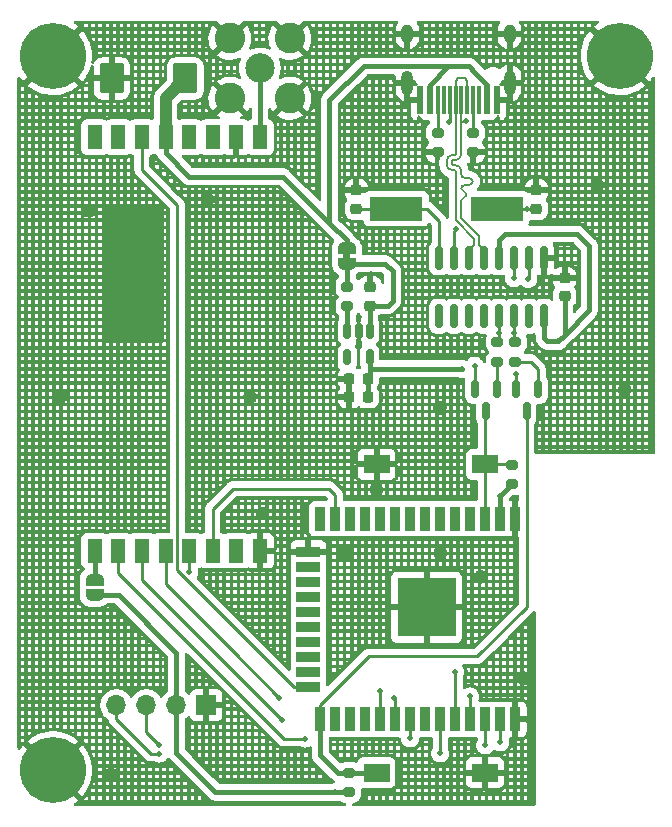
<source format=gtl>
G04 #@! TF.GenerationSoftware,KiCad,Pcbnew,6.0.9-1.fc36*
G04 #@! TF.CreationDate,2022-11-14T14:18:14-03:00*
G04 #@! TF.ProjectId,bs_transceiver,62735f74-7261-46e7-9363-65697665722e,Rev 2*
G04 #@! TF.SameCoordinates,Original*
G04 #@! TF.FileFunction,Copper,L1,Top*
G04 #@! TF.FilePolarity,Positive*
%FSLAX46Y46*%
G04 Gerber Fmt 4.6, Leading zero omitted, Abs format (unit mm)*
G04 Created by KiCad (PCBNEW 6.0.9-1.fc36) date 2022-11-14 14:18:14*
%MOMM*%
%LPD*%
G01*
G04 APERTURE LIST*
G04 Aperture macros list*
%AMRoundRect*
0 Rectangle with rounded corners*
0 $1 Rounding radius*
0 $2 $3 $4 $5 $6 $7 $8 $9 X,Y pos of 4 corners*
0 Add a 4 corners polygon primitive as box body*
4,1,4,$2,$3,$4,$5,$6,$7,$8,$9,$2,$3,0*
0 Add four circle primitives for the rounded corners*
1,1,$1+$1,$2,$3*
1,1,$1+$1,$4,$5*
1,1,$1+$1,$6,$7*
1,1,$1+$1,$8,$9*
0 Add four rect primitives between the rounded corners*
20,1,$1+$1,$2,$3,$4,$5,0*
20,1,$1+$1,$4,$5,$6,$7,0*
20,1,$1+$1,$6,$7,$8,$9,0*
20,1,$1+$1,$8,$9,$2,$3,0*%
%AMFreePoly0*
4,1,22,0.500000,-0.750000,0.000000,-0.750000,0.000000,-0.745033,-0.079941,-0.743568,-0.215256,-0.701293,-0.333266,-0.622738,-0.424486,-0.514219,-0.481581,-0.384460,-0.499164,-0.250000,-0.500000,-0.250000,-0.500000,0.250000,-0.499164,0.250000,-0.499963,0.256109,-0.478152,0.396186,-0.417904,0.524511,-0.324060,0.630769,-0.204165,0.706417,-0.067858,0.745374,0.000000,0.744959,0.000000,0.750000,
0.500000,0.750000,0.500000,-0.750000,0.500000,-0.750000,$1*%
%AMFreePoly1*
4,1,20,0.000000,0.744959,0.073905,0.744508,0.209726,0.703889,0.328688,0.626782,0.421226,0.519385,0.479903,0.390333,0.500000,0.250000,0.500000,-0.250000,0.499851,-0.262216,0.476331,-0.402017,0.414519,-0.529596,0.319384,-0.634700,0.198574,-0.708877,0.061801,-0.746166,0.000000,-0.745033,0.000000,-0.750000,-0.500000,-0.750000,-0.500000,0.750000,0.000000,0.750000,0.000000,0.744959,
0.000000,0.744959,$1*%
G04 Aperture macros list end*
G04 #@! TA.AperFunction,SMDPad,CuDef*
%ADD10RoundRect,0.150000X-0.150000X0.587500X-0.150000X-0.587500X0.150000X-0.587500X0.150000X0.587500X0*%
G04 #@! TD*
G04 #@! TA.AperFunction,ConnectorPad*
%ADD11C,5.600000*%
G04 #@! TD*
G04 #@! TA.AperFunction,ComponentPad*
%ADD12C,3.600000*%
G04 #@! TD*
G04 #@! TA.AperFunction,SMDPad,CuDef*
%ADD13RoundRect,0.225000X-0.250000X0.225000X-0.250000X-0.225000X0.250000X-0.225000X0.250000X0.225000X0*%
G04 #@! TD*
G04 #@! TA.AperFunction,SMDPad,CuDef*
%ADD14R,0.900000X2.000000*%
G04 #@! TD*
G04 #@! TA.AperFunction,SMDPad,CuDef*
%ADD15R,2.000000X0.900000*%
G04 #@! TD*
G04 #@! TA.AperFunction,SMDPad,CuDef*
%ADD16R,5.000000X5.000000*%
G04 #@! TD*
G04 #@! TA.AperFunction,SMDPad,CuDef*
%ADD17R,2.180000X1.600000*%
G04 #@! TD*
G04 #@! TA.AperFunction,SMDPad,CuDef*
%ADD18RoundRect,0.225000X0.250000X-0.225000X0.250000X0.225000X-0.250000X0.225000X-0.250000X-0.225000X0*%
G04 #@! TD*
G04 #@! TA.AperFunction,SMDPad,CuDef*
%ADD19R,4.500000X2.000000*%
G04 #@! TD*
G04 #@! TA.AperFunction,SMDPad,CuDef*
%ADD20FreePoly0,270.000000*%
G04 #@! TD*
G04 #@! TA.AperFunction,SMDPad,CuDef*
%ADD21FreePoly1,270.000000*%
G04 #@! TD*
G04 #@! TA.AperFunction,SMDPad,CuDef*
%ADD22RoundRect,0.200000X0.275000X-0.200000X0.275000X0.200000X-0.275000X0.200000X-0.275000X-0.200000X0*%
G04 #@! TD*
G04 #@! TA.AperFunction,SMDPad,CuDef*
%ADD23RoundRect,0.225000X0.225000X0.250000X-0.225000X0.250000X-0.225000X-0.250000X0.225000X-0.250000X0*%
G04 #@! TD*
G04 #@! TA.AperFunction,SMDPad,CuDef*
%ADD24RoundRect,0.200000X-0.275000X0.200000X-0.275000X-0.200000X0.275000X-0.200000X0.275000X0.200000X0*%
G04 #@! TD*
G04 #@! TA.AperFunction,SMDPad,CuDef*
%ADD25RoundRect,0.150000X-0.150000X0.825000X-0.150000X-0.825000X0.150000X-0.825000X0.150000X0.825000X0*%
G04 #@! TD*
G04 #@! TA.AperFunction,SMDPad,CuDef*
%ADD26R,1.300000X2.000000*%
G04 #@! TD*
G04 #@! TA.AperFunction,SMDPad,CuDef*
%ADD27R,4.700000X11.500000*%
G04 #@! TD*
G04 #@! TA.AperFunction,SMDPad,CuDef*
%ADD28RoundRect,0.250000X0.787500X1.025000X-0.787500X1.025000X-0.787500X-1.025000X0.787500X-1.025000X0*%
G04 #@! TD*
G04 #@! TA.AperFunction,SMDPad,CuDef*
%ADD29RoundRect,0.150000X-0.150000X0.512500X-0.150000X-0.512500X0.150000X-0.512500X0.150000X0.512500X0*%
G04 #@! TD*
G04 #@! TA.AperFunction,ComponentPad*
%ADD30C,2.500000*%
G04 #@! TD*
G04 #@! TA.AperFunction,ComponentPad*
%ADD31C,2.600000*%
G04 #@! TD*
G04 #@! TA.AperFunction,ComponentPad*
%ADD32R,1.700000X1.700000*%
G04 #@! TD*
G04 #@! TA.AperFunction,ComponentPad*
%ADD33O,1.700000X1.700000*%
G04 #@! TD*
G04 #@! TA.AperFunction,SMDPad,CuDef*
%ADD34R,0.600000X2.450000*%
G04 #@! TD*
G04 #@! TA.AperFunction,SMDPad,CuDef*
%ADD35R,0.300000X2.450000*%
G04 #@! TD*
G04 #@! TA.AperFunction,ComponentPad*
%ADD36O,1.000000X2.100000*%
G04 #@! TD*
G04 #@! TA.AperFunction,ComponentPad*
%ADD37O,1.000000X1.600000*%
G04 #@! TD*
G04 #@! TA.AperFunction,ViaPad*
%ADD38C,0.500000*%
G04 #@! TD*
G04 #@! TA.AperFunction,Conductor*
%ADD39C,0.250000*%
G04 #@! TD*
G04 #@! TA.AperFunction,Conductor*
%ADD40C,0.400000*%
G04 #@! TD*
G04 #@! TA.AperFunction,Conductor*
%ADD41C,1.000000*%
G04 #@! TD*
G04 #@! TA.AperFunction,Conductor*
%ADD42C,0.200000*%
G04 #@! TD*
G04 APERTURE END LIST*
G36*
X28697200Y-20697000D02*
G01*
X28097200Y-20697000D01*
X28097200Y-20197000D01*
X28697200Y-20197000D01*
X28697200Y-20697000D01*
G37*
D10*
X44587200Y-31701500D03*
X42687200Y-31701500D03*
X43637200Y-33576500D03*
D11*
X3500000Y-3500000D03*
D12*
X3500000Y-3500000D03*
D13*
X46837600Y-22313600D03*
X46837600Y-23863600D03*
D14*
X42646600Y-42681000D03*
X41376600Y-42681000D03*
X40106600Y-42681000D03*
X38836600Y-42681000D03*
X37566600Y-42681000D03*
X36296600Y-42681000D03*
X35026600Y-42681000D03*
X33756600Y-42681000D03*
X32486600Y-42681000D03*
X31216600Y-42681000D03*
X29946600Y-42681000D03*
X28676600Y-42681000D03*
X27406600Y-42681000D03*
X26136600Y-42681000D03*
D15*
X25136600Y-45466000D03*
X25136600Y-46736000D03*
X25136600Y-48006000D03*
X25136600Y-49276000D03*
X25136600Y-50546000D03*
X25136600Y-51816000D03*
X25136600Y-53086000D03*
X25136600Y-54356000D03*
X25136600Y-55626000D03*
X25136600Y-56896000D03*
D14*
X26136600Y-59681000D03*
X27406600Y-59681000D03*
X28676600Y-59681000D03*
X29946600Y-59681000D03*
X31216600Y-59681000D03*
X32486600Y-59681000D03*
X33756600Y-59681000D03*
X35026600Y-59681000D03*
X36296600Y-59681000D03*
X37566600Y-59681000D03*
X38836600Y-59681000D03*
X40106600Y-59681000D03*
X41376600Y-59681000D03*
X42646600Y-59681000D03*
D16*
X35146600Y-50181000D03*
D17*
X30911400Y-64185800D03*
X40091400Y-64185800D03*
D18*
X29210000Y-16421400D03*
X29210000Y-14871400D03*
D19*
X41080000Y-16433800D03*
X32580000Y-16433800D03*
D20*
X7035800Y-47853600D03*
D21*
X7035800Y-49153600D03*
D22*
X28592600Y-65835800D03*
X28592600Y-64185800D03*
D23*
X30162800Y-30835600D03*
X28612800Y-30835600D03*
D13*
X44450000Y-14871400D03*
X44450000Y-16421400D03*
D17*
X40091400Y-38074600D03*
X30911400Y-38074600D03*
D24*
X42672000Y-27750000D03*
X42672000Y-29400000D03*
X28422600Y-23051000D03*
X28422600Y-24701000D03*
X41148000Y-27750000D03*
X41148000Y-29400000D03*
X39116000Y-9995400D03*
X39116000Y-11645400D03*
D25*
X45085000Y-20600600D03*
X43815000Y-20600600D03*
X42545000Y-20600600D03*
X41275000Y-20600600D03*
X40005000Y-20600600D03*
X38735000Y-20600600D03*
X37465000Y-20600600D03*
X36195000Y-20600600D03*
X36195000Y-25550600D03*
X37465000Y-25550600D03*
X38735000Y-25550600D03*
X40005000Y-25550600D03*
X41275000Y-25550600D03*
X42545000Y-25550600D03*
X43815000Y-25550600D03*
X45085000Y-25550600D03*
D10*
X41107400Y-31699200D03*
X39207400Y-31699200D03*
X40157400Y-33574200D03*
D26*
X21046200Y-10389200D03*
X19046200Y-10389200D03*
X17046200Y-10389200D03*
X15046200Y-10389200D03*
X13046200Y-10389200D03*
X11046200Y-10389200D03*
X9046200Y-10389200D03*
X7046200Y-10389200D03*
X7046200Y-45389200D03*
X9046200Y-45389200D03*
X11046200Y-45389200D03*
X13046200Y-45389200D03*
X15046200Y-45389200D03*
X17046200Y-45389200D03*
X19046200Y-45389200D03*
X21046200Y-45389200D03*
D27*
X10396200Y-21956700D03*
D28*
X14720300Y-5410200D03*
X8495300Y-5410200D03*
D11*
X51500000Y-3500000D03*
D12*
X51500000Y-3500000D03*
D22*
X42359400Y-39763200D03*
X42359400Y-38113200D03*
D29*
X30337800Y-26751700D03*
X29387800Y-26751700D03*
X28437800Y-26751700D03*
X28437800Y-29026700D03*
X30337800Y-29026700D03*
D18*
X30353000Y-24651000D03*
X30353000Y-23101000D03*
D12*
X3500000Y-64000000D03*
D11*
X3500000Y-64000000D03*
D30*
X21031200Y-4546600D03*
D31*
X18491200Y-2006600D03*
X23571200Y-7086600D03*
X23571200Y-2006600D03*
X18491200Y-7086600D03*
D20*
X28397200Y-19797000D03*
D21*
X28397200Y-21097000D03*
D32*
X16500000Y-58470800D03*
D33*
X13960000Y-58470800D03*
X11420000Y-58470800D03*
X8880000Y-58470800D03*
D24*
X36093400Y-9995400D03*
X36093400Y-11645400D03*
D34*
X41071000Y-7216800D03*
X40296000Y-7216800D03*
D35*
X39596000Y-7216800D03*
X39096000Y-7216800D03*
X38596000Y-7216800D03*
X38096000Y-7216800D03*
X37596000Y-7216800D03*
X37096000Y-7216800D03*
X36596000Y-7216800D03*
X36096000Y-7216800D03*
D34*
X35396000Y-7216800D03*
X34621000Y-7216800D03*
D36*
X42166000Y-5801800D03*
X33526000Y-5801800D03*
D37*
X42166000Y-1621800D03*
X33526000Y-1621800D03*
D23*
X30162800Y-32359600D03*
X28612800Y-32359600D03*
D38*
X20193000Y-32359600D03*
X51917600Y-31724600D03*
X28168600Y-45618400D03*
X36296600Y-45542200D03*
X49580800Y-14401800D03*
X29387800Y-27990800D03*
X36271200Y-33299400D03*
X43357800Y-56184800D03*
X29387800Y-25628600D03*
X8432800Y-64338200D03*
X30886400Y-40208200D03*
X30403800Y-21945600D03*
X16611600Y-15646400D03*
X6578600Y-16611600D03*
X39725600Y-47599600D03*
X4165600Y-32334200D03*
X21259800Y-42240200D03*
X43662600Y-16433800D03*
X37615844Y-18162556D03*
X41376600Y-40746000D03*
X46304200Y-27660600D03*
X27407600Y-65835800D03*
X38176200Y-29997400D03*
X12522200Y-61874400D03*
X40106600Y-61874400D03*
X36296600Y-62560200D03*
X12522200Y-62573903D03*
X41275000Y-26924000D03*
X42697400Y-30429200D03*
X39217600Y-29718000D03*
X42545000Y-26924000D03*
X37566433Y-55651567D03*
X43764200Y-22402800D03*
X38836600Y-57734200D03*
X42545000Y-22326600D03*
X38521500Y-9042400D03*
X37046777Y-9071765D03*
X31216600Y-57261300D03*
X15062200Y-47218600D03*
X22631400Y-57835800D03*
X32385000Y-57835800D03*
X41376600Y-61620400D03*
X22885400Y-59690000D03*
X24866600Y-61299900D03*
X33731200Y-61290200D03*
D39*
X37465000Y-20600600D02*
X37465000Y-18313400D01*
X44437600Y-16433800D02*
X41080000Y-16433800D01*
X44450000Y-16421400D02*
X44437600Y-16433800D01*
X37465000Y-18313400D02*
X37615844Y-18162556D01*
D40*
X32283400Y-24257000D02*
X31889400Y-24651000D01*
X31638000Y-21097000D02*
X32283400Y-21742400D01*
X32283400Y-21742400D02*
X32283400Y-24257000D01*
X30337800Y-26751700D02*
X30337800Y-24666200D01*
X31889400Y-24651000D02*
X30353000Y-24651000D01*
X28422600Y-23051000D02*
X28422600Y-21122400D01*
X30337800Y-24666200D02*
X30353000Y-24651000D01*
X28422600Y-21122400D02*
X28397200Y-21097000D01*
X28397200Y-21097000D02*
X31638000Y-21097000D01*
X48920400Y-25044400D02*
X46837600Y-27127200D01*
X9097800Y-49153600D02*
X13960000Y-54015800D01*
X41757600Y-18567400D02*
X47904400Y-18567400D01*
X38166000Y-29987200D02*
X38176200Y-29997400D01*
X17271000Y-65835800D02*
X27407600Y-65835800D01*
X41275000Y-19050000D02*
X41757600Y-18567400D01*
X30337800Y-30660600D02*
X30162800Y-30835600D01*
X46304200Y-27660600D02*
X46837600Y-27127200D01*
X41376600Y-42681000D02*
X41376600Y-40746000D01*
X47904400Y-18567400D02*
X48920400Y-19583400D01*
X48920400Y-19583400D02*
X48920400Y-25044400D01*
X13960000Y-58470800D02*
X13960000Y-62524800D01*
X27407600Y-65835800D02*
X28592600Y-65835800D01*
X45085000Y-27381200D02*
X45364400Y-27660600D01*
X41275000Y-20600600D02*
X41275000Y-19050000D01*
X30337800Y-29987200D02*
X30337800Y-30660600D01*
X13960000Y-54015800D02*
X13960000Y-58470800D01*
X46837600Y-27127200D02*
X46837600Y-23863600D01*
X30337800Y-29987200D02*
X38166000Y-29987200D01*
X45364400Y-27660600D02*
X46304200Y-27660600D01*
X30337800Y-29026700D02*
X30337800Y-29987200D01*
X7035800Y-49153600D02*
X9097800Y-49153600D01*
X13960000Y-62524800D02*
X17271000Y-65835800D01*
X41376600Y-40746000D02*
X42359400Y-39763200D01*
X30162800Y-32359600D02*
X30162800Y-30835600D01*
X45085000Y-25550600D02*
X45085000Y-27381200D01*
D39*
X29222400Y-16433800D02*
X32580000Y-16433800D01*
X35153600Y-16433800D02*
X32580000Y-16433800D01*
X36195000Y-20600600D02*
X36195000Y-17475200D01*
X36195000Y-17475200D02*
X35153600Y-16433800D01*
X29210000Y-16421400D02*
X29222400Y-16433800D01*
D40*
X29810720Y-4352280D02*
X35854059Y-4352280D01*
X35396000Y-5927139D02*
X35396000Y-7216800D01*
X40296000Y-7216800D02*
X40296000Y-5927139D01*
X26924000Y-7239000D02*
X29810720Y-4352280D01*
X22987000Y-13716000D02*
X15036800Y-13716000D01*
X15036800Y-13716000D02*
X13046200Y-11725400D01*
X38721141Y-4352280D02*
X39279542Y-4910681D01*
X28397200Y-19797000D02*
X28397200Y-19126200D01*
X35854059Y-4352280D02*
X38721141Y-4352280D01*
D41*
X13046200Y-7084300D02*
X14720300Y-5410200D01*
D40*
X38721141Y-4352280D02*
X36970859Y-4352280D01*
X40296000Y-5927139D02*
X39279542Y-4910681D01*
X28397200Y-19126200D02*
X26924000Y-17653000D01*
X13046200Y-11725400D02*
X13046200Y-10389200D01*
D41*
X13046200Y-10389200D02*
X13046200Y-7084300D01*
D40*
X36970859Y-4352280D02*
X35396000Y-5927139D01*
X26924000Y-17653000D02*
X22987000Y-13716000D01*
X26924000Y-17653000D02*
X26924000Y-7239000D01*
D39*
X11420000Y-58470800D02*
X11420000Y-60772200D01*
X40106600Y-61874400D02*
X40106600Y-59681000D01*
X11420000Y-60772200D02*
X12522200Y-61874400D01*
X11781022Y-62573903D02*
X12522200Y-62573903D01*
X36296600Y-62560200D02*
X36296600Y-59681000D01*
X8880000Y-58470800D02*
X8880000Y-59672881D01*
X8880000Y-59672881D02*
X11781022Y-62573903D01*
D40*
X21046200Y-10389200D02*
X21046200Y-4561600D01*
X21046200Y-4561600D02*
X21031200Y-4546600D01*
D39*
X42672000Y-29400000D02*
X43979600Y-29400000D01*
X44587200Y-30007600D02*
X44587200Y-31701500D01*
X43979600Y-29400000D02*
X44587200Y-30007600D01*
X42687200Y-30439400D02*
X42697400Y-30429200D01*
X42687200Y-31701500D02*
X42687200Y-30439400D01*
X41275000Y-25550600D02*
X41275000Y-26924000D01*
X41275000Y-26924000D02*
X41275000Y-27623000D01*
X41275000Y-27623000D02*
X41148000Y-27750000D01*
X43637200Y-33576500D02*
X43637200Y-50139600D01*
D40*
X28592600Y-64185800D02*
X30911400Y-64185800D01*
D39*
X43637200Y-50139600D02*
X39446200Y-54330600D01*
D40*
X26136600Y-59681000D02*
X26136600Y-62712600D01*
D39*
X39446200Y-54330600D02*
X30251400Y-54330600D01*
X26136600Y-58445400D02*
X26136600Y-59681000D01*
X30251400Y-54330600D02*
X26136600Y-58445400D01*
D40*
X26136600Y-62712600D02*
X27609800Y-64185800D01*
X27609800Y-64185800D02*
X28592600Y-64185800D01*
D39*
X41107400Y-29440600D02*
X41148000Y-29400000D01*
X41107400Y-31699200D02*
X41107400Y-29440600D01*
X39207400Y-29728200D02*
X39217600Y-29718000D01*
X42545000Y-27623000D02*
X42672000Y-27750000D01*
X42545000Y-25550600D02*
X42545000Y-26924000D01*
X39207400Y-31699200D02*
X39207400Y-29728200D01*
X42545000Y-26924000D02*
X42545000Y-27623000D01*
X40106600Y-38089800D02*
X40091400Y-38074600D01*
X40106600Y-42681000D02*
X40106600Y-38089800D01*
X42320800Y-38074600D02*
X42359400Y-38113200D01*
X40091400Y-38074600D02*
X40091400Y-33640200D01*
X40091400Y-33640200D02*
X40157400Y-33574200D01*
X40091400Y-38074600D02*
X42320800Y-38074600D01*
D40*
X28437800Y-26751700D02*
X28437800Y-24716200D01*
X28437800Y-24716200D02*
X28422600Y-24701000D01*
D39*
X39096000Y-9975400D02*
X39116000Y-9995400D01*
X39096000Y-7216800D02*
X39096000Y-9975400D01*
X36096000Y-9992800D02*
X36093400Y-9995400D01*
X36096000Y-7216800D02*
X36096000Y-9992800D01*
X37566600Y-59681000D02*
X37566600Y-55651734D01*
X37566600Y-55651734D02*
X37566433Y-55651567D01*
X43815000Y-20600600D02*
X43815000Y-22352000D01*
X43815000Y-22352000D02*
X43764200Y-22402800D01*
X38836600Y-57734200D02*
X38836600Y-59681000D01*
X42545000Y-20600600D02*
X42545000Y-22326600D01*
D42*
X38096000Y-9054301D02*
X38509599Y-9054301D01*
X38071000Y-13240084D02*
X38071000Y-13532800D01*
X38071000Y-15932800D02*
X38071000Y-17204200D01*
X38490490Y-15152290D02*
X38490490Y-15332800D01*
X38071000Y-9079301D02*
X38071000Y-11832800D01*
X38071000Y-17204200D02*
X39595001Y-18728201D01*
X38096000Y-7216800D02*
X38096000Y-9054301D01*
X38071000Y-15752290D02*
X38071000Y-15932800D01*
X37288716Y-12390084D02*
X37288716Y-12682800D01*
X37567358Y-12336442D02*
X37342358Y-12336442D01*
X38371000Y-13832800D02*
X38740490Y-13832800D01*
X38096000Y-9054301D02*
X38071000Y-9079301D01*
X38740490Y-14432800D02*
X38371000Y-14432800D01*
D39*
X37096000Y-9022542D02*
X37046777Y-9071765D01*
D42*
X40005000Y-19913600D02*
X40005000Y-20600600D01*
X37342358Y-12736442D02*
X37567358Y-12736442D01*
X39595001Y-18728201D02*
X39595001Y-19503601D01*
X39595001Y-19503601D02*
X40005000Y-19913600D01*
D39*
X37096000Y-7216800D02*
X37096000Y-9022542D01*
D42*
X37567358Y-12336400D02*
G75*
G03*
X38071000Y-11832800I42J503600D01*
G01*
X38490455Y-15152290D02*
G75*
G03*
X38280745Y-14942545I-209755J-10D01*
G01*
X39040500Y-14132800D02*
G75*
G03*
X38740490Y-13832800I-300000J0D01*
G01*
X37342358Y-12736484D02*
G75*
G02*
X37288716Y-12682800I42J53684D01*
G01*
X37288742Y-12390084D02*
G75*
G02*
X37342358Y-12336442I53658J-16D01*
G01*
X38070945Y-15752290D02*
G75*
G02*
X38280745Y-15542545I209755J-10D01*
G01*
X38071058Y-13240084D02*
G75*
G03*
X37567358Y-12736442I-503658J-16D01*
G01*
X38071000Y-14732800D02*
G75*
G02*
X38371000Y-14432800I300000J0D01*
G01*
X38740490Y-14432790D02*
G75*
G03*
X39040490Y-14132800I10J299990D01*
G01*
X38371000Y-13832800D02*
G75*
G02*
X38071000Y-13532800I0J300000D01*
G01*
X38280745Y-15542590D02*
G75*
G03*
X38490490Y-15332800I-45J209790D01*
G01*
X38280745Y-14942500D02*
G75*
G02*
X38071000Y-14732800I-45J209700D01*
G01*
X37596000Y-7216800D02*
X37596000Y-9054301D01*
X37596000Y-7216800D02*
X37596000Y-5609400D01*
X37596000Y-5609400D02*
X37795200Y-5410200D01*
X38735000Y-19939000D02*
X38735000Y-20600600D01*
X37795200Y-5410200D02*
X38379400Y-5410200D01*
X36838716Y-12390084D02*
X36838716Y-12682800D01*
X39195481Y-19478519D02*
X38735000Y-19939000D01*
X37621000Y-17390600D02*
X39195481Y-18965081D01*
X37621000Y-13532800D02*
X37621000Y-17390600D01*
X37596000Y-9054301D02*
X37621000Y-9079301D01*
X37567358Y-11886442D02*
X37342358Y-11886442D01*
X37621000Y-9079301D02*
X37621000Y-11832800D01*
X38596000Y-5626800D02*
X38596000Y-7216800D01*
X37342358Y-13186442D02*
X37567358Y-13186442D01*
X39195481Y-18965081D02*
X39195481Y-19478519D01*
X37621000Y-13240084D02*
X37621000Y-13532800D01*
X38379400Y-5410200D02*
X38596000Y-5626800D01*
X37342358Y-13186484D02*
G75*
G02*
X36838716Y-12682800I42J503684D01*
G01*
X36838742Y-12390084D02*
G75*
G02*
X37342358Y-11886442I503658J-16D01*
G01*
X37621058Y-13240084D02*
G75*
G03*
X37567358Y-13186442I-53658J-16D01*
G01*
X37567358Y-11886400D02*
G75*
G03*
X37621000Y-11832800I42J53600D01*
G01*
D39*
X27406600Y-40665400D02*
X26873200Y-40132000D01*
X17046200Y-41831000D02*
X17046200Y-45389200D01*
X18745200Y-40132000D02*
X17046200Y-41831000D01*
X26873200Y-40132000D02*
X18745200Y-40132000D01*
X27406600Y-42681000D02*
X27406600Y-40665400D01*
X15046200Y-45389200D02*
X15046200Y-47202600D01*
X31216600Y-57261300D02*
X31216600Y-59681000D01*
X15046200Y-47202600D02*
X15062200Y-47218600D01*
X18719800Y-53924200D02*
X22631400Y-57835800D01*
X13046200Y-45389200D02*
X13046200Y-48250600D01*
X32486600Y-59681000D02*
X32486600Y-57937400D01*
X13046200Y-48250600D02*
X18719800Y-53924200D01*
X32486600Y-57937400D02*
X32385000Y-57835800D01*
X22885400Y-59690000D02*
X11046200Y-47850800D01*
X41376600Y-59681000D02*
X41376600Y-61620400D01*
X11046200Y-47850800D02*
X11046200Y-45389200D01*
X33731200Y-61290200D02*
X33731200Y-59706400D01*
X9046200Y-47298600D02*
X23047500Y-61299900D01*
X23047500Y-61299900D02*
X24866600Y-61299900D01*
X9046200Y-45389200D02*
X9046200Y-47298600D01*
X33731200Y-59706400D02*
X33756600Y-59681000D01*
D40*
X7046200Y-47843200D02*
X7035800Y-47853600D01*
X7046200Y-45389200D02*
X7046200Y-47843200D01*
D39*
X23886600Y-56896000D02*
X14046200Y-47055600D01*
X14046200Y-47055600D02*
X14046200Y-16129000D01*
X14046200Y-16129000D02*
X11046200Y-13129000D01*
X25136600Y-56896000D02*
X23886600Y-56896000D01*
X11046200Y-13129000D02*
X11046200Y-10389200D01*
G04 #@! TA.AperFunction,Conductor*
G36*
X44335621Y-50507844D02*
G01*
X44370528Y-50569667D01*
X44373800Y-50598196D01*
X44373800Y-66865500D01*
X44353798Y-66933621D01*
X44300142Y-66980114D01*
X44247800Y-66991500D01*
X28982249Y-66991500D01*
X28914128Y-66971498D01*
X28867635Y-66917842D01*
X28857531Y-66847568D01*
X28887025Y-66782988D01*
X28946751Y-66744604D01*
X28970722Y-66740028D01*
X28997662Y-66737553D01*
X29004047Y-66735552D01*
X29154050Y-66688544D01*
X29154052Y-66688543D01*
X29161299Y-66686272D01*
X29307981Y-66597439D01*
X29429239Y-66476181D01*
X29437524Y-66462500D01*
X29783987Y-66462500D01*
X29862501Y-66462500D01*
X30160501Y-66462500D01*
X30462501Y-66462500D01*
X30760501Y-66462500D01*
X31062501Y-66462500D01*
X31360501Y-66462500D01*
X31662501Y-66462500D01*
X31960501Y-66462500D01*
X32262501Y-66462500D01*
X32560501Y-66462500D01*
X32862501Y-66462500D01*
X33160501Y-66462500D01*
X33462501Y-66462500D01*
X33760501Y-66462500D01*
X34062501Y-66462500D01*
X34360501Y-66462500D01*
X34662501Y-66462500D01*
X34960501Y-66462500D01*
X35262501Y-66462500D01*
X35560501Y-66462500D01*
X35862501Y-66462500D01*
X36160501Y-66462500D01*
X36462501Y-66462500D01*
X36760501Y-66462500D01*
X37062501Y-66462500D01*
X37360501Y-66462500D01*
X37662501Y-66462500D01*
X37960501Y-66462500D01*
X38262501Y-66462500D01*
X38560501Y-66462500D01*
X38862501Y-66462500D01*
X39160501Y-66462500D01*
X39462501Y-66462500D01*
X39760501Y-66462500D01*
X40062501Y-66462500D01*
X40360501Y-66462500D01*
X40662501Y-66462500D01*
X40960501Y-66462500D01*
X41262501Y-66462500D01*
X41560501Y-66462500D01*
X41862501Y-66462500D01*
X42160501Y-66462500D01*
X42462501Y-66462500D01*
X42760501Y-66462500D01*
X43062501Y-66462500D01*
X43360501Y-66462500D01*
X43662501Y-66462500D01*
X43960501Y-66462500D01*
X44075800Y-66462500D01*
X44075800Y-66160500D01*
X43960501Y-66160500D01*
X43960501Y-66462500D01*
X43662501Y-66462500D01*
X43662501Y-66160500D01*
X43360501Y-66160500D01*
X43360501Y-66462500D01*
X43062501Y-66462500D01*
X43062501Y-66160500D01*
X42760501Y-66160500D01*
X42760501Y-66462500D01*
X42462501Y-66462500D01*
X42462501Y-66160500D01*
X42160501Y-66160500D01*
X42160501Y-66462500D01*
X41862501Y-66462500D01*
X41862501Y-66160500D01*
X41560501Y-66160500D01*
X41560501Y-66462500D01*
X41262501Y-66462500D01*
X41262501Y-66160500D01*
X40960501Y-66160500D01*
X40960501Y-66462500D01*
X40662501Y-66462500D01*
X40662501Y-66160500D01*
X40360501Y-66160500D01*
X40360501Y-66462500D01*
X40062501Y-66462500D01*
X40062501Y-66160500D01*
X39760501Y-66160500D01*
X39760501Y-66462500D01*
X39462501Y-66462500D01*
X39462501Y-66160500D01*
X39160501Y-66160500D01*
X39160501Y-66462500D01*
X38862501Y-66462500D01*
X38862501Y-66160500D01*
X38560501Y-66160500D01*
X38560501Y-66462500D01*
X38262501Y-66462500D01*
X38262501Y-66160500D01*
X37960501Y-66160500D01*
X37960501Y-66462500D01*
X37662501Y-66462500D01*
X37662501Y-66160500D01*
X37360501Y-66160500D01*
X37360501Y-66462500D01*
X37062501Y-66462500D01*
X37062501Y-66160500D01*
X36760501Y-66160500D01*
X36760501Y-66462500D01*
X36462501Y-66462500D01*
X36462501Y-66160500D01*
X36160501Y-66160500D01*
X36160501Y-66462500D01*
X35862501Y-66462500D01*
X35862501Y-66160500D01*
X35560501Y-66160500D01*
X35560501Y-66462500D01*
X35262501Y-66462500D01*
X35262501Y-66160500D01*
X34960501Y-66160500D01*
X34960501Y-66462500D01*
X34662501Y-66462500D01*
X34662501Y-66160500D01*
X34360501Y-66160500D01*
X34360501Y-66462500D01*
X34062501Y-66462500D01*
X34062501Y-66160500D01*
X33760501Y-66160500D01*
X33760501Y-66462500D01*
X33462501Y-66462500D01*
X33462501Y-66160500D01*
X33160501Y-66160500D01*
X33160501Y-66462500D01*
X32862501Y-66462500D01*
X32862501Y-66160500D01*
X32560501Y-66160500D01*
X32560501Y-66462500D01*
X32262501Y-66462500D01*
X32262501Y-66160500D01*
X31960501Y-66160500D01*
X31960501Y-66462500D01*
X31662501Y-66462500D01*
X31662501Y-66160500D01*
X31360501Y-66160500D01*
X31360501Y-66462500D01*
X31062501Y-66462500D01*
X31062501Y-66160500D01*
X30760501Y-66160500D01*
X30760501Y-66462500D01*
X30462501Y-66462500D01*
X30462501Y-66160500D01*
X30160501Y-66160500D01*
X30160501Y-66462500D01*
X29862501Y-66462500D01*
X29862501Y-66216029D01*
X29858238Y-66237316D01*
X29856755Y-66243820D01*
X29855546Y-66248543D01*
X29853716Y-66254976D01*
X29802435Y-66418613D01*
X29799952Y-66425776D01*
X29797982Y-66430949D01*
X29795068Y-66437957D01*
X29783987Y-66462500D01*
X29437524Y-66462500D01*
X29518072Y-66329499D01*
X29521246Y-66319373D01*
X29544922Y-66243820D01*
X29569353Y-66165862D01*
X29576100Y-66092435D01*
X29576100Y-65862500D01*
X30160501Y-65862500D01*
X30462501Y-65862500D01*
X30760501Y-65862500D01*
X31062501Y-65862500D01*
X31360501Y-65862500D01*
X31662501Y-65862500D01*
X31960501Y-65862500D01*
X32262501Y-65862500D01*
X32560501Y-65862500D01*
X32862501Y-65862500D01*
X33160501Y-65862500D01*
X33462501Y-65862500D01*
X33760501Y-65862500D01*
X34062501Y-65862500D01*
X34360501Y-65862500D01*
X34662501Y-65862500D01*
X34960501Y-65862500D01*
X35262501Y-65862500D01*
X35560501Y-65862500D01*
X35862501Y-65862500D01*
X36160501Y-65862500D01*
X36462501Y-65862500D01*
X36760501Y-65862500D01*
X37062501Y-65862500D01*
X37360501Y-65862500D01*
X37662501Y-65862500D01*
X37960501Y-65862500D01*
X38262501Y-65862500D01*
X38262501Y-65662653D01*
X38560501Y-65662653D01*
X38560501Y-65862500D01*
X38862501Y-65862500D01*
X39160501Y-65862500D01*
X39462501Y-65862500D01*
X39760501Y-65862500D01*
X40062501Y-65862500D01*
X40360501Y-65862500D01*
X40662501Y-65862500D01*
X40960501Y-65862500D01*
X41262501Y-65862500D01*
X41560501Y-65862500D01*
X41862501Y-65862500D01*
X42160501Y-65862500D01*
X42462501Y-65862500D01*
X42760501Y-65862500D01*
X43062501Y-65862500D01*
X43360501Y-65862500D01*
X43662501Y-65862500D01*
X43960501Y-65862500D01*
X44075800Y-65862500D01*
X44075800Y-65560500D01*
X43960501Y-65560500D01*
X43960501Y-65862500D01*
X43662501Y-65862500D01*
X43662501Y-65560500D01*
X43360501Y-65560500D01*
X43360501Y-65862500D01*
X43062501Y-65862500D01*
X43062501Y-65560500D01*
X42760501Y-65560500D01*
X42760501Y-65862500D01*
X42462501Y-65862500D01*
X42462501Y-65560500D01*
X42160501Y-65560500D01*
X42160501Y-65862500D01*
X41862501Y-65862500D01*
X41862501Y-65560500D01*
X41752143Y-65560500D01*
X41741491Y-65571152D01*
X41734936Y-65577258D01*
X41729996Y-65581541D01*
X41723021Y-65587166D01*
X41606579Y-65674434D01*
X41599216Y-65679554D01*
X41593720Y-65683092D01*
X41586028Y-65687666D01*
X41560501Y-65701642D01*
X41560501Y-65862500D01*
X41262501Y-65862500D01*
X41262501Y-65789965D01*
X41261665Y-65790056D01*
X41258293Y-65790377D01*
X41255814Y-65790579D01*
X41252397Y-65790811D01*
X41238792Y-65791548D01*
X41235368Y-65791686D01*
X41232880Y-65791753D01*
X41229488Y-65791799D01*
X40960501Y-65791799D01*
X40960501Y-65862500D01*
X40662501Y-65862500D01*
X40662501Y-65791799D01*
X40360501Y-65791799D01*
X40360501Y-65862500D01*
X40062501Y-65862500D01*
X40062501Y-65681286D01*
X40035511Y-65712434D01*
X40027777Y-65720594D01*
X40021876Y-65726288D01*
X39992786Y-65747264D01*
X39976882Y-65755583D01*
X39953979Y-65764831D01*
X39885858Y-65784833D01*
X39868288Y-65788655D01*
X39855328Y-65790518D01*
X39837400Y-65791800D01*
X39760501Y-65791800D01*
X39760501Y-65862500D01*
X39462501Y-65862500D01*
X39462501Y-65791800D01*
X39160501Y-65791800D01*
X39160501Y-65862500D01*
X38862501Y-65862500D01*
X38862501Y-65783688D01*
X38859009Y-65783309D01*
X38851190Y-65782211D01*
X38845517Y-65781232D01*
X38837798Y-65779650D01*
X38807176Y-65772369D01*
X38799570Y-65770307D01*
X38794064Y-65768628D01*
X38786586Y-65766089D01*
X38650331Y-65715009D01*
X38642052Y-65711564D01*
X38636108Y-65708839D01*
X38628107Y-65704822D01*
X38596772Y-65687666D01*
X38589080Y-65683092D01*
X38583584Y-65679554D01*
X38576221Y-65674434D01*
X38560501Y-65662653D01*
X38262501Y-65662653D01*
X38262501Y-65560500D01*
X37960501Y-65560500D01*
X37960501Y-65862500D01*
X37662501Y-65862500D01*
X37662501Y-65560500D01*
X37360501Y-65560500D01*
X37360501Y-65862500D01*
X37062501Y-65862500D01*
X37062501Y-65560500D01*
X36760501Y-65560500D01*
X36760501Y-65862500D01*
X36462501Y-65862500D01*
X36462501Y-65560500D01*
X36160501Y-65560500D01*
X36160501Y-65862500D01*
X35862501Y-65862500D01*
X35862501Y-65560500D01*
X35560501Y-65560500D01*
X35560501Y-65862500D01*
X35262501Y-65862500D01*
X35262501Y-65560500D01*
X34960501Y-65560500D01*
X34960501Y-65862500D01*
X34662501Y-65862500D01*
X34662501Y-65560500D01*
X34360501Y-65560500D01*
X34360501Y-65862500D01*
X34062501Y-65862500D01*
X34062501Y-65560500D01*
X33760501Y-65560500D01*
X33760501Y-65862500D01*
X33462501Y-65862500D01*
X33462501Y-65560500D01*
X33160501Y-65560500D01*
X33160501Y-65862500D01*
X32862501Y-65862500D01*
X32862501Y-65560500D01*
X32572857Y-65560500D01*
X32561848Y-65571509D01*
X32560501Y-65572764D01*
X32560501Y-65862500D01*
X32262501Y-65862500D01*
X32262501Y-65749271D01*
X32216323Y-65766582D01*
X32208845Y-65769121D01*
X32203339Y-65770800D01*
X32195733Y-65772862D01*
X32165111Y-65780143D01*
X32157392Y-65781725D01*
X32151719Y-65782704D01*
X32143900Y-65783802D01*
X32081718Y-65790557D01*
X32078339Y-65790878D01*
X32075859Y-65791080D01*
X32072444Y-65791312D01*
X32058836Y-65792049D01*
X32055414Y-65792187D01*
X32052926Y-65792254D01*
X32049534Y-65792300D01*
X31960501Y-65792300D01*
X31960501Y-65862500D01*
X31662501Y-65862500D01*
X31662501Y-65792300D01*
X31360501Y-65792300D01*
X31360501Y-65862500D01*
X31062501Y-65862500D01*
X31062501Y-65792300D01*
X30760501Y-65792300D01*
X30760501Y-65862500D01*
X30462501Y-65862500D01*
X30462501Y-65792300D01*
X30160501Y-65792300D01*
X30160501Y-65862500D01*
X29576100Y-65862500D01*
X29576099Y-65613310D01*
X29596101Y-65545189D01*
X29649756Y-65498696D01*
X29715706Y-65488047D01*
X29773266Y-65494300D01*
X32049534Y-65494300D01*
X32111716Y-65487545D01*
X32248105Y-65436415D01*
X32364661Y-65349061D01*
X32429535Y-65262500D01*
X32759023Y-65262500D01*
X32862501Y-65262500D01*
X33160501Y-65262500D01*
X33462501Y-65262500D01*
X33760501Y-65262500D01*
X34062501Y-65262500D01*
X34360501Y-65262500D01*
X34662501Y-65262500D01*
X34960501Y-65262500D01*
X35262501Y-65262500D01*
X35560501Y-65262500D01*
X35862501Y-65262500D01*
X36160501Y-65262500D01*
X36462501Y-65262500D01*
X36760501Y-65262500D01*
X37062501Y-65262500D01*
X37360501Y-65262500D01*
X37662501Y-65262500D01*
X37960501Y-65262500D01*
X38244311Y-65262500D01*
X38221111Y-65200614D01*
X38218576Y-65193150D01*
X38216896Y-65187643D01*
X38214830Y-65180021D01*
X38207549Y-65149396D01*
X38205964Y-65141658D01*
X38204986Y-65135985D01*
X38203891Y-65128184D01*
X38197144Y-65066065D01*
X38196823Y-65062693D01*
X38196621Y-65060214D01*
X38196389Y-65056797D01*
X38195652Y-65043192D01*
X38195514Y-65039768D01*
X38195447Y-65037280D01*
X38195401Y-65033888D01*
X38195401Y-65030469D01*
X38493401Y-65030469D01*
X38493771Y-65037290D01*
X38499295Y-65088152D01*
X38502921Y-65103404D01*
X38548076Y-65223854D01*
X38556614Y-65239449D01*
X38633115Y-65341524D01*
X38645676Y-65354085D01*
X38747751Y-65430586D01*
X38763346Y-65439124D01*
X38883794Y-65484278D01*
X38899049Y-65487905D01*
X38949914Y-65493431D01*
X38956728Y-65493800D01*
X39819285Y-65493800D01*
X39834524Y-65489325D01*
X39835729Y-65487935D01*
X39837400Y-65480252D01*
X39837400Y-65475684D01*
X40345400Y-65475684D01*
X40349875Y-65490923D01*
X40351265Y-65492128D01*
X40358948Y-65493799D01*
X41226069Y-65493799D01*
X41232890Y-65493429D01*
X41283752Y-65487905D01*
X41299004Y-65484279D01*
X41419454Y-65439124D01*
X41435049Y-65430586D01*
X41537124Y-65354085D01*
X41549685Y-65341524D01*
X41608910Y-65262500D01*
X42160501Y-65262500D01*
X42462501Y-65262500D01*
X42760501Y-65262500D01*
X43062501Y-65262500D01*
X43360501Y-65262500D01*
X43662501Y-65262500D01*
X43960501Y-65262500D01*
X44075800Y-65262500D01*
X44075800Y-64960500D01*
X43960501Y-64960500D01*
X43960501Y-65262500D01*
X43662501Y-65262500D01*
X43662501Y-64960500D01*
X43360501Y-64960500D01*
X43360501Y-65262500D01*
X43062501Y-65262500D01*
X43062501Y-64960500D01*
X42760501Y-64960500D01*
X42760501Y-65262500D01*
X42462501Y-65262500D01*
X42462501Y-64960500D01*
X42160501Y-64960500D01*
X42160501Y-65262500D01*
X41608910Y-65262500D01*
X41626186Y-65239449D01*
X41634724Y-65223854D01*
X41679878Y-65103406D01*
X41683505Y-65088151D01*
X41689031Y-65037286D01*
X41689400Y-65030472D01*
X41689400Y-64662500D01*
X42160501Y-64662500D01*
X42462501Y-64662500D01*
X42760501Y-64662500D01*
X43062501Y-64662500D01*
X43360501Y-64662500D01*
X43662501Y-64662500D01*
X43960501Y-64662500D01*
X44075800Y-64662500D01*
X44075800Y-64360500D01*
X43960501Y-64360500D01*
X43960501Y-64662500D01*
X43662501Y-64662500D01*
X43662501Y-64360500D01*
X43360501Y-64360500D01*
X43360501Y-64662500D01*
X43062501Y-64662500D01*
X43062501Y-64360500D01*
X42760501Y-64360500D01*
X42760501Y-64662500D01*
X42462501Y-64662500D01*
X42462501Y-64360500D01*
X42160501Y-64360500D01*
X42160501Y-64662500D01*
X41689400Y-64662500D01*
X41689400Y-64457915D01*
X41684925Y-64442676D01*
X41683535Y-64441471D01*
X41675852Y-64439800D01*
X40363515Y-64439800D01*
X40348276Y-64444275D01*
X40347071Y-64445665D01*
X40345400Y-64453348D01*
X40345400Y-65475684D01*
X39837400Y-65475684D01*
X39837400Y-64457915D01*
X39832925Y-64442676D01*
X39831535Y-64441471D01*
X39823852Y-64439800D01*
X38511516Y-64439800D01*
X38496277Y-64444275D01*
X38495072Y-64445665D01*
X38493401Y-64453348D01*
X38493401Y-65030469D01*
X38195401Y-65030469D01*
X38195401Y-64960500D01*
X37960501Y-64960500D01*
X37960501Y-65262500D01*
X37662501Y-65262500D01*
X37662501Y-64960500D01*
X37360501Y-64960500D01*
X37360501Y-65262500D01*
X37062501Y-65262500D01*
X37062501Y-64960500D01*
X36760501Y-64960500D01*
X36760501Y-65262500D01*
X36462501Y-65262500D01*
X36462501Y-64960500D01*
X36160501Y-64960500D01*
X36160501Y-65262500D01*
X35862501Y-65262500D01*
X35862501Y-64960500D01*
X35560501Y-64960500D01*
X35560501Y-65262500D01*
X35262501Y-65262500D01*
X35262501Y-64960500D01*
X34960501Y-64960500D01*
X34960501Y-65262500D01*
X34662501Y-65262500D01*
X34662501Y-64960500D01*
X34360501Y-64960500D01*
X34360501Y-65262500D01*
X34062501Y-65262500D01*
X34062501Y-64960500D01*
X33760501Y-64960500D01*
X33760501Y-65262500D01*
X33462501Y-65262500D01*
X33462501Y-64960500D01*
X33160501Y-64960500D01*
X33160501Y-65262500D01*
X32862501Y-65262500D01*
X32862501Y-64960500D01*
X32807900Y-64960500D01*
X32807900Y-65033934D01*
X32807854Y-65037326D01*
X32807787Y-65039814D01*
X32807649Y-65043236D01*
X32806912Y-65056844D01*
X32806680Y-65060259D01*
X32806478Y-65062739D01*
X32806157Y-65066118D01*
X32799402Y-65128300D01*
X32798304Y-65136119D01*
X32797325Y-65141792D01*
X32795743Y-65149511D01*
X32788462Y-65180133D01*
X32786400Y-65187739D01*
X32784721Y-65193245D01*
X32782182Y-65200723D01*
X32759023Y-65262500D01*
X32429535Y-65262500D01*
X32452015Y-65232505D01*
X32503145Y-65096116D01*
X32509900Y-65033934D01*
X32509900Y-64662500D01*
X32807900Y-64662500D01*
X32862501Y-64662500D01*
X33160501Y-64662500D01*
X33462501Y-64662500D01*
X33760501Y-64662500D01*
X34062501Y-64662500D01*
X34360501Y-64662500D01*
X34662501Y-64662500D01*
X34960501Y-64662500D01*
X35262501Y-64662500D01*
X35560501Y-64662500D01*
X35862501Y-64662500D01*
X36160501Y-64662500D01*
X36462501Y-64662500D01*
X36760501Y-64662500D01*
X37062501Y-64662500D01*
X37360501Y-64662500D01*
X37662501Y-64662500D01*
X37960501Y-64662500D01*
X38195401Y-64662500D01*
X38195401Y-64439800D01*
X38196123Y-64426334D01*
X38197174Y-64416556D01*
X38199331Y-64403239D01*
X38208628Y-64360500D01*
X37960501Y-64360500D01*
X37960501Y-64662500D01*
X37662501Y-64662500D01*
X37662501Y-64360500D01*
X37360501Y-64360500D01*
X37360501Y-64662500D01*
X37062501Y-64662500D01*
X37062501Y-64360500D01*
X36760501Y-64360500D01*
X36760501Y-64662500D01*
X36462501Y-64662500D01*
X36462501Y-64360500D01*
X36160501Y-64360500D01*
X36160501Y-64662500D01*
X35862501Y-64662500D01*
X35862501Y-64360500D01*
X35560501Y-64360500D01*
X35560501Y-64662500D01*
X35262501Y-64662500D01*
X35262501Y-64360500D01*
X34960501Y-64360500D01*
X34960501Y-64662500D01*
X34662501Y-64662500D01*
X34662501Y-64360500D01*
X34360501Y-64360500D01*
X34360501Y-64662500D01*
X34062501Y-64662500D01*
X34062501Y-64360500D01*
X33760501Y-64360500D01*
X33760501Y-64662500D01*
X33462501Y-64662500D01*
X33462501Y-64360500D01*
X33160501Y-64360500D01*
X33160501Y-64662500D01*
X32862501Y-64662500D01*
X32862501Y-64360500D01*
X32807900Y-64360500D01*
X32807900Y-64662500D01*
X32509900Y-64662500D01*
X32509900Y-64062500D01*
X32807900Y-64062500D01*
X32862501Y-64062500D01*
X33160501Y-64062500D01*
X33462501Y-64062500D01*
X33760501Y-64062500D01*
X34062501Y-64062500D01*
X34360501Y-64062500D01*
X34662501Y-64062500D01*
X34960501Y-64062500D01*
X35262501Y-64062500D01*
X35560501Y-64062500D01*
X35862501Y-64062500D01*
X36160501Y-64062500D01*
X36462501Y-64062500D01*
X36760501Y-64062500D01*
X37062501Y-64062500D01*
X37360501Y-64062500D01*
X37662501Y-64062500D01*
X37960501Y-64062500D01*
X38228071Y-64062500D01*
X42160501Y-64062500D01*
X42462501Y-64062500D01*
X42760501Y-64062500D01*
X43062501Y-64062500D01*
X43360501Y-64062500D01*
X43662501Y-64062500D01*
X43960501Y-64062500D01*
X44075800Y-64062500D01*
X44075800Y-63760500D01*
X43960501Y-63760500D01*
X43960501Y-64062500D01*
X43662501Y-64062500D01*
X43662501Y-63760500D01*
X43360501Y-63760500D01*
X43360501Y-64062500D01*
X43062501Y-64062500D01*
X43062501Y-63760500D01*
X42760501Y-63760500D01*
X42760501Y-64062500D01*
X42462501Y-64062500D01*
X42462501Y-63760500D01*
X42160501Y-63760500D01*
X42160501Y-64062500D01*
X38228071Y-64062500D01*
X38222369Y-64048379D01*
X38202367Y-63980258D01*
X38198545Y-63962688D01*
X38196682Y-63949728D01*
X38195400Y-63931800D01*
X38195400Y-63913685D01*
X38493400Y-63913685D01*
X38497875Y-63928924D01*
X38499265Y-63930129D01*
X38506948Y-63931800D01*
X39819285Y-63931800D01*
X39834524Y-63927325D01*
X39835729Y-63925935D01*
X39837400Y-63918252D01*
X39837400Y-63913685D01*
X40345400Y-63913685D01*
X40349875Y-63928924D01*
X40351265Y-63930129D01*
X40358948Y-63931800D01*
X41671284Y-63931800D01*
X41686523Y-63927325D01*
X41687728Y-63925935D01*
X41689399Y-63918252D01*
X41689399Y-63462500D01*
X42160501Y-63462500D01*
X42462501Y-63462500D01*
X42760501Y-63462500D01*
X43062501Y-63462500D01*
X43360501Y-63462500D01*
X43662501Y-63462500D01*
X43960501Y-63462500D01*
X44075800Y-63462500D01*
X44075800Y-63160500D01*
X43960501Y-63160500D01*
X43960501Y-63462500D01*
X43662501Y-63462500D01*
X43662501Y-63160500D01*
X43360501Y-63160500D01*
X43360501Y-63462500D01*
X43062501Y-63462500D01*
X43062501Y-63160500D01*
X42760501Y-63160500D01*
X42760501Y-63462500D01*
X42462501Y-63462500D01*
X42462501Y-63160500D01*
X42160501Y-63160500D01*
X42160501Y-63462500D01*
X41689399Y-63462500D01*
X41689399Y-63341131D01*
X41689029Y-63334310D01*
X41683505Y-63283448D01*
X41679879Y-63268196D01*
X41634724Y-63147746D01*
X41626186Y-63132151D01*
X41549685Y-63030076D01*
X41537124Y-63017515D01*
X41435049Y-62941014D01*
X41419454Y-62932476D01*
X41299006Y-62887322D01*
X41283751Y-62883695D01*
X41232886Y-62878169D01*
X41226072Y-62877800D01*
X40363515Y-62877800D01*
X40348276Y-62882275D01*
X40347071Y-62883665D01*
X40345400Y-62891348D01*
X40345400Y-63913685D01*
X39837400Y-63913685D01*
X39837400Y-62895916D01*
X39832925Y-62880677D01*
X39831535Y-62879472D01*
X39823852Y-62877801D01*
X38956731Y-62877801D01*
X38949910Y-62878171D01*
X38899048Y-62883695D01*
X38883796Y-62887321D01*
X38763346Y-62932476D01*
X38747751Y-62941014D01*
X38645676Y-63017515D01*
X38633115Y-63030076D01*
X38556614Y-63132151D01*
X38548076Y-63147746D01*
X38502922Y-63268194D01*
X38499295Y-63283449D01*
X38493769Y-63334314D01*
X38493400Y-63341128D01*
X38493400Y-63913685D01*
X38195400Y-63913685D01*
X38195400Y-63760500D01*
X37960501Y-63760500D01*
X37960501Y-64062500D01*
X37662501Y-64062500D01*
X37662501Y-63760500D01*
X37360501Y-63760500D01*
X37360501Y-64062500D01*
X37062501Y-64062500D01*
X37062501Y-63760500D01*
X36760501Y-63760500D01*
X36760501Y-64062500D01*
X36462501Y-64062500D01*
X36462501Y-63760500D01*
X36160501Y-63760500D01*
X36160501Y-64062500D01*
X35862501Y-64062500D01*
X35862501Y-63760500D01*
X35560501Y-63760500D01*
X35560501Y-64062500D01*
X35262501Y-64062500D01*
X35262501Y-63760500D01*
X34960501Y-63760500D01*
X34960501Y-64062500D01*
X34662501Y-64062500D01*
X34662501Y-63760500D01*
X34360501Y-63760500D01*
X34360501Y-64062500D01*
X34062501Y-64062500D01*
X34062501Y-63760500D01*
X33760501Y-63760500D01*
X33760501Y-64062500D01*
X33462501Y-64062500D01*
X33462501Y-63760500D01*
X33160501Y-63760500D01*
X33160501Y-64062500D01*
X32862501Y-64062500D01*
X32862501Y-63760500D01*
X32807900Y-63760500D01*
X32807900Y-64062500D01*
X32509900Y-64062500D01*
X32509900Y-63337666D01*
X32503145Y-63275484D01*
X32460039Y-63160500D01*
X32778292Y-63160500D01*
X32782182Y-63170877D01*
X32784721Y-63178355D01*
X32786400Y-63183861D01*
X32788462Y-63191467D01*
X32795743Y-63222089D01*
X32797325Y-63229808D01*
X32798304Y-63235481D01*
X32799402Y-63243300D01*
X32806157Y-63305482D01*
X32806478Y-63308861D01*
X32806680Y-63311341D01*
X32806912Y-63314756D01*
X32807649Y-63328364D01*
X32807787Y-63331786D01*
X32807854Y-63334274D01*
X32807900Y-63337666D01*
X32807900Y-63462500D01*
X32862501Y-63462500D01*
X33160501Y-63462500D01*
X33462501Y-63462500D01*
X33760501Y-63462500D01*
X34062501Y-63462500D01*
X34360501Y-63462500D01*
X34662501Y-63462500D01*
X34960501Y-63462500D01*
X35262501Y-63462500D01*
X35262501Y-63318900D01*
X35560501Y-63318900D01*
X35560501Y-63462500D01*
X35745926Y-63462500D01*
X36846364Y-63462500D01*
X37062501Y-63462500D01*
X37360501Y-63462500D01*
X37662501Y-63462500D01*
X37960501Y-63462500D01*
X38195400Y-63462500D01*
X38195400Y-63337711D01*
X38195446Y-63334319D01*
X38195513Y-63331831D01*
X38195651Y-63328409D01*
X38196388Y-63314801D01*
X38196620Y-63311386D01*
X38196822Y-63308906D01*
X38197143Y-63305527D01*
X38203891Y-63243409D01*
X38204989Y-63235590D01*
X38205968Y-63229917D01*
X38207550Y-63222198D01*
X38214831Y-63191576D01*
X38216893Y-63183970D01*
X38218572Y-63178464D01*
X38221111Y-63170986D01*
X38225042Y-63160500D01*
X37960501Y-63160500D01*
X37960501Y-63462500D01*
X37662501Y-63462500D01*
X37662501Y-63160500D01*
X37360501Y-63160500D01*
X37360501Y-63462500D01*
X37062501Y-63462500D01*
X37062501Y-63289808D01*
X36963596Y-63383994D01*
X36958372Y-63388698D01*
X36954462Y-63392026D01*
X36948974Y-63396438D01*
X36926600Y-63413421D01*
X36920877Y-63417518D01*
X36916619Y-63420390D01*
X36910680Y-63424160D01*
X36846364Y-63462500D01*
X35745926Y-63462500D01*
X35646881Y-63397687D01*
X35641105Y-63393673D01*
X35636972Y-63390626D01*
X35631427Y-63386294D01*
X35609783Y-63368389D01*
X35604489Y-63363755D01*
X35600720Y-63360265D01*
X35595691Y-63355340D01*
X35560501Y-63318900D01*
X35262501Y-63318900D01*
X35262501Y-63160500D01*
X34960501Y-63160500D01*
X34960501Y-63462500D01*
X34662501Y-63462500D01*
X34662501Y-63160500D01*
X34360501Y-63160500D01*
X34360501Y-63462500D01*
X34062501Y-63462500D01*
X34062501Y-63160500D01*
X33760501Y-63160500D01*
X33760501Y-63462500D01*
X33462501Y-63462500D01*
X33462501Y-63160500D01*
X33160501Y-63160500D01*
X33160501Y-63462500D01*
X32862501Y-63462500D01*
X32862501Y-63160500D01*
X32778292Y-63160500D01*
X32460039Y-63160500D01*
X32452015Y-63139095D01*
X32364661Y-63022539D01*
X32248105Y-62935185D01*
X32111716Y-62884055D01*
X32049534Y-62877300D01*
X29773266Y-62877300D01*
X29711084Y-62884055D01*
X29574695Y-62935185D01*
X29458139Y-63022539D01*
X29370785Y-63139095D01*
X29367633Y-63147503D01*
X29324446Y-63262704D01*
X29281804Y-63319468D01*
X29215243Y-63344168D01*
X29161542Y-63334552D01*
X29161299Y-63335328D01*
X29154052Y-63333057D01*
X29154050Y-63333056D01*
X29066061Y-63305482D01*
X28997662Y-63284047D01*
X28924235Y-63277300D01*
X28921337Y-63277300D01*
X28591740Y-63277301D01*
X28260966Y-63277301D01*
X28258108Y-63277564D01*
X28258099Y-63277564D01*
X28222596Y-63280826D01*
X28187538Y-63284047D01*
X28181160Y-63286046D01*
X28181159Y-63286046D01*
X28031150Y-63333056D01*
X28031148Y-63333057D01*
X28023901Y-63335328D01*
X27944854Y-63383200D01*
X27876226Y-63401379D01*
X27808662Y-63379569D01*
X27790489Y-63364519D01*
X27288470Y-62862500D01*
X27760501Y-62862500D01*
X28062501Y-62862500D01*
X28360501Y-62862500D01*
X28662501Y-62862500D01*
X28960501Y-62862500D01*
X29205679Y-62862500D01*
X29219677Y-62843822D01*
X29225302Y-62836847D01*
X29229585Y-62831907D01*
X29235691Y-62825352D01*
X29260952Y-62800091D01*
X29262299Y-62798836D01*
X32560501Y-62798836D01*
X32561848Y-62800091D01*
X32587109Y-62825352D01*
X32593215Y-62831907D01*
X32597498Y-62836847D01*
X32603123Y-62843822D01*
X32617121Y-62862500D01*
X32862501Y-62862500D01*
X33160501Y-62862500D01*
X33462501Y-62862500D01*
X33760501Y-62862500D01*
X34062501Y-62862500D01*
X34360501Y-62862500D01*
X34662501Y-62862500D01*
X34960501Y-62862500D01*
X35262501Y-62862500D01*
X35262501Y-62795754D01*
X35262182Y-62794436D01*
X35256341Y-62766960D01*
X35255067Y-62760017D01*
X35254282Y-62754941D01*
X35253403Y-62747980D01*
X35236797Y-62578624D01*
X35236306Y-62571601D01*
X35236091Y-62566468D01*
X35236008Y-62560500D01*
X34960501Y-62560500D01*
X34960501Y-62862500D01*
X34662501Y-62862500D01*
X34662501Y-62560500D01*
X34360501Y-62560500D01*
X34360501Y-62862500D01*
X34062501Y-62862500D01*
X34062501Y-62560500D01*
X33760501Y-62560500D01*
X33760501Y-62862500D01*
X33462501Y-62862500D01*
X33462501Y-62560500D01*
X33160501Y-62560500D01*
X33160501Y-62862500D01*
X32862501Y-62862500D01*
X32862501Y-62560500D01*
X32560501Y-62560500D01*
X32560501Y-62798836D01*
X29262299Y-62798836D01*
X29262501Y-62798648D01*
X29262501Y-62622254D01*
X29560501Y-62622254D01*
X29606477Y-62605018D01*
X29613955Y-62602479D01*
X29619461Y-62600800D01*
X29627067Y-62598738D01*
X29657689Y-62591457D01*
X29665408Y-62589875D01*
X29671081Y-62588896D01*
X29678900Y-62587798D01*
X29741082Y-62581043D01*
X29744461Y-62580722D01*
X29746941Y-62580520D01*
X29750356Y-62580288D01*
X29763964Y-62579551D01*
X29767386Y-62579413D01*
X29769874Y-62579346D01*
X29773266Y-62579300D01*
X29862501Y-62579300D01*
X30160501Y-62579300D01*
X30462501Y-62579300D01*
X30760501Y-62579300D01*
X31062501Y-62579300D01*
X31360501Y-62579300D01*
X31662501Y-62579300D01*
X31960501Y-62579300D01*
X32049534Y-62579300D01*
X32052926Y-62579346D01*
X32055414Y-62579413D01*
X32058836Y-62579551D01*
X32072444Y-62580288D01*
X32075859Y-62580520D01*
X32078339Y-62580722D01*
X32081718Y-62581043D01*
X32143900Y-62587798D01*
X32151719Y-62588896D01*
X32157392Y-62589875D01*
X32165111Y-62591457D01*
X32195733Y-62598738D01*
X32203339Y-62600800D01*
X32208845Y-62602479D01*
X32216323Y-62605018D01*
X32262501Y-62622329D01*
X32262501Y-62560500D01*
X31960501Y-62560500D01*
X31960501Y-62579300D01*
X31662501Y-62579300D01*
X31662501Y-62560500D01*
X31360501Y-62560500D01*
X31360501Y-62579300D01*
X31062501Y-62579300D01*
X31062501Y-62560500D01*
X30760501Y-62560500D01*
X30760501Y-62579300D01*
X30462501Y-62579300D01*
X30462501Y-62560500D01*
X30160501Y-62560500D01*
X30160501Y-62579300D01*
X29862501Y-62579300D01*
X29862501Y-62560500D01*
X29560501Y-62560500D01*
X29560501Y-62622254D01*
X29262501Y-62622254D01*
X29262501Y-62560500D01*
X28960501Y-62560500D01*
X28960501Y-62862500D01*
X28662501Y-62862500D01*
X28662501Y-62560500D01*
X28360501Y-62560500D01*
X28360501Y-62862500D01*
X28062501Y-62862500D01*
X28062501Y-62560500D01*
X27760501Y-62560500D01*
X27760501Y-62862500D01*
X27288470Y-62862500D01*
X26986470Y-62560500D01*
X27407904Y-62560500D01*
X27462501Y-62615097D01*
X27462501Y-62560500D01*
X27407904Y-62560500D01*
X26986470Y-62560500D01*
X26882005Y-62456035D01*
X26847979Y-62393723D01*
X26845100Y-62366940D01*
X26845100Y-62262500D01*
X27160501Y-62262500D01*
X27462501Y-62262500D01*
X27760501Y-62262500D01*
X28062501Y-62262500D01*
X28360501Y-62262500D01*
X28662501Y-62262500D01*
X28960501Y-62262500D01*
X29262501Y-62262500D01*
X29560501Y-62262500D01*
X29862501Y-62262500D01*
X30160501Y-62262500D01*
X30462501Y-62262500D01*
X30760501Y-62262500D01*
X31062501Y-62262500D01*
X31360501Y-62262500D01*
X31662501Y-62262500D01*
X31960501Y-62262500D01*
X32262501Y-62262500D01*
X32560501Y-62262500D01*
X32862501Y-62262500D01*
X32862501Y-62179396D01*
X33160501Y-62179396D01*
X33160501Y-62262500D01*
X33314581Y-62262500D01*
X34360501Y-62262500D01*
X34662501Y-62262500D01*
X34960501Y-62262500D01*
X35262501Y-62262500D01*
X35262501Y-61960500D01*
X34960501Y-61960500D01*
X34960501Y-62262500D01*
X34662501Y-62262500D01*
X34662501Y-61960500D01*
X34553125Y-61960500D01*
X34552631Y-61961124D01*
X34534575Y-61982643D01*
X34529888Y-61987921D01*
X34526371Y-61991665D01*
X34521427Y-61996643D01*
X34398196Y-62113994D01*
X34392972Y-62118698D01*
X34389062Y-62122026D01*
X34383574Y-62126438D01*
X34361200Y-62143421D01*
X34360501Y-62143921D01*
X34360501Y-62262500D01*
X33314581Y-62262500D01*
X33283172Y-62250819D01*
X33276648Y-62248184D01*
X33271942Y-62246128D01*
X33265576Y-62243132D01*
X33240503Y-62230467D01*
X33234314Y-62227121D01*
X33229866Y-62224553D01*
X33223872Y-62220865D01*
X33160501Y-62179396D01*
X32862501Y-62179396D01*
X32862501Y-61960500D01*
X32560501Y-61960500D01*
X32560501Y-62262500D01*
X32262501Y-62262500D01*
X32262501Y-61960500D01*
X31960501Y-61960500D01*
X31960501Y-62262500D01*
X31662501Y-62262500D01*
X31662501Y-61960500D01*
X31360501Y-61960500D01*
X31360501Y-62262500D01*
X31062501Y-62262500D01*
X31062501Y-61960500D01*
X30760501Y-61960500D01*
X30760501Y-62262500D01*
X30462501Y-62262500D01*
X30462501Y-61960500D01*
X30160501Y-61960500D01*
X30160501Y-62262500D01*
X29862501Y-62262500D01*
X29862501Y-61960500D01*
X29560501Y-61960500D01*
X29560501Y-62262500D01*
X29262501Y-62262500D01*
X29262501Y-61960500D01*
X28960501Y-61960500D01*
X28960501Y-62262500D01*
X28662501Y-62262500D01*
X28662501Y-61960500D01*
X28360501Y-61960500D01*
X28360501Y-62262500D01*
X28062501Y-62262500D01*
X28062501Y-61960500D01*
X27760501Y-61960500D01*
X27760501Y-62262500D01*
X27462501Y-62262500D01*
X27462501Y-61960500D01*
X27160501Y-61960500D01*
X27160501Y-62262500D01*
X26845100Y-62262500D01*
X26845100Y-61662500D01*
X27160501Y-61662500D01*
X27462501Y-61662500D01*
X27760501Y-61662500D01*
X28062501Y-61662500D01*
X28360501Y-61662500D01*
X28662501Y-61662500D01*
X28960501Y-61662500D01*
X29262501Y-61662500D01*
X29560501Y-61662500D01*
X29862501Y-61662500D01*
X30160501Y-61662500D01*
X30462501Y-61662500D01*
X30760501Y-61662500D01*
X31062501Y-61662500D01*
X31360501Y-61662500D01*
X31662501Y-61662500D01*
X31662501Y-61487500D01*
X31360501Y-61487500D01*
X31360501Y-61662500D01*
X31062501Y-61662500D01*
X31062501Y-61487500D01*
X30760501Y-61487500D01*
X30760501Y-61662500D01*
X30462501Y-61662500D01*
X30462501Y-61486791D01*
X30454036Y-61487249D01*
X30450614Y-61487387D01*
X30448126Y-61487454D01*
X30444734Y-61487500D01*
X30160501Y-61487500D01*
X30160501Y-61662500D01*
X29862501Y-61662500D01*
X29862501Y-61487500D01*
X29560501Y-61487500D01*
X29560501Y-61662500D01*
X29262501Y-61662500D01*
X29262501Y-61486146D01*
X31960501Y-61486146D01*
X31960501Y-61662500D01*
X32262501Y-61662500D01*
X32560501Y-61662500D01*
X32741581Y-61662500D01*
X32701817Y-61542963D01*
X32699788Y-61536244D01*
X32698441Y-61531289D01*
X32696782Y-61524436D01*
X32690941Y-61496960D01*
X32689667Y-61490017D01*
X32689278Y-61487500D01*
X32560501Y-61487500D01*
X32560501Y-61662500D01*
X32262501Y-61662500D01*
X32262501Y-61487500D01*
X31988466Y-61487500D01*
X31985074Y-61487454D01*
X31982586Y-61487387D01*
X31979164Y-61487249D01*
X31965556Y-61486512D01*
X31962141Y-61486280D01*
X31960501Y-61486146D01*
X29262501Y-61486146D01*
X29262501Y-61479719D01*
X29206918Y-61485757D01*
X29203539Y-61486078D01*
X29201059Y-61486280D01*
X29197644Y-61486512D01*
X29184036Y-61487249D01*
X29180614Y-61487387D01*
X29178126Y-61487454D01*
X29174734Y-61487500D01*
X28960501Y-61487500D01*
X28960501Y-61662500D01*
X28662501Y-61662500D01*
X28662501Y-61487500D01*
X28360501Y-61487500D01*
X28360501Y-61662500D01*
X28062501Y-61662500D01*
X28062501Y-61475251D01*
X28041600Y-61470281D01*
X28020311Y-61475343D01*
X28012592Y-61476925D01*
X28006919Y-61477904D01*
X27999100Y-61479002D01*
X27936918Y-61485757D01*
X27933539Y-61486078D01*
X27931059Y-61486280D01*
X27927644Y-61486512D01*
X27914036Y-61487249D01*
X27910614Y-61487387D01*
X27908126Y-61487454D01*
X27904734Y-61487500D01*
X27760501Y-61487500D01*
X27760501Y-61662500D01*
X27462501Y-61662500D01*
X27462501Y-61487500D01*
X27160501Y-61487500D01*
X27160501Y-61662500D01*
X26845100Y-61662500D01*
X26845100Y-61315500D01*
X26865102Y-61247379D01*
X26918758Y-61200886D01*
X26971100Y-61189500D01*
X27904734Y-61189500D01*
X27966916Y-61182745D01*
X27997371Y-61171328D01*
X28068177Y-61166145D01*
X28085824Y-61171326D01*
X28116284Y-61182745D01*
X28178466Y-61189500D01*
X29174734Y-61189500D01*
X29236916Y-61182745D01*
X29267371Y-61171328D01*
X29338177Y-61166145D01*
X29355824Y-61171326D01*
X29386284Y-61182745D01*
X29448466Y-61189500D01*
X30444734Y-61189500D01*
X30506916Y-61182745D01*
X30537371Y-61171328D01*
X30608177Y-61166145D01*
X30625824Y-61171326D01*
X30656284Y-61182745D01*
X30718466Y-61189500D01*
X31714734Y-61189500D01*
X31776916Y-61182745D01*
X31807371Y-61171328D01*
X31878177Y-61166145D01*
X31895824Y-61171326D01*
X31926284Y-61182745D01*
X31988466Y-61189500D01*
X32844896Y-61189500D01*
X32913017Y-61209502D01*
X32959510Y-61263158D01*
X32970295Y-61303204D01*
X32984581Y-61448899D01*
X32986805Y-61455584D01*
X32986805Y-61455585D01*
X32997255Y-61486999D01*
X33038294Y-61610367D01*
X33041941Y-61616389D01*
X33041942Y-61616391D01*
X33093139Y-61700926D01*
X33126446Y-61755923D01*
X33244655Y-61878332D01*
X33312004Y-61922404D01*
X33379277Y-61966426D01*
X33387046Y-61971510D01*
X33393650Y-61973966D01*
X33393652Y-61973967D01*
X33450273Y-61995024D01*
X33546541Y-62030826D01*
X33715215Y-62053332D01*
X33722226Y-62052694D01*
X33722230Y-62052694D01*
X33877662Y-62038548D01*
X33884683Y-62037909D01*
X33891385Y-62035731D01*
X33891387Y-62035731D01*
X34039823Y-61987501D01*
X34039826Y-61987500D01*
X34046522Y-61985324D01*
X34192690Y-61898190D01*
X34197784Y-61893339D01*
X34197788Y-61893336D01*
X34284188Y-61811058D01*
X34315921Y-61780839D01*
X34334047Y-61753558D01*
X34394545Y-61662500D01*
X34960501Y-61662500D01*
X35262501Y-61662500D01*
X35262501Y-61487500D01*
X34960501Y-61487500D01*
X34960501Y-61662500D01*
X34394545Y-61662500D01*
X34398416Y-61656674D01*
X34410091Y-61639102D01*
X34470519Y-61480025D01*
X34494201Y-61311513D01*
X34494256Y-61307566D01*
X34494390Y-61305828D01*
X34519562Y-61239444D01*
X34576628Y-61197207D01*
X34620018Y-61189500D01*
X35524734Y-61189500D01*
X35528120Y-61189132D01*
X35530283Y-61189015D01*
X35599386Y-61205302D01*
X35648714Y-61256364D01*
X35663100Y-61314830D01*
X35663100Y-62105838D01*
X35643011Y-62174094D01*
X35616757Y-62214832D01*
X35612904Y-62220810D01*
X35599410Y-62257884D01*
X35559292Y-62368109D01*
X35554703Y-62380716D01*
X35533375Y-62549543D01*
X35538247Y-62599230D01*
X35547369Y-62692258D01*
X35549981Y-62718899D01*
X35552205Y-62725584D01*
X35552205Y-62725585D01*
X35565969Y-62766960D01*
X35603694Y-62880367D01*
X35607341Y-62886389D01*
X35607342Y-62886391D01*
X35686538Y-63017158D01*
X35691846Y-63025923D01*
X35810055Y-63148332D01*
X35855935Y-63178355D01*
X35943233Y-63235481D01*
X35952446Y-63241510D01*
X35959050Y-63243966D01*
X35959052Y-63243967D01*
X36011588Y-63263505D01*
X36111941Y-63300826D01*
X36280615Y-63323332D01*
X36287626Y-63322694D01*
X36287630Y-63322694D01*
X36443062Y-63308548D01*
X36450083Y-63307909D01*
X36456785Y-63305731D01*
X36456787Y-63305731D01*
X36605223Y-63257501D01*
X36605226Y-63257500D01*
X36611922Y-63255324D01*
X36758090Y-63168190D01*
X36763184Y-63163339D01*
X36763188Y-63163336D01*
X36866931Y-63064542D01*
X36881321Y-63050839D01*
X36888094Y-63040646D01*
X36954025Y-62941411D01*
X36975491Y-62909102D01*
X36993194Y-62862500D01*
X37360501Y-62862500D01*
X37662501Y-62862500D01*
X37960501Y-62862500D01*
X38262501Y-62862500D01*
X38262501Y-62708947D01*
X38560501Y-62708947D01*
X38576221Y-62697166D01*
X38583584Y-62692046D01*
X38589080Y-62688508D01*
X38596772Y-62683934D01*
X38622299Y-62669958D01*
X41560501Y-62669958D01*
X41586028Y-62683934D01*
X41593720Y-62688508D01*
X41599216Y-62692046D01*
X41606579Y-62697166D01*
X41723021Y-62784434D01*
X41729996Y-62790059D01*
X41734936Y-62794342D01*
X41741491Y-62800448D01*
X41766752Y-62825709D01*
X41772858Y-62832264D01*
X41777141Y-62837204D01*
X41782766Y-62844179D01*
X41796497Y-62862500D01*
X41862501Y-62862500D01*
X42160501Y-62862500D01*
X42462501Y-62862500D01*
X42760501Y-62862500D01*
X43062501Y-62862500D01*
X43360501Y-62862500D01*
X43662501Y-62862500D01*
X43960501Y-62862500D01*
X44075800Y-62862500D01*
X44075800Y-62560500D01*
X43960501Y-62560500D01*
X43960501Y-62862500D01*
X43662501Y-62862500D01*
X43662501Y-62560500D01*
X43360501Y-62560500D01*
X43360501Y-62862500D01*
X43062501Y-62862500D01*
X43062501Y-62560500D01*
X42760501Y-62560500D01*
X42760501Y-62862500D01*
X42462501Y-62862500D01*
X42462501Y-62560500D01*
X42160501Y-62560500D01*
X42160501Y-62862500D01*
X41862501Y-62862500D01*
X41862501Y-62560770D01*
X41844511Y-62571494D01*
X41838375Y-62574924D01*
X41833823Y-62577304D01*
X41827491Y-62580392D01*
X41801909Y-62591996D01*
X41795430Y-62594720D01*
X41790643Y-62596577D01*
X41784009Y-62598939D01*
X41622170Y-62651524D01*
X41615418Y-62653511D01*
X41610452Y-62654823D01*
X41603603Y-62656430D01*
X41576087Y-62662078D01*
X41569155Y-62663300D01*
X41564075Y-62664050D01*
X41560501Y-62664476D01*
X41560501Y-62669958D01*
X38622299Y-62669958D01*
X38628107Y-62666778D01*
X38636108Y-62662761D01*
X38642052Y-62660036D01*
X38650331Y-62656591D01*
X38786586Y-62605511D01*
X38794050Y-62602976D01*
X38799557Y-62601296D01*
X38807179Y-62599230D01*
X38837804Y-62591949D01*
X38845542Y-62590364D01*
X38851215Y-62589386D01*
X38859016Y-62588291D01*
X38862501Y-62587912D01*
X38862501Y-62579801D01*
X39160501Y-62579801D01*
X39319031Y-62579801D01*
X39300392Y-62560500D01*
X39160501Y-62560500D01*
X39160501Y-62579801D01*
X38862501Y-62579801D01*
X38862501Y-62560500D01*
X38560501Y-62560500D01*
X38560501Y-62708947D01*
X38262501Y-62708947D01*
X38262501Y-62560500D01*
X37960501Y-62560500D01*
X37960501Y-62862500D01*
X37662501Y-62862500D01*
X37662501Y-62560500D01*
X37360501Y-62560500D01*
X37360501Y-62862500D01*
X36993194Y-62862500D01*
X37035919Y-62750025D01*
X37059601Y-62581513D01*
X37059769Y-62569524D01*
X37059844Y-62564161D01*
X37059844Y-62564155D01*
X37059899Y-62560200D01*
X37040931Y-62391092D01*
X37033551Y-62369898D01*
X36996150Y-62262500D01*
X37360501Y-62262500D01*
X37662501Y-62262500D01*
X37960501Y-62262500D01*
X38262501Y-62262500D01*
X38560501Y-62262500D01*
X38862501Y-62262500D01*
X38862501Y-61960500D01*
X38560501Y-61960500D01*
X38560501Y-62262500D01*
X38262501Y-62262500D01*
X38262501Y-61960500D01*
X37960501Y-61960500D01*
X37960501Y-62262500D01*
X37662501Y-62262500D01*
X37662501Y-61960500D01*
X37360501Y-61960500D01*
X37360501Y-62262500D01*
X36996150Y-62262500D01*
X36993827Y-62255828D01*
X36984968Y-62230389D01*
X36981237Y-62224418D01*
X36981233Y-62224410D01*
X36949247Y-62173224D01*
X36930100Y-62106453D01*
X36930100Y-61662500D01*
X37360501Y-61662500D01*
X37662501Y-61662500D01*
X37960501Y-61662500D01*
X38262501Y-61662500D01*
X38560501Y-61662500D01*
X38862501Y-61662500D01*
X38862501Y-61487500D01*
X38560501Y-61487500D01*
X38560501Y-61662500D01*
X38262501Y-61662500D01*
X38262501Y-61481001D01*
X38244100Y-61479002D01*
X38236281Y-61477904D01*
X38230608Y-61476925D01*
X38222889Y-61475343D01*
X38201600Y-61470281D01*
X38180311Y-61475343D01*
X38172592Y-61476925D01*
X38166919Y-61477904D01*
X38159100Y-61479002D01*
X38096918Y-61485757D01*
X38093539Y-61486078D01*
X38091059Y-61486280D01*
X38087644Y-61486512D01*
X38074036Y-61487249D01*
X38070614Y-61487387D01*
X38068126Y-61487454D01*
X38064734Y-61487500D01*
X37960501Y-61487500D01*
X37960501Y-61662500D01*
X37662501Y-61662500D01*
X37662501Y-61487500D01*
X37360501Y-61487500D01*
X37360501Y-61662500D01*
X36930100Y-61662500D01*
X36930100Y-61314830D01*
X36950102Y-61246709D01*
X37003758Y-61200216D01*
X37062917Y-61189015D01*
X37065080Y-61189132D01*
X37068466Y-61189500D01*
X38064734Y-61189500D01*
X38126916Y-61182745D01*
X38157371Y-61171328D01*
X38228177Y-61166145D01*
X38245824Y-61171326D01*
X38276284Y-61182745D01*
X38338466Y-61189500D01*
X39334734Y-61189500D01*
X39338120Y-61189132D01*
X39340283Y-61189015D01*
X39409386Y-61205302D01*
X39458714Y-61256364D01*
X39473100Y-61314830D01*
X39473100Y-61420038D01*
X39453011Y-61488293D01*
X39437565Y-61512261D01*
X39429719Y-61524436D01*
X39422904Y-61535010D01*
X39414619Y-61557773D01*
X39380047Y-61652760D01*
X39364703Y-61694916D01*
X39343375Y-61863743D01*
X39359981Y-62033099D01*
X39362205Y-62039784D01*
X39362205Y-62039785D01*
X39372423Y-62070502D01*
X39413694Y-62194567D01*
X39417341Y-62200589D01*
X39417342Y-62200591D01*
X39488267Y-62317701D01*
X39501846Y-62340123D01*
X39620055Y-62462532D01*
X39625951Y-62466390D01*
X39753022Y-62549543D01*
X39762446Y-62555710D01*
X39769050Y-62558166D01*
X39769052Y-62558167D01*
X39829158Y-62580520D01*
X39921941Y-62615026D01*
X40090615Y-62637532D01*
X40097626Y-62636894D01*
X40097630Y-62636894D01*
X40253062Y-62622748D01*
X40260083Y-62622109D01*
X40266785Y-62619931D01*
X40266787Y-62619931D01*
X40415223Y-62571701D01*
X40415226Y-62571700D01*
X40421922Y-62569524D01*
X40568090Y-62482390D01*
X40573184Y-62477539D01*
X40573188Y-62477536D01*
X40661200Y-62393723D01*
X40691321Y-62365039D01*
X40754775Y-62269533D01*
X40809132Y-62223864D01*
X40879551Y-62214832D01*
X40928714Y-62233829D01*
X41032446Y-62301710D01*
X41039050Y-62304166D01*
X41039052Y-62304167D01*
X41075444Y-62317701D01*
X41191941Y-62361026D01*
X41360615Y-62383532D01*
X41367626Y-62382894D01*
X41367630Y-62382894D01*
X41523062Y-62368748D01*
X41530083Y-62368109D01*
X41536785Y-62365931D01*
X41536787Y-62365931D01*
X41685223Y-62317701D01*
X41685226Y-62317700D01*
X41691922Y-62315524D01*
X41780870Y-62262500D01*
X42218467Y-62262500D01*
X42462501Y-62262500D01*
X42760501Y-62262500D01*
X43062501Y-62262500D01*
X43360501Y-62262500D01*
X43662501Y-62262500D01*
X43960501Y-62262500D01*
X44075800Y-62262500D01*
X44075800Y-61960500D01*
X43960501Y-61960500D01*
X43960501Y-62262500D01*
X43662501Y-62262500D01*
X43662501Y-61960500D01*
X43360501Y-61960500D01*
X43360501Y-62262500D01*
X43062501Y-62262500D01*
X43062501Y-61960500D01*
X42760501Y-61960500D01*
X42760501Y-62262500D01*
X42462501Y-62262500D01*
X42462501Y-61960500D01*
X42377611Y-61960500D01*
X42334069Y-62075125D01*
X42331388Y-62081630D01*
X42329299Y-62086322D01*
X42326258Y-62092669D01*
X42313418Y-62117652D01*
X42310023Y-62123826D01*
X42307424Y-62128255D01*
X42303701Y-62134212D01*
X42218467Y-62262500D01*
X41780870Y-62262500D01*
X41838090Y-62228390D01*
X41843184Y-62223539D01*
X41843188Y-62223536D01*
X41947893Y-62123826D01*
X41961321Y-62111039D01*
X41975541Y-62089637D01*
X42029585Y-62008293D01*
X42055491Y-61969302D01*
X42115919Y-61810225D01*
X42139601Y-61641713D01*
X42139730Y-61632514D01*
X42139844Y-61624361D01*
X42139844Y-61624355D01*
X42139899Y-61620400D01*
X42124560Y-61483650D01*
X42424429Y-61483650D01*
X42436042Y-61587183D01*
X42436420Y-61591111D01*
X42436652Y-61593991D01*
X42436909Y-61597954D01*
X42437682Y-61613761D01*
X42437812Y-61617692D01*
X42437863Y-61620582D01*
X42437871Y-61624567D01*
X42437573Y-61645880D01*
X42437454Y-61649873D01*
X42437322Y-61652760D01*
X42437081Y-61656674D01*
X42436633Y-61662500D01*
X42462501Y-61662500D01*
X42462501Y-61473737D01*
X42441058Y-61480033D01*
X42424429Y-61483650D01*
X42124560Y-61483650D01*
X42120931Y-61451292D01*
X42120675Y-61450556D01*
X42760501Y-61450556D01*
X42760501Y-61662500D01*
X43062501Y-61662500D01*
X43360501Y-61662500D01*
X43662501Y-61662500D01*
X43960501Y-61662500D01*
X44075800Y-61662500D01*
X44075800Y-61360500D01*
X43960501Y-61360500D01*
X43960501Y-61662500D01*
X43662501Y-61662500D01*
X43662501Y-61360500D01*
X43533966Y-61360500D01*
X43521779Y-61369634D01*
X43514416Y-61374754D01*
X43508920Y-61378292D01*
X43501228Y-61382866D01*
X43469893Y-61400022D01*
X43461892Y-61404039D01*
X43455948Y-61406764D01*
X43447669Y-61410209D01*
X43360501Y-61442887D01*
X43360501Y-61662500D01*
X43062501Y-61662500D01*
X43062501Y-61486999D01*
X42900600Y-61486999D01*
X42887134Y-61486277D01*
X42877356Y-61485226D01*
X42864039Y-61483069D01*
X42811697Y-61471683D01*
X42805141Y-61470071D01*
X42800392Y-61468768D01*
X42771385Y-61456753D01*
X42760501Y-61450556D01*
X42120675Y-61450556D01*
X42097103Y-61382866D01*
X42087899Y-61356437D01*
X42084385Y-61285528D01*
X42119767Y-61223975D01*
X42182809Y-61191323D01*
X42206890Y-61189000D01*
X42374485Y-61189000D01*
X42389724Y-61184525D01*
X42390929Y-61183135D01*
X42392600Y-61175452D01*
X42392600Y-61170884D01*
X42900600Y-61170884D01*
X42905075Y-61186123D01*
X42906465Y-61187328D01*
X42914148Y-61188999D01*
X43141269Y-61188999D01*
X43148090Y-61188629D01*
X43198952Y-61183105D01*
X43214204Y-61179479D01*
X43334654Y-61134324D01*
X43350249Y-61125786D01*
X43434691Y-61062500D01*
X43960501Y-61062500D01*
X44075800Y-61062500D01*
X44075800Y-60760500D01*
X43960501Y-60760500D01*
X43960501Y-61062500D01*
X43434691Y-61062500D01*
X43452324Y-61049285D01*
X43464885Y-61036724D01*
X43541386Y-60934649D01*
X43549924Y-60919054D01*
X43595078Y-60798606D01*
X43598705Y-60783351D01*
X43604231Y-60732486D01*
X43604600Y-60725672D01*
X43604600Y-60462500D01*
X43960501Y-60462500D01*
X44075800Y-60462500D01*
X44075800Y-60160500D01*
X43960501Y-60160500D01*
X43960501Y-60462500D01*
X43604600Y-60462500D01*
X43604600Y-59953115D01*
X43600125Y-59937876D01*
X43598735Y-59936671D01*
X43591052Y-59935000D01*
X42918715Y-59935000D01*
X42903476Y-59939475D01*
X42902271Y-59940865D01*
X42900600Y-59948548D01*
X42900600Y-61170884D01*
X42392600Y-61170884D01*
X42392600Y-59862500D01*
X43960501Y-59862500D01*
X44075800Y-59862500D01*
X44075800Y-59560500D01*
X43960501Y-59560500D01*
X43960501Y-59862500D01*
X42392600Y-59862500D01*
X42392600Y-59408885D01*
X42900600Y-59408885D01*
X42905075Y-59424124D01*
X42906465Y-59425329D01*
X42914148Y-59427000D01*
X43586484Y-59427000D01*
X43601723Y-59422525D01*
X43602928Y-59421135D01*
X43604599Y-59413452D01*
X43604599Y-59262500D01*
X43960501Y-59262500D01*
X44075800Y-59262500D01*
X44075800Y-58960500D01*
X43960501Y-58960500D01*
X43960501Y-59262500D01*
X43604599Y-59262500D01*
X43604599Y-58662500D01*
X43960501Y-58662500D01*
X44075800Y-58662500D01*
X44075800Y-58360500D01*
X43960501Y-58360500D01*
X43960501Y-58662500D01*
X43604599Y-58662500D01*
X43604599Y-58636331D01*
X43604229Y-58629510D01*
X43598705Y-58578648D01*
X43595079Y-58563396D01*
X43549924Y-58442946D01*
X43541386Y-58427351D01*
X43464885Y-58325276D01*
X43452324Y-58312715D01*
X43350249Y-58236214D01*
X43334654Y-58227676D01*
X43214206Y-58182522D01*
X43198951Y-58178895D01*
X43148086Y-58173369D01*
X43141272Y-58173000D01*
X42918715Y-58173000D01*
X42903476Y-58177475D01*
X42902271Y-58178865D01*
X42900600Y-58186548D01*
X42900600Y-59408885D01*
X42392600Y-59408885D01*
X42392600Y-58191116D01*
X42388125Y-58175877D01*
X42386735Y-58174672D01*
X42379052Y-58173001D01*
X42151931Y-58173001D01*
X42145110Y-58173371D01*
X42094248Y-58178895D01*
X42079000Y-58182520D01*
X42056543Y-58190939D01*
X41985736Y-58196122D01*
X41968090Y-58190942D01*
X41936916Y-58179255D01*
X41874734Y-58172500D01*
X40878466Y-58172500D01*
X40816284Y-58179255D01*
X40785829Y-58190672D01*
X40715023Y-58195855D01*
X40697376Y-58190674D01*
X40666916Y-58179255D01*
X40604734Y-58172500D01*
X39664180Y-58172500D01*
X39596059Y-58152498D01*
X39549566Y-58098842D01*
X39539462Y-58028568D01*
X39546392Y-58001757D01*
X39573415Y-57930617D01*
X39573415Y-57930616D01*
X39575919Y-57924025D01*
X39576609Y-57919113D01*
X43360501Y-57919113D01*
X43447669Y-57951791D01*
X43455948Y-57955236D01*
X43461892Y-57957961D01*
X43469893Y-57961978D01*
X43501228Y-57979134D01*
X43508920Y-57983708D01*
X43514416Y-57987246D01*
X43521779Y-57992366D01*
X43615359Y-58062500D01*
X43662501Y-58062500D01*
X43960501Y-58062500D01*
X44075800Y-58062500D01*
X44075800Y-57760500D01*
X43960501Y-57760500D01*
X43960501Y-58062500D01*
X43662501Y-58062500D01*
X43662501Y-57760500D01*
X43360501Y-57760500D01*
X43360501Y-57919113D01*
X39576609Y-57919113D01*
X39577674Y-57911540D01*
X42760501Y-57911540D01*
X42761118Y-57911217D01*
X42784021Y-57901969D01*
X42852142Y-57881967D01*
X42869712Y-57878145D01*
X42882672Y-57876282D01*
X42900600Y-57875000D01*
X43062501Y-57875000D01*
X43062501Y-57760500D01*
X42760501Y-57760500D01*
X42760501Y-57911540D01*
X39577674Y-57911540D01*
X39582879Y-57874500D01*
X39883807Y-57874500D01*
X40062501Y-57874500D01*
X40360501Y-57874500D01*
X40604734Y-57874500D01*
X40608126Y-57874546D01*
X40610614Y-57874613D01*
X40614036Y-57874751D01*
X40627644Y-57875488D01*
X40631059Y-57875720D01*
X40633539Y-57875922D01*
X40636918Y-57876243D01*
X40662501Y-57879022D01*
X40662501Y-57875001D01*
X42160501Y-57875001D01*
X42392600Y-57875001D01*
X42406066Y-57875723D01*
X42415844Y-57876774D01*
X42429161Y-57878931D01*
X42462501Y-57886183D01*
X42462501Y-57760500D01*
X42160501Y-57760500D01*
X42160501Y-57875001D01*
X40662501Y-57875001D01*
X40662501Y-57874500D01*
X40960501Y-57874500D01*
X41262501Y-57874500D01*
X41560501Y-57874500D01*
X41862501Y-57874500D01*
X41862501Y-57760500D01*
X41560501Y-57760500D01*
X41560501Y-57874500D01*
X41262501Y-57874500D01*
X41262501Y-57760500D01*
X40960501Y-57760500D01*
X40960501Y-57874500D01*
X40662501Y-57874500D01*
X40662501Y-57760500D01*
X40360501Y-57760500D01*
X40360501Y-57874500D01*
X40062501Y-57874500D01*
X40062501Y-57760500D01*
X39897549Y-57760500D01*
X39897454Y-57763673D01*
X39897322Y-57766560D01*
X39897081Y-57770474D01*
X39895867Y-57786247D01*
X39895502Y-57790186D01*
X39895190Y-57793058D01*
X39894701Y-57796985D01*
X39883807Y-57874500D01*
X39582879Y-57874500D01*
X39599601Y-57755513D01*
X39599899Y-57734200D01*
X39580931Y-57565092D01*
X39560196Y-57505548D01*
X39527963Y-57412990D01*
X39524968Y-57404389D01*
X39434792Y-57260079D01*
X39418477Y-57243649D01*
X39393971Y-57218971D01*
X39760501Y-57218971D01*
X39777686Y-57246472D01*
X39781247Y-57252541D01*
X39783722Y-57257043D01*
X39786939Y-57263303D01*
X39799076Y-57288636D01*
X39801942Y-57295074D01*
X39803898Y-57299821D01*
X39806391Y-57306387D01*
X39860756Y-57462500D01*
X40062501Y-57462500D01*
X40360501Y-57462500D01*
X40662501Y-57462500D01*
X40960501Y-57462500D01*
X41262501Y-57462500D01*
X41560501Y-57462500D01*
X41862501Y-57462500D01*
X42160501Y-57462500D01*
X42462501Y-57462500D01*
X42760501Y-57462500D01*
X43062501Y-57462500D01*
X43360501Y-57462500D01*
X43662501Y-57462500D01*
X43960501Y-57462500D01*
X44075800Y-57462500D01*
X44075800Y-57160500D01*
X43960501Y-57160500D01*
X43960501Y-57462500D01*
X43662501Y-57462500D01*
X43662501Y-57160500D01*
X43360501Y-57160500D01*
X43360501Y-57462500D01*
X43062501Y-57462500D01*
X43062501Y-57160500D01*
X42760501Y-57160500D01*
X42760501Y-57462500D01*
X42462501Y-57462500D01*
X42462501Y-57160500D01*
X42160501Y-57160500D01*
X42160501Y-57462500D01*
X41862501Y-57462500D01*
X41862501Y-57160500D01*
X41560501Y-57160500D01*
X41560501Y-57462500D01*
X41262501Y-57462500D01*
X41262501Y-57160500D01*
X40960501Y-57160500D01*
X40960501Y-57462500D01*
X40662501Y-57462500D01*
X40662501Y-57160500D01*
X40360501Y-57160500D01*
X40360501Y-57462500D01*
X40062501Y-57462500D01*
X40062501Y-57160500D01*
X39760501Y-57160500D01*
X39760501Y-57218971D01*
X39393971Y-57218971D01*
X39366520Y-57191328D01*
X39314886Y-57139332D01*
X39299178Y-57129363D01*
X39241355Y-57092668D01*
X39171208Y-57048151D01*
X39010900Y-56991068D01*
X38841929Y-56970920D01*
X38834926Y-56971656D01*
X38834925Y-56971656D01*
X38679701Y-56987970D01*
X38679697Y-56987971D01*
X38672693Y-56988707D01*
X38666022Y-56990978D01*
X38518273Y-57041275D01*
X38518270Y-57041276D01*
X38511603Y-57043546D01*
X38505605Y-57047236D01*
X38505603Y-57047237D01*
X38392122Y-57117051D01*
X38323621Y-57135709D01*
X38255907Y-57114370D01*
X38210479Y-57059810D01*
X38200100Y-57009733D01*
X38200100Y-56728010D01*
X39160501Y-56728010D01*
X39271173Y-56767418D01*
X39277754Y-56769971D01*
X39282488Y-56771962D01*
X39288876Y-56774860D01*
X39314123Y-56787174D01*
X39320349Y-56790429D01*
X39324832Y-56792934D01*
X39330884Y-56796542D01*
X39434817Y-56862500D01*
X39462501Y-56862500D01*
X39760501Y-56862500D01*
X40062501Y-56862500D01*
X40360501Y-56862500D01*
X40662501Y-56862500D01*
X40960501Y-56862500D01*
X41262501Y-56862500D01*
X41560501Y-56862500D01*
X41862501Y-56862500D01*
X42160501Y-56862500D01*
X42462501Y-56862500D01*
X42760501Y-56862500D01*
X43062501Y-56862500D01*
X43360501Y-56862500D01*
X43662501Y-56862500D01*
X43960501Y-56862500D01*
X44075800Y-56862500D01*
X44075800Y-56560500D01*
X43960501Y-56560500D01*
X43960501Y-56862500D01*
X43662501Y-56862500D01*
X43662501Y-56673665D01*
X43604282Y-56709411D01*
X43571496Y-56723599D01*
X43447135Y-56757504D01*
X43411684Y-56761920D01*
X43360501Y-56760982D01*
X43360501Y-56862500D01*
X43062501Y-56862500D01*
X43062501Y-56680218D01*
X42984957Y-56628601D01*
X42958324Y-56604789D01*
X42921096Y-56560500D01*
X42760501Y-56560500D01*
X42760501Y-56862500D01*
X42462501Y-56862500D01*
X42462501Y-56560500D01*
X42160501Y-56560500D01*
X42160501Y-56862500D01*
X41862501Y-56862500D01*
X41862501Y-56560500D01*
X41560501Y-56560500D01*
X41560501Y-56862500D01*
X41262501Y-56862500D01*
X41262501Y-56560500D01*
X40960501Y-56560500D01*
X40960501Y-56862500D01*
X40662501Y-56862500D01*
X40662501Y-56560500D01*
X40360501Y-56560500D01*
X40360501Y-56862500D01*
X40062501Y-56862500D01*
X40062501Y-56560500D01*
X39760501Y-56560500D01*
X39760501Y-56862500D01*
X39462501Y-56862500D01*
X39462501Y-56560500D01*
X39160501Y-56560500D01*
X39160501Y-56728010D01*
X38200100Y-56728010D01*
X38200100Y-56712106D01*
X38560501Y-56712106D01*
X38576659Y-56706605D01*
X38583379Y-56704525D01*
X38588325Y-56703144D01*
X38595153Y-56701441D01*
X38622588Y-56695409D01*
X38629504Y-56694090D01*
X38634574Y-56693269D01*
X38641545Y-56692339D01*
X38810781Y-56674552D01*
X38817792Y-56674013D01*
X38822921Y-56673762D01*
X38829959Y-56673614D01*
X38858047Y-56673810D01*
X38862501Y-56673966D01*
X38862501Y-56560500D01*
X38560501Y-56560500D01*
X38560501Y-56712106D01*
X38200100Y-56712106D01*
X38200100Y-56262500D01*
X38560501Y-56262500D01*
X38862501Y-56262500D01*
X39160501Y-56262500D01*
X39462501Y-56262500D01*
X39760501Y-56262500D01*
X40062501Y-56262500D01*
X40360501Y-56262500D01*
X40662501Y-56262500D01*
X40960501Y-56262500D01*
X41262501Y-56262500D01*
X41560501Y-56262500D01*
X41862501Y-56262500D01*
X42160501Y-56262500D01*
X42462501Y-56262500D01*
X42760501Y-56262500D01*
X42787021Y-56262500D01*
X43960501Y-56262500D01*
X44075800Y-56262500D01*
X44075800Y-55960500D01*
X43960501Y-55960500D01*
X43960501Y-56262500D01*
X42787021Y-56262500D01*
X42778271Y-56195583D01*
X42778707Y-56159861D01*
X42798538Y-56032495D01*
X42808983Y-55998332D01*
X42826745Y-55960500D01*
X42760501Y-55960500D01*
X42760501Y-56262500D01*
X42462501Y-56262500D01*
X42462501Y-55960500D01*
X42160501Y-55960500D01*
X42160501Y-56262500D01*
X41862501Y-56262500D01*
X41862501Y-55960500D01*
X41560501Y-55960500D01*
X41560501Y-56262500D01*
X41262501Y-56262500D01*
X41262501Y-55960500D01*
X40960501Y-55960500D01*
X40960501Y-56262500D01*
X40662501Y-56262500D01*
X40662501Y-55960500D01*
X40360501Y-55960500D01*
X40360501Y-56262500D01*
X40062501Y-56262500D01*
X40062501Y-55960500D01*
X39760501Y-55960500D01*
X39760501Y-56262500D01*
X39462501Y-56262500D01*
X39462501Y-55960500D01*
X39160501Y-55960500D01*
X39160501Y-56262500D01*
X38862501Y-56262500D01*
X38862501Y-55960500D01*
X38579283Y-55960500D01*
X38560501Y-56009945D01*
X38560501Y-56262500D01*
X38200100Y-56262500D01*
X38200100Y-56106578D01*
X38221153Y-56036850D01*
X38241422Y-56006343D01*
X38241424Y-56006338D01*
X38245324Y-56000469D01*
X38256240Y-55971734D01*
X38303249Y-55847981D01*
X38305752Y-55841392D01*
X38329434Y-55672880D01*
X38329732Y-55651567D01*
X38310764Y-55482459D01*
X38268293Y-55360500D01*
X38583844Y-55360500D01*
X38592187Y-55384457D01*
X38594311Y-55391150D01*
X38595727Y-55396086D01*
X38597480Y-55402912D01*
X38603704Y-55430304D01*
X38605074Y-55437225D01*
X38605930Y-55442290D01*
X38606907Y-55449242D01*
X38625875Y-55618350D01*
X38626253Y-55622278D01*
X38626485Y-55625158D01*
X38626742Y-55629121D01*
X38627515Y-55644928D01*
X38627645Y-55648859D01*
X38627696Y-55651749D01*
X38627704Y-55655734D01*
X38627609Y-55662500D01*
X38862501Y-55662500D01*
X39160501Y-55662500D01*
X39462501Y-55662500D01*
X39760501Y-55662500D01*
X40062501Y-55662500D01*
X40360501Y-55662500D01*
X40662501Y-55662500D01*
X40960501Y-55662500D01*
X41262501Y-55662500D01*
X41560501Y-55662500D01*
X41862501Y-55662500D01*
X42160501Y-55662500D01*
X42462501Y-55662500D01*
X42760501Y-55662500D01*
X43062501Y-55662500D01*
X43062501Y-55608770D01*
X43360501Y-55608770D01*
X43425768Y-55609169D01*
X43461100Y-55614450D01*
X43584596Y-55651383D01*
X43608655Y-55662500D01*
X43662501Y-55662500D01*
X43960501Y-55662500D01*
X44075800Y-55662500D01*
X44075800Y-55360500D01*
X43960501Y-55360500D01*
X43960501Y-55662500D01*
X43662501Y-55662500D01*
X43662501Y-55360500D01*
X43360501Y-55360500D01*
X43360501Y-55608770D01*
X43062501Y-55608770D01*
X43062501Y-55360500D01*
X42760501Y-55360500D01*
X42760501Y-55662500D01*
X42462501Y-55662500D01*
X42462501Y-55360500D01*
X42160501Y-55360500D01*
X42160501Y-55662500D01*
X41862501Y-55662500D01*
X41862501Y-55360500D01*
X41560501Y-55360500D01*
X41560501Y-55662500D01*
X41262501Y-55662500D01*
X41262501Y-55360500D01*
X40960501Y-55360500D01*
X40960501Y-55662500D01*
X40662501Y-55662500D01*
X40662501Y-55360500D01*
X40360501Y-55360500D01*
X40360501Y-55662500D01*
X40062501Y-55662500D01*
X40062501Y-55360500D01*
X39760501Y-55360500D01*
X39760501Y-55662500D01*
X39462501Y-55662500D01*
X39462501Y-55360500D01*
X39160501Y-55360500D01*
X39160501Y-55662500D01*
X38862501Y-55662500D01*
X38862501Y-55360500D01*
X38583844Y-55360500D01*
X38268293Y-55360500D01*
X38254801Y-55321756D01*
X38248816Y-55312177D01*
X38168358Y-55183420D01*
X38164625Y-55177446D01*
X38159662Y-55172448D01*
X38156425Y-55168364D01*
X38129788Y-55102553D01*
X38137350Y-55062500D01*
X40029040Y-55062500D01*
X40062501Y-55062500D01*
X40360501Y-55062500D01*
X40662501Y-55062500D01*
X40960501Y-55062500D01*
X41262501Y-55062500D01*
X41560501Y-55062500D01*
X41862501Y-55062500D01*
X42160501Y-55062500D01*
X42462501Y-55062500D01*
X42760501Y-55062500D01*
X43062501Y-55062500D01*
X43360501Y-55062500D01*
X43662501Y-55062500D01*
X43960501Y-55062500D01*
X44075800Y-55062500D01*
X44075800Y-54760500D01*
X43960501Y-54760500D01*
X43960501Y-55062500D01*
X43662501Y-55062500D01*
X43662501Y-54760500D01*
X43360501Y-54760500D01*
X43360501Y-55062500D01*
X43062501Y-55062500D01*
X43062501Y-54760500D01*
X42760501Y-54760500D01*
X42760501Y-55062500D01*
X42462501Y-55062500D01*
X42462501Y-54760500D01*
X42160501Y-54760500D01*
X42160501Y-55062500D01*
X41862501Y-55062500D01*
X41862501Y-54760500D01*
X41560501Y-54760500D01*
X41560501Y-55062500D01*
X41262501Y-55062500D01*
X41262501Y-54760500D01*
X40960501Y-54760500D01*
X40960501Y-55062500D01*
X40662501Y-55062500D01*
X40662501Y-54760500D01*
X40360501Y-54760500D01*
X40360501Y-55062500D01*
X40062501Y-55062500D01*
X40062501Y-55034030D01*
X40058467Y-55037159D01*
X40053026Y-55041112D01*
X40048279Y-55045859D01*
X40042507Y-55051280D01*
X40038175Y-55055099D01*
X40032081Y-55060141D01*
X40029040Y-55062500D01*
X38137350Y-55062500D01*
X38142959Y-55032789D01*
X38191757Y-54981221D01*
X38255171Y-54964100D01*
X39367433Y-54964100D01*
X39378616Y-54964627D01*
X39386109Y-54966302D01*
X39394035Y-54966053D01*
X39394036Y-54966053D01*
X39454186Y-54964162D01*
X39458145Y-54964100D01*
X39486056Y-54964100D01*
X39489991Y-54963603D01*
X39490056Y-54963595D01*
X39501893Y-54962662D01*
X39534151Y-54961648D01*
X39538170Y-54961522D01*
X39546089Y-54961273D01*
X39565543Y-54955621D01*
X39584900Y-54951613D01*
X39597130Y-54950068D01*
X39597131Y-54950068D01*
X39604997Y-54949074D01*
X39612368Y-54946155D01*
X39612370Y-54946155D01*
X39646112Y-54932796D01*
X39657342Y-54928951D01*
X39692183Y-54918829D01*
X39692184Y-54918829D01*
X39699793Y-54916618D01*
X39706612Y-54912585D01*
X39706617Y-54912583D01*
X39717228Y-54906307D01*
X39734976Y-54897612D01*
X39753817Y-54890152D01*
X39789587Y-54864164D01*
X39799507Y-54857648D01*
X39830735Y-54839180D01*
X39830738Y-54839178D01*
X39837562Y-54835142D01*
X39851883Y-54820821D01*
X39866917Y-54807980D01*
X39876894Y-54800731D01*
X39883307Y-54796072D01*
X39911498Y-54761995D01*
X39919488Y-54753216D01*
X40210204Y-54462500D01*
X40631638Y-54462500D01*
X40662501Y-54462500D01*
X40960501Y-54462500D01*
X41262501Y-54462500D01*
X41560501Y-54462500D01*
X41862501Y-54462500D01*
X42160501Y-54462500D01*
X42462501Y-54462500D01*
X42760501Y-54462500D01*
X43062501Y-54462500D01*
X43360501Y-54462500D01*
X43662501Y-54462500D01*
X43960501Y-54462500D01*
X44075800Y-54462500D01*
X44075800Y-54160500D01*
X43960501Y-54160500D01*
X43960501Y-54462500D01*
X43662501Y-54462500D01*
X43662501Y-54160500D01*
X43360501Y-54160500D01*
X43360501Y-54462500D01*
X43062501Y-54462500D01*
X43062501Y-54160500D01*
X42760501Y-54160500D01*
X42760501Y-54462500D01*
X42462501Y-54462500D01*
X42462501Y-54160500D01*
X42160501Y-54160500D01*
X42160501Y-54462500D01*
X41862501Y-54462500D01*
X41862501Y-54160500D01*
X41560501Y-54160500D01*
X41560501Y-54462500D01*
X41262501Y-54462500D01*
X41262501Y-54160500D01*
X40960501Y-54160500D01*
X40960501Y-54462500D01*
X40662501Y-54462500D01*
X40662501Y-54431637D01*
X40631638Y-54462500D01*
X40210204Y-54462500D01*
X40810204Y-53862500D01*
X41231638Y-53862500D01*
X41262501Y-53862500D01*
X41560501Y-53862500D01*
X41862501Y-53862500D01*
X42160501Y-53862500D01*
X42462501Y-53862500D01*
X42760501Y-53862500D01*
X43062501Y-53862500D01*
X43360501Y-53862500D01*
X43662501Y-53862500D01*
X43960501Y-53862500D01*
X44075800Y-53862500D01*
X44075800Y-53560500D01*
X43960501Y-53560500D01*
X43960501Y-53862500D01*
X43662501Y-53862500D01*
X43662501Y-53560500D01*
X43360501Y-53560500D01*
X43360501Y-53862500D01*
X43062501Y-53862500D01*
X43062501Y-53560500D01*
X42760501Y-53560500D01*
X42760501Y-53862500D01*
X42462501Y-53862500D01*
X42462501Y-53560500D01*
X42160501Y-53560500D01*
X42160501Y-53862500D01*
X41862501Y-53862500D01*
X41862501Y-53560500D01*
X41560501Y-53560500D01*
X41560501Y-53862500D01*
X41262501Y-53862500D01*
X41262501Y-53831637D01*
X41231638Y-53862500D01*
X40810204Y-53862500D01*
X41410204Y-53262500D01*
X41831638Y-53262500D01*
X41862501Y-53262500D01*
X42160501Y-53262500D01*
X42462501Y-53262500D01*
X42760501Y-53262500D01*
X43062501Y-53262500D01*
X43360501Y-53262500D01*
X43662501Y-53262500D01*
X43960501Y-53262500D01*
X44075800Y-53262500D01*
X44075800Y-52960500D01*
X43960501Y-52960500D01*
X43960501Y-53262500D01*
X43662501Y-53262500D01*
X43662501Y-52960500D01*
X43360501Y-52960500D01*
X43360501Y-53262500D01*
X43062501Y-53262500D01*
X43062501Y-52960500D01*
X42760501Y-52960500D01*
X42760501Y-53262500D01*
X42462501Y-53262500D01*
X42462501Y-52960500D01*
X42160501Y-52960500D01*
X42160501Y-53262500D01*
X41862501Y-53262500D01*
X41862501Y-53231637D01*
X41831638Y-53262500D01*
X41410204Y-53262500D01*
X42010204Y-52662500D01*
X42431639Y-52662500D01*
X42462501Y-52662500D01*
X42760501Y-52662500D01*
X43062501Y-52662500D01*
X43360501Y-52662500D01*
X43662501Y-52662500D01*
X43960501Y-52662500D01*
X44075800Y-52662500D01*
X44075800Y-52360500D01*
X43960501Y-52360500D01*
X43960501Y-52662500D01*
X43662501Y-52662500D01*
X43662501Y-52360500D01*
X43360501Y-52360500D01*
X43360501Y-52662500D01*
X43062501Y-52662500D01*
X43062501Y-52360500D01*
X42760501Y-52360500D01*
X42760501Y-52662500D01*
X42462501Y-52662500D01*
X42462501Y-52631638D01*
X42431639Y-52662500D01*
X42010204Y-52662500D01*
X42610204Y-52062500D01*
X43031639Y-52062500D01*
X43062501Y-52062500D01*
X43360501Y-52062500D01*
X43662501Y-52062500D01*
X43960501Y-52062500D01*
X44075800Y-52062500D01*
X44075800Y-51760500D01*
X43960501Y-51760500D01*
X43960501Y-52062500D01*
X43662501Y-52062500D01*
X43662501Y-51760500D01*
X43360501Y-51760500D01*
X43360501Y-52062500D01*
X43062501Y-52062500D01*
X43062501Y-52031638D01*
X43031639Y-52062500D01*
X42610204Y-52062500D01*
X43210204Y-51462500D01*
X43631639Y-51462500D01*
X43662501Y-51462500D01*
X43960501Y-51462500D01*
X44075800Y-51462500D01*
X44075800Y-51160500D01*
X43960501Y-51160500D01*
X43960501Y-51462500D01*
X43662501Y-51462500D01*
X43662501Y-51431638D01*
X43631639Y-51462500D01*
X43210204Y-51462500D01*
X44029453Y-50643252D01*
X44037739Y-50635712D01*
X44044218Y-50631600D01*
X44090844Y-50581948D01*
X44093598Y-50579107D01*
X44113335Y-50559370D01*
X44115815Y-50556173D01*
X44123520Y-50547151D01*
X44153786Y-50514921D01*
X44155600Y-50516625D01*
X44202095Y-50480778D01*
X44272832Y-50474708D01*
X44335621Y-50507844D01*
G37*
G04 #@! TD.AperFunction*
G04 #@! TA.AperFunction,Conductor*
G36*
X17372502Y-528502D02*
G01*
X17397741Y-557363D01*
X17399644Y-555575D01*
X17403678Y-559868D01*
X18478388Y-1634578D01*
X18492332Y-1642192D01*
X18494165Y-1642061D01*
X18500780Y-1637810D01*
X19332090Y-806500D01*
X20226945Y-806500D01*
X20228328Y-808254D01*
X20231162Y-811990D01*
X20233173Y-814746D01*
X20235849Y-818560D01*
X20246292Y-834043D01*
X20248829Y-837958D01*
X20250630Y-840854D01*
X20253026Y-844872D01*
X20262501Y-861450D01*
X20262501Y-806500D01*
X20226945Y-806500D01*
X19332090Y-806500D01*
X19578361Y-560229D01*
X19578605Y-560473D01*
X19615168Y-523911D01*
X19675551Y-508500D01*
X22384381Y-508500D01*
X22452502Y-528502D01*
X22477741Y-557363D01*
X22479644Y-555575D01*
X22483678Y-559868D01*
X23558388Y-1634578D01*
X23572332Y-1642192D01*
X23574165Y-1642061D01*
X23580780Y-1637810D01*
X24325647Y-892943D01*
X25360501Y-892943D01*
X25457411Y-1062500D01*
X25662501Y-1062500D01*
X25960501Y-1062500D01*
X26262501Y-1062500D01*
X26560501Y-1062500D01*
X26862501Y-1062500D01*
X27160501Y-1062500D01*
X27462501Y-1062500D01*
X27760501Y-1062500D01*
X28062501Y-1062500D01*
X28360501Y-1062500D01*
X28662501Y-1062500D01*
X28960501Y-1062500D01*
X29262501Y-1062500D01*
X29560501Y-1062500D01*
X29862501Y-1062500D01*
X30160501Y-1062500D01*
X30462501Y-1062500D01*
X30760501Y-1062500D01*
X31062501Y-1062500D01*
X31360501Y-1062500D01*
X31662501Y-1062500D01*
X31960501Y-1062500D01*
X32241596Y-1062500D01*
X32241801Y-1061402D01*
X32246914Y-1037349D01*
X32248342Y-1031355D01*
X32249490Y-1027011D01*
X32251206Y-1021105D01*
X32262501Y-985499D01*
X32262501Y-806500D01*
X31960501Y-806500D01*
X31960501Y-1062500D01*
X31662501Y-1062500D01*
X31662501Y-806500D01*
X31360501Y-806500D01*
X31360501Y-1062500D01*
X31062501Y-1062500D01*
X31062501Y-806500D01*
X30760501Y-806500D01*
X30760501Y-1062500D01*
X30462501Y-1062500D01*
X30462501Y-806500D01*
X30160501Y-806500D01*
X30160501Y-1062500D01*
X29862501Y-1062500D01*
X29862501Y-806500D01*
X29560501Y-806500D01*
X29560501Y-1062500D01*
X29262501Y-1062500D01*
X29262501Y-806500D01*
X28960501Y-806500D01*
X28960501Y-1062500D01*
X28662501Y-1062500D01*
X28662501Y-806500D01*
X28360501Y-806500D01*
X28360501Y-1062500D01*
X28062501Y-1062500D01*
X28062501Y-806500D01*
X27760501Y-806500D01*
X27760501Y-1062500D01*
X27462501Y-1062500D01*
X27462501Y-806500D01*
X27160501Y-806500D01*
X27160501Y-1062500D01*
X26862501Y-1062500D01*
X26862501Y-806500D01*
X26560501Y-806500D01*
X26560501Y-1062500D01*
X26262501Y-1062500D01*
X26262501Y-806500D01*
X25960501Y-806500D01*
X25960501Y-1062500D01*
X25662501Y-1062500D01*
X25662501Y-806500D01*
X25360501Y-806500D01*
X25360501Y-892943D01*
X24325647Y-892943D01*
X24658361Y-560229D01*
X24658605Y-560473D01*
X24695168Y-523911D01*
X24755551Y-508500D01*
X32622325Y-508500D01*
X32690446Y-528502D01*
X32736939Y-582158D01*
X32747043Y-652432D01*
X32718847Y-715490D01*
X32694226Y-744833D01*
X32687292Y-754959D01*
X32597998Y-917385D01*
X32593166Y-928658D01*
X32537120Y-1105338D01*
X32534570Y-1117332D01*
X32518393Y-1261561D01*
X32518000Y-1268585D01*
X32518000Y-1349685D01*
X32522475Y-1364924D01*
X32523865Y-1366129D01*
X32531548Y-1367800D01*
X34515885Y-1367800D01*
X34531124Y-1363325D01*
X34532329Y-1361935D01*
X34534000Y-1354252D01*
X34534000Y-1275143D01*
X34533698Y-1268975D01*
X34520188Y-1131197D01*
X34517805Y-1119162D01*
X34500698Y-1062500D01*
X34960501Y-1062500D01*
X35262501Y-1062500D01*
X35560501Y-1062500D01*
X35862501Y-1062500D01*
X36160501Y-1062500D01*
X36462501Y-1062500D01*
X36760501Y-1062500D01*
X37062501Y-1062500D01*
X37360501Y-1062500D01*
X37662501Y-1062500D01*
X37960501Y-1062500D01*
X38262501Y-1062500D01*
X38560501Y-1062500D01*
X38862501Y-1062500D01*
X39160501Y-1062500D01*
X39462501Y-1062500D01*
X39760501Y-1062500D01*
X40062501Y-1062500D01*
X40360501Y-1062500D01*
X40662501Y-1062500D01*
X40662501Y-808379D01*
X40960501Y-808379D01*
X40961306Y-806500D01*
X40960501Y-806500D01*
X40960501Y-808379D01*
X40662501Y-808379D01*
X40662501Y-806500D01*
X40360501Y-806500D01*
X40360501Y-1062500D01*
X40062501Y-1062500D01*
X40062501Y-806500D01*
X39760501Y-806500D01*
X39760501Y-1062500D01*
X39462501Y-1062500D01*
X39462501Y-806500D01*
X39160501Y-806500D01*
X39160501Y-1062500D01*
X38862501Y-1062500D01*
X38862501Y-806500D01*
X38560501Y-806500D01*
X38560501Y-1062500D01*
X38262501Y-1062500D01*
X38262501Y-806500D01*
X37960501Y-806500D01*
X37960501Y-1062500D01*
X37662501Y-1062500D01*
X37662501Y-806500D01*
X37360501Y-806500D01*
X37360501Y-1062500D01*
X37062501Y-1062500D01*
X37062501Y-806500D01*
X36760501Y-806500D01*
X36760501Y-1062500D01*
X36462501Y-1062500D01*
X36462501Y-806500D01*
X36160501Y-806500D01*
X36160501Y-1062500D01*
X35862501Y-1062500D01*
X35862501Y-806500D01*
X35560501Y-806500D01*
X35560501Y-1062500D01*
X35262501Y-1062500D01*
X35262501Y-806500D01*
X34960501Y-806500D01*
X34960501Y-1062500D01*
X34500698Y-1062500D01*
X34464233Y-941724D01*
X34459559Y-930384D01*
X34372540Y-766723D01*
X34365748Y-756500D01*
X34331196Y-714135D01*
X34303642Y-648703D01*
X34315838Y-578762D01*
X34363910Y-526517D01*
X34428839Y-508500D01*
X41262325Y-508500D01*
X41330446Y-528502D01*
X41376939Y-582158D01*
X41387043Y-652432D01*
X41358847Y-715490D01*
X41334226Y-744833D01*
X41327292Y-754959D01*
X41237998Y-917385D01*
X41233166Y-928658D01*
X41177120Y-1105338D01*
X41174570Y-1117332D01*
X41158393Y-1261561D01*
X41158000Y-1268585D01*
X41158000Y-1349685D01*
X41162475Y-1364924D01*
X41163865Y-1366129D01*
X41171548Y-1367800D01*
X43155885Y-1367800D01*
X43171124Y-1363325D01*
X43172329Y-1361935D01*
X43174000Y-1354252D01*
X43174000Y-1275143D01*
X43173698Y-1268975D01*
X43160188Y-1131197D01*
X43157805Y-1119162D01*
X43104233Y-941724D01*
X43099559Y-930384D01*
X43033690Y-806500D01*
X43370685Y-806500D01*
X43372727Y-811130D01*
X43382097Y-833865D01*
X43384302Y-839609D01*
X43385809Y-843841D01*
X43387732Y-849691D01*
X43444868Y-1038932D01*
X43446504Y-1044870D01*
X43447591Y-1049230D01*
X43448933Y-1055234D01*
X43450372Y-1062500D01*
X43662501Y-1062500D01*
X43960501Y-1062500D01*
X44262501Y-1062500D01*
X44560501Y-1062500D01*
X44862501Y-1062500D01*
X45160501Y-1062500D01*
X45462501Y-1062500D01*
X45760501Y-1062500D01*
X46062501Y-1062500D01*
X46360501Y-1062500D01*
X46662501Y-1062500D01*
X46960501Y-1062500D01*
X47262501Y-1062500D01*
X47560501Y-1062500D01*
X47862501Y-1062500D01*
X48160501Y-1062500D01*
X48462501Y-1062500D01*
X48760501Y-1062500D01*
X48905495Y-1062500D01*
X48907525Y-1061943D01*
X48931876Y-1057773D01*
X49002692Y-1052708D01*
X49013939Y-1052407D01*
X49022139Y-1052554D01*
X49057197Y-1058237D01*
X49057073Y-1057725D01*
X49053629Y-1033266D01*
X49050667Y-962331D01*
X49050699Y-951096D01*
X49051088Y-942906D01*
X49057872Y-907684D01*
X49062501Y-894306D01*
X49062501Y-806500D01*
X48760501Y-806500D01*
X48760501Y-1062500D01*
X48462501Y-1062500D01*
X48462501Y-806500D01*
X48160501Y-806500D01*
X48160501Y-1062500D01*
X47862501Y-1062500D01*
X47862501Y-806500D01*
X47560501Y-806500D01*
X47560501Y-1062500D01*
X47262501Y-1062500D01*
X47262501Y-806500D01*
X46960501Y-806500D01*
X46960501Y-1062500D01*
X46662501Y-1062500D01*
X46662501Y-806500D01*
X46360501Y-806500D01*
X46360501Y-1062500D01*
X46062501Y-1062500D01*
X46062501Y-806500D01*
X45760501Y-806500D01*
X45760501Y-1062500D01*
X45462501Y-1062500D01*
X45462501Y-806500D01*
X45160501Y-806500D01*
X45160501Y-1062500D01*
X44862501Y-1062500D01*
X44862501Y-806500D01*
X44560501Y-806500D01*
X44560501Y-1062500D01*
X44262501Y-1062500D01*
X44262501Y-806500D01*
X43960501Y-806500D01*
X43960501Y-1062500D01*
X43662501Y-1062500D01*
X43662501Y-806500D01*
X43370685Y-806500D01*
X43033690Y-806500D01*
X43012540Y-766723D01*
X43005748Y-756500D01*
X42971196Y-714135D01*
X42943642Y-648703D01*
X42955838Y-578762D01*
X43003910Y-526517D01*
X43068839Y-508500D01*
X49600978Y-508500D01*
X49669099Y-528502D01*
X49715592Y-582158D01*
X49725696Y-652432D01*
X49696202Y-717012D01*
X49665684Y-742616D01*
X49650401Y-751763D01*
X49644755Y-755571D01*
X49364408Y-967596D01*
X49359211Y-971987D01*
X49357972Y-973155D01*
X49349950Y-986862D01*
X49349986Y-987704D01*
X49355037Y-995826D01*
X50586768Y-2227558D01*
X51487190Y-3127980D01*
X51501131Y-3135592D01*
X51502966Y-3135461D01*
X51509580Y-3131210D01*
X52891587Y-1749203D01*
X52953899Y-1715177D01*
X53024714Y-1720242D01*
X53069777Y-1749203D01*
X53250797Y-1930223D01*
X53284823Y-1992535D01*
X53279758Y-2063350D01*
X53250797Y-2108413D01*
X51872022Y-3487188D01*
X51864408Y-3501132D01*
X51864539Y-3502965D01*
X51868790Y-3509580D01*
X53999009Y-5639798D01*
X54012605Y-5647223D01*
X54022218Y-5640522D01*
X54122518Y-5523912D01*
X54126676Y-5518514D01*
X54261660Y-5322110D01*
X54316728Y-5277299D01*
X54387281Y-5269374D01*
X54450919Y-5300850D01*
X54487436Y-5361735D01*
X54491500Y-5393477D01*
X54491500Y-37059600D01*
X54471498Y-37127721D01*
X54417842Y-37174214D01*
X54365500Y-37185600D01*
X44396700Y-37185600D01*
X44328579Y-37165598D01*
X44282086Y-37111942D01*
X44270700Y-37059600D01*
X44270700Y-36887600D01*
X44568700Y-36887600D01*
X44862501Y-36887600D01*
X45160501Y-36887600D01*
X45462501Y-36887600D01*
X45760501Y-36887600D01*
X46062501Y-36887600D01*
X46360501Y-36887600D01*
X46662501Y-36887600D01*
X46960501Y-36887600D01*
X47262501Y-36887600D01*
X47560501Y-36887600D01*
X47862501Y-36887600D01*
X48160501Y-36887600D01*
X48462501Y-36887600D01*
X48760501Y-36887600D01*
X49062501Y-36887600D01*
X49360501Y-36887600D01*
X49662501Y-36887600D01*
X49960501Y-36887600D01*
X50262501Y-36887600D01*
X50560501Y-36887600D01*
X50862501Y-36887600D01*
X51160501Y-36887600D01*
X51462501Y-36887600D01*
X51760501Y-36887600D01*
X52062501Y-36887600D01*
X52360501Y-36887600D01*
X52662501Y-36887600D01*
X52960501Y-36887600D01*
X53262501Y-36887600D01*
X53560501Y-36887600D01*
X53862501Y-36887600D01*
X54160501Y-36887600D01*
X54193500Y-36887600D01*
X54193500Y-36760500D01*
X54160501Y-36760500D01*
X54160501Y-36887600D01*
X53862501Y-36887600D01*
X53862501Y-36760500D01*
X53560501Y-36760500D01*
X53560501Y-36887600D01*
X53262501Y-36887600D01*
X53262501Y-36760500D01*
X52960501Y-36760500D01*
X52960501Y-36887600D01*
X52662501Y-36887600D01*
X52662501Y-36760500D01*
X52360501Y-36760500D01*
X52360501Y-36887600D01*
X52062501Y-36887600D01*
X52062501Y-36760500D01*
X51760501Y-36760500D01*
X51760501Y-36887600D01*
X51462501Y-36887600D01*
X51462501Y-36760500D01*
X51160501Y-36760500D01*
X51160501Y-36887600D01*
X50862501Y-36887600D01*
X50862501Y-36760500D01*
X50560501Y-36760500D01*
X50560501Y-36887600D01*
X50262501Y-36887600D01*
X50262501Y-36760500D01*
X49960501Y-36760500D01*
X49960501Y-36887600D01*
X49662501Y-36887600D01*
X49662501Y-36760500D01*
X49360501Y-36760500D01*
X49360501Y-36887600D01*
X49062501Y-36887600D01*
X49062501Y-36760500D01*
X48760501Y-36760500D01*
X48760501Y-36887600D01*
X48462501Y-36887600D01*
X48462501Y-36760500D01*
X48160501Y-36760500D01*
X48160501Y-36887600D01*
X47862501Y-36887600D01*
X47862501Y-36760500D01*
X47560501Y-36760500D01*
X47560501Y-36887600D01*
X47262501Y-36887600D01*
X47262501Y-36760500D01*
X46960501Y-36760500D01*
X46960501Y-36887600D01*
X46662501Y-36887600D01*
X46662501Y-36760500D01*
X46360501Y-36760500D01*
X46360501Y-36887600D01*
X46062501Y-36887600D01*
X46062501Y-36760500D01*
X45760501Y-36760500D01*
X45760501Y-36887600D01*
X45462501Y-36887600D01*
X45462501Y-36760500D01*
X45160501Y-36760500D01*
X45160501Y-36887600D01*
X44862501Y-36887600D01*
X44862501Y-36760500D01*
X44568700Y-36760500D01*
X44568700Y-36887600D01*
X44270700Y-36887600D01*
X44270700Y-36462500D01*
X44568700Y-36462500D01*
X44862501Y-36462500D01*
X45160501Y-36462500D01*
X45462501Y-36462500D01*
X45760501Y-36462500D01*
X46062501Y-36462500D01*
X46360501Y-36462500D01*
X46662501Y-36462500D01*
X46960501Y-36462500D01*
X47262501Y-36462500D01*
X47560501Y-36462500D01*
X47862501Y-36462500D01*
X48160501Y-36462500D01*
X48462501Y-36462500D01*
X48760501Y-36462500D01*
X49062501Y-36462500D01*
X49360501Y-36462500D01*
X49662501Y-36462500D01*
X49960501Y-36462500D01*
X50262501Y-36462500D01*
X50560501Y-36462500D01*
X50862501Y-36462500D01*
X51160501Y-36462500D01*
X51462501Y-36462500D01*
X51760501Y-36462500D01*
X52062501Y-36462500D01*
X52360501Y-36462500D01*
X52662501Y-36462500D01*
X52960501Y-36462500D01*
X53262501Y-36462500D01*
X53560501Y-36462500D01*
X53862501Y-36462500D01*
X54160501Y-36462500D01*
X54193500Y-36462500D01*
X54193500Y-36160500D01*
X54160501Y-36160500D01*
X54160501Y-36462500D01*
X53862501Y-36462500D01*
X53862501Y-36160500D01*
X53560501Y-36160500D01*
X53560501Y-36462500D01*
X53262501Y-36462500D01*
X53262501Y-36160500D01*
X52960501Y-36160500D01*
X52960501Y-36462500D01*
X52662501Y-36462500D01*
X52662501Y-36160500D01*
X52360501Y-36160500D01*
X52360501Y-36462500D01*
X52062501Y-36462500D01*
X52062501Y-36160500D01*
X51760501Y-36160500D01*
X51760501Y-36462500D01*
X51462501Y-36462500D01*
X51462501Y-36160500D01*
X51160501Y-36160500D01*
X51160501Y-36462500D01*
X50862501Y-36462500D01*
X50862501Y-36160500D01*
X50560501Y-36160500D01*
X50560501Y-36462500D01*
X50262501Y-36462500D01*
X50262501Y-36160500D01*
X49960501Y-36160500D01*
X49960501Y-36462500D01*
X49662501Y-36462500D01*
X49662501Y-36160500D01*
X49360501Y-36160500D01*
X49360501Y-36462500D01*
X49062501Y-36462500D01*
X49062501Y-36160500D01*
X48760501Y-36160500D01*
X48760501Y-36462500D01*
X48462501Y-36462500D01*
X48462501Y-36160500D01*
X48160501Y-36160500D01*
X48160501Y-36462500D01*
X47862501Y-36462500D01*
X47862501Y-36160500D01*
X47560501Y-36160500D01*
X47560501Y-36462500D01*
X47262501Y-36462500D01*
X47262501Y-36160500D01*
X46960501Y-36160500D01*
X46960501Y-36462500D01*
X46662501Y-36462500D01*
X46662501Y-36160500D01*
X46360501Y-36160500D01*
X46360501Y-36462500D01*
X46062501Y-36462500D01*
X46062501Y-36160500D01*
X45760501Y-36160500D01*
X45760501Y-36462500D01*
X45462501Y-36462500D01*
X45462501Y-36160500D01*
X45160501Y-36160500D01*
X45160501Y-36462500D01*
X44862501Y-36462500D01*
X44862501Y-36160500D01*
X44568700Y-36160500D01*
X44568700Y-36462500D01*
X44270700Y-36462500D01*
X44270700Y-35862500D01*
X44568700Y-35862500D01*
X44862501Y-35862500D01*
X45160501Y-35862500D01*
X45462501Y-35862500D01*
X45760501Y-35862500D01*
X46062501Y-35862500D01*
X46360501Y-35862500D01*
X46662501Y-35862500D01*
X46960501Y-35862500D01*
X47262501Y-35862500D01*
X47560501Y-35862500D01*
X47862501Y-35862500D01*
X48160501Y-35862500D01*
X48462501Y-35862500D01*
X48760501Y-35862500D01*
X49062501Y-35862500D01*
X49360501Y-35862500D01*
X49662501Y-35862500D01*
X49960501Y-35862500D01*
X50262501Y-35862500D01*
X50560501Y-35862500D01*
X50862501Y-35862500D01*
X51160501Y-35862500D01*
X51462501Y-35862500D01*
X51760501Y-35862500D01*
X52062501Y-35862500D01*
X52360501Y-35862500D01*
X52662501Y-35862500D01*
X52960501Y-35862500D01*
X53262501Y-35862500D01*
X53560501Y-35862500D01*
X53862501Y-35862500D01*
X54160501Y-35862500D01*
X54193500Y-35862500D01*
X54193500Y-35560500D01*
X54160501Y-35560500D01*
X54160501Y-35862500D01*
X53862501Y-35862500D01*
X53862501Y-35560500D01*
X53560501Y-35560500D01*
X53560501Y-35862500D01*
X53262501Y-35862500D01*
X53262501Y-35560500D01*
X52960501Y-35560500D01*
X52960501Y-35862500D01*
X52662501Y-35862500D01*
X52662501Y-35560500D01*
X52360501Y-35560500D01*
X52360501Y-35862500D01*
X52062501Y-35862500D01*
X52062501Y-35560500D01*
X51760501Y-35560500D01*
X51760501Y-35862500D01*
X51462501Y-35862500D01*
X51462501Y-35560500D01*
X51160501Y-35560500D01*
X51160501Y-35862500D01*
X50862501Y-35862500D01*
X50862501Y-35560500D01*
X50560501Y-35560500D01*
X50560501Y-35862500D01*
X50262501Y-35862500D01*
X50262501Y-35560500D01*
X49960501Y-35560500D01*
X49960501Y-35862500D01*
X49662501Y-35862500D01*
X49662501Y-35560500D01*
X49360501Y-35560500D01*
X49360501Y-35862500D01*
X49062501Y-35862500D01*
X49062501Y-35560500D01*
X48760501Y-35560500D01*
X48760501Y-35862500D01*
X48462501Y-35862500D01*
X48462501Y-35560500D01*
X48160501Y-35560500D01*
X48160501Y-35862500D01*
X47862501Y-35862500D01*
X47862501Y-35560500D01*
X47560501Y-35560500D01*
X47560501Y-35862500D01*
X47262501Y-35862500D01*
X47262501Y-35560500D01*
X46960501Y-35560500D01*
X46960501Y-35862500D01*
X46662501Y-35862500D01*
X46662501Y-35560500D01*
X46360501Y-35560500D01*
X46360501Y-35862500D01*
X46062501Y-35862500D01*
X46062501Y-35560500D01*
X45760501Y-35560500D01*
X45760501Y-35862500D01*
X45462501Y-35862500D01*
X45462501Y-35560500D01*
X45160501Y-35560500D01*
X45160501Y-35862500D01*
X44862501Y-35862500D01*
X44862501Y-35560500D01*
X44568700Y-35560500D01*
X44568700Y-35862500D01*
X44270700Y-35862500D01*
X44270700Y-35262500D01*
X44568700Y-35262500D01*
X44862501Y-35262500D01*
X45160501Y-35262500D01*
X45462501Y-35262500D01*
X45760501Y-35262500D01*
X46062501Y-35262500D01*
X46360501Y-35262500D01*
X46662501Y-35262500D01*
X46960501Y-35262500D01*
X47262501Y-35262500D01*
X47560501Y-35262500D01*
X47862501Y-35262500D01*
X48160501Y-35262500D01*
X48462501Y-35262500D01*
X48760501Y-35262500D01*
X49062501Y-35262500D01*
X49360501Y-35262500D01*
X49662501Y-35262500D01*
X49960501Y-35262500D01*
X50262501Y-35262500D01*
X50560501Y-35262500D01*
X50862501Y-35262500D01*
X51160501Y-35262500D01*
X51462501Y-35262500D01*
X51760501Y-35262500D01*
X52062501Y-35262500D01*
X52360501Y-35262500D01*
X52662501Y-35262500D01*
X52960501Y-35262500D01*
X53262501Y-35262500D01*
X53560501Y-35262500D01*
X53862501Y-35262500D01*
X54160501Y-35262500D01*
X54193500Y-35262500D01*
X54193500Y-34960500D01*
X54160501Y-34960500D01*
X54160501Y-35262500D01*
X53862501Y-35262500D01*
X53862501Y-34960500D01*
X53560501Y-34960500D01*
X53560501Y-35262500D01*
X53262501Y-35262500D01*
X53262501Y-34960500D01*
X52960501Y-34960500D01*
X52960501Y-35262500D01*
X52662501Y-35262500D01*
X52662501Y-34960500D01*
X52360501Y-34960500D01*
X52360501Y-35262500D01*
X52062501Y-35262500D01*
X52062501Y-34960500D01*
X51760501Y-34960500D01*
X51760501Y-35262500D01*
X51462501Y-35262500D01*
X51462501Y-34960500D01*
X51160501Y-34960500D01*
X51160501Y-35262500D01*
X50862501Y-35262500D01*
X50862501Y-34960500D01*
X50560501Y-34960500D01*
X50560501Y-35262500D01*
X50262501Y-35262500D01*
X50262501Y-34960500D01*
X49960501Y-34960500D01*
X49960501Y-35262500D01*
X49662501Y-35262500D01*
X49662501Y-34960500D01*
X49360501Y-34960500D01*
X49360501Y-35262500D01*
X49062501Y-35262500D01*
X49062501Y-34960500D01*
X48760501Y-34960500D01*
X48760501Y-35262500D01*
X48462501Y-35262500D01*
X48462501Y-34960500D01*
X48160501Y-34960500D01*
X48160501Y-35262500D01*
X47862501Y-35262500D01*
X47862501Y-34960500D01*
X47560501Y-34960500D01*
X47560501Y-35262500D01*
X47262501Y-35262500D01*
X47262501Y-34960500D01*
X46960501Y-34960500D01*
X46960501Y-35262500D01*
X46662501Y-35262500D01*
X46662501Y-34960500D01*
X46360501Y-34960500D01*
X46360501Y-35262500D01*
X46062501Y-35262500D01*
X46062501Y-34960500D01*
X45760501Y-34960500D01*
X45760501Y-35262500D01*
X45462501Y-35262500D01*
X45462501Y-34960500D01*
X45160501Y-34960500D01*
X45160501Y-35262500D01*
X44862501Y-35262500D01*
X44862501Y-34960500D01*
X44568700Y-34960500D01*
X44568700Y-35262500D01*
X44270700Y-35262500D01*
X44270700Y-34663950D01*
X44271126Y-34662500D01*
X44603638Y-34662500D01*
X44862501Y-34662500D01*
X45160501Y-34662500D01*
X45462501Y-34662500D01*
X45760501Y-34662500D01*
X46062501Y-34662500D01*
X46360501Y-34662500D01*
X46662501Y-34662500D01*
X46960501Y-34662500D01*
X47262501Y-34662500D01*
X47560501Y-34662500D01*
X47862501Y-34662500D01*
X48160501Y-34662500D01*
X48462501Y-34662500D01*
X48760501Y-34662500D01*
X49062501Y-34662500D01*
X49360501Y-34662500D01*
X49662501Y-34662500D01*
X49960501Y-34662500D01*
X50262501Y-34662500D01*
X50560501Y-34662500D01*
X50862501Y-34662500D01*
X51160501Y-34662500D01*
X51462501Y-34662500D01*
X51760501Y-34662500D01*
X52062501Y-34662500D01*
X52360501Y-34662500D01*
X52662501Y-34662500D01*
X52960501Y-34662500D01*
X53262501Y-34662500D01*
X53560501Y-34662500D01*
X53862501Y-34662500D01*
X54160501Y-34662500D01*
X54193500Y-34662500D01*
X54193500Y-34360500D01*
X54160501Y-34360500D01*
X54160501Y-34662500D01*
X53862501Y-34662500D01*
X53862501Y-34360500D01*
X53560501Y-34360500D01*
X53560501Y-34662500D01*
X53262501Y-34662500D01*
X53262501Y-34360500D01*
X52960501Y-34360500D01*
X52960501Y-34662500D01*
X52662501Y-34662500D01*
X52662501Y-34360500D01*
X52360501Y-34360500D01*
X52360501Y-34662500D01*
X52062501Y-34662500D01*
X52062501Y-34360500D01*
X51760501Y-34360500D01*
X51760501Y-34662500D01*
X51462501Y-34662500D01*
X51462501Y-34360500D01*
X51160501Y-34360500D01*
X51160501Y-34662500D01*
X50862501Y-34662500D01*
X50862501Y-34360500D01*
X50560501Y-34360500D01*
X50560501Y-34662500D01*
X50262501Y-34662500D01*
X50262501Y-34360500D01*
X49960501Y-34360500D01*
X49960501Y-34662500D01*
X49662501Y-34662500D01*
X49662501Y-34360500D01*
X49360501Y-34360500D01*
X49360501Y-34662500D01*
X49062501Y-34662500D01*
X49062501Y-34360500D01*
X48760501Y-34360500D01*
X48760501Y-34662500D01*
X48462501Y-34662500D01*
X48462501Y-34360500D01*
X48160501Y-34360500D01*
X48160501Y-34662500D01*
X47862501Y-34662500D01*
X47862501Y-34360500D01*
X47560501Y-34360500D01*
X47560501Y-34662500D01*
X47262501Y-34662500D01*
X47262501Y-34360500D01*
X46960501Y-34360500D01*
X46960501Y-34662500D01*
X46662501Y-34662500D01*
X46662501Y-34360500D01*
X46360501Y-34360500D01*
X46360501Y-34662500D01*
X46062501Y-34662500D01*
X46062501Y-34360500D01*
X45760501Y-34360500D01*
X45760501Y-34662500D01*
X45462501Y-34662500D01*
X45462501Y-34360500D01*
X45160501Y-34360500D01*
X45160501Y-34662500D01*
X44862501Y-34662500D01*
X44862501Y-34360500D01*
X44726161Y-34360500D01*
X44682513Y-34510740D01*
X44680063Y-34518279D01*
X44678105Y-34523716D01*
X44675194Y-34531067D01*
X44662650Y-34560053D01*
X44659281Y-34567212D01*
X44656659Y-34572358D01*
X44652845Y-34579295D01*
X44603638Y-34662500D01*
X44271126Y-34662500D01*
X44290702Y-34595829D01*
X44301259Y-34582729D01*
X44301189Y-34582675D01*
X44306045Y-34576415D01*
X44311653Y-34570807D01*
X44315689Y-34563983D01*
X44315691Y-34563980D01*
X44392308Y-34434427D01*
X44396345Y-34427601D01*
X44442762Y-34267831D01*
X44445700Y-34230502D01*
X44445700Y-34062500D01*
X44743700Y-34062500D01*
X44862501Y-34062500D01*
X45160501Y-34062500D01*
X45462501Y-34062500D01*
X45760501Y-34062500D01*
X46062501Y-34062500D01*
X46360501Y-34062500D01*
X46662501Y-34062500D01*
X46960501Y-34062500D01*
X47262501Y-34062500D01*
X47560501Y-34062500D01*
X47862501Y-34062500D01*
X48160501Y-34062500D01*
X48462501Y-34062500D01*
X48760501Y-34062500D01*
X49062501Y-34062500D01*
X49360501Y-34062500D01*
X49662501Y-34062500D01*
X49960501Y-34062500D01*
X50262501Y-34062500D01*
X50560501Y-34062500D01*
X50862501Y-34062500D01*
X51160501Y-34062500D01*
X51462501Y-34062500D01*
X51760501Y-34062500D01*
X52062501Y-34062500D01*
X52360501Y-34062500D01*
X52662501Y-34062500D01*
X52960501Y-34062500D01*
X53262501Y-34062500D01*
X53560501Y-34062500D01*
X53862501Y-34062500D01*
X54160501Y-34062500D01*
X54193500Y-34062500D01*
X54193500Y-33760500D01*
X54160501Y-33760500D01*
X54160501Y-34062500D01*
X53862501Y-34062500D01*
X53862501Y-33760500D01*
X53560501Y-33760500D01*
X53560501Y-34062500D01*
X53262501Y-34062500D01*
X53262501Y-33760500D01*
X52960501Y-33760500D01*
X52960501Y-34062500D01*
X52662501Y-34062500D01*
X52662501Y-33760500D01*
X52360501Y-33760500D01*
X52360501Y-34062500D01*
X52062501Y-34062500D01*
X52062501Y-33760500D01*
X51760501Y-33760500D01*
X51760501Y-34062500D01*
X51462501Y-34062500D01*
X51462501Y-33760500D01*
X51160501Y-33760500D01*
X51160501Y-34062500D01*
X50862501Y-34062500D01*
X50862501Y-33760500D01*
X50560501Y-33760500D01*
X50560501Y-34062500D01*
X50262501Y-34062500D01*
X50262501Y-33760500D01*
X49960501Y-33760500D01*
X49960501Y-34062500D01*
X49662501Y-34062500D01*
X49662501Y-33760500D01*
X49360501Y-33760500D01*
X49360501Y-34062500D01*
X49062501Y-34062500D01*
X49062501Y-33760500D01*
X48760501Y-33760500D01*
X48760501Y-34062500D01*
X48462501Y-34062500D01*
X48462501Y-33760500D01*
X48160501Y-33760500D01*
X48160501Y-34062500D01*
X47862501Y-34062500D01*
X47862501Y-33760500D01*
X47560501Y-33760500D01*
X47560501Y-34062500D01*
X47262501Y-34062500D01*
X47262501Y-33760500D01*
X46960501Y-33760500D01*
X46960501Y-34062500D01*
X46662501Y-34062500D01*
X46662501Y-33760500D01*
X46360501Y-33760500D01*
X46360501Y-34062500D01*
X46062501Y-34062500D01*
X46062501Y-33760500D01*
X45760501Y-33760500D01*
X45760501Y-34062500D01*
X45462501Y-34062500D01*
X45462501Y-33760500D01*
X45160501Y-33760500D01*
X45160501Y-34062500D01*
X44862501Y-34062500D01*
X44862501Y-33760500D01*
X44743700Y-33760500D01*
X44743700Y-34062500D01*
X44445700Y-34062500D01*
X44445700Y-33462500D01*
X44743700Y-33462500D01*
X44862501Y-33462500D01*
X45160501Y-33462500D01*
X45462501Y-33462500D01*
X45760501Y-33462500D01*
X46062501Y-33462500D01*
X46360501Y-33462500D01*
X46662501Y-33462500D01*
X46960501Y-33462500D01*
X47262501Y-33462500D01*
X47560501Y-33462500D01*
X47862501Y-33462500D01*
X48160501Y-33462500D01*
X48462501Y-33462500D01*
X48760501Y-33462500D01*
X49062501Y-33462500D01*
X49360501Y-33462500D01*
X49662501Y-33462500D01*
X49960501Y-33462500D01*
X50262501Y-33462500D01*
X50560501Y-33462500D01*
X50862501Y-33462500D01*
X51160501Y-33462500D01*
X51462501Y-33462500D01*
X51760501Y-33462500D01*
X52062501Y-33462500D01*
X52360501Y-33462500D01*
X52662501Y-33462500D01*
X52960501Y-33462500D01*
X53262501Y-33462500D01*
X53560501Y-33462500D01*
X53862501Y-33462500D01*
X54160501Y-33462500D01*
X54193500Y-33462500D01*
X54193500Y-33160500D01*
X54160501Y-33160500D01*
X54160501Y-33462500D01*
X53862501Y-33462500D01*
X53862501Y-33160500D01*
X53560501Y-33160500D01*
X53560501Y-33462500D01*
X53262501Y-33462500D01*
X53262501Y-33160500D01*
X52960501Y-33160500D01*
X52960501Y-33462500D01*
X52662501Y-33462500D01*
X52662501Y-33160500D01*
X52360501Y-33160500D01*
X52360501Y-33462500D01*
X52062501Y-33462500D01*
X52062501Y-33160500D01*
X51760501Y-33160500D01*
X51760501Y-33462500D01*
X51462501Y-33462500D01*
X51462501Y-33160500D01*
X51160501Y-33160500D01*
X51160501Y-33462500D01*
X50862501Y-33462500D01*
X50862501Y-33160500D01*
X50560501Y-33160500D01*
X50560501Y-33462500D01*
X50262501Y-33462500D01*
X50262501Y-33160500D01*
X49960501Y-33160500D01*
X49960501Y-33462500D01*
X49662501Y-33462500D01*
X49662501Y-33160500D01*
X49360501Y-33160500D01*
X49360501Y-33462500D01*
X49062501Y-33462500D01*
X49062501Y-33160500D01*
X48760501Y-33160500D01*
X48760501Y-33462500D01*
X48462501Y-33462500D01*
X48462501Y-33160500D01*
X48160501Y-33160500D01*
X48160501Y-33462500D01*
X47862501Y-33462500D01*
X47862501Y-33160500D01*
X47560501Y-33160500D01*
X47560501Y-33462500D01*
X47262501Y-33462500D01*
X47262501Y-33160500D01*
X46960501Y-33160500D01*
X46960501Y-33462500D01*
X46662501Y-33462500D01*
X46662501Y-33160500D01*
X46360501Y-33160500D01*
X46360501Y-33462500D01*
X46062501Y-33462500D01*
X46062501Y-33160500D01*
X45760501Y-33160500D01*
X45760501Y-33462500D01*
X45462501Y-33462500D01*
X45462501Y-33160500D01*
X45160501Y-33160500D01*
X45160501Y-33462500D01*
X44862501Y-33462500D01*
X44862501Y-33241794D01*
X44827083Y-33244582D01*
X44824653Y-33244749D01*
X44822848Y-33244856D01*
X44820333Y-33244980D01*
X44810447Y-33245368D01*
X44807950Y-33245441D01*
X44806146Y-33245476D01*
X44803702Y-33245500D01*
X44743700Y-33245500D01*
X44743700Y-33462500D01*
X44445700Y-33462500D01*
X44445700Y-33073500D01*
X44465702Y-33005379D01*
X44519358Y-32958886D01*
X44571700Y-32947500D01*
X44803702Y-32947500D01*
X44806150Y-32947307D01*
X44806158Y-32947307D01*
X44834621Y-32945067D01*
X44834626Y-32945066D01*
X44841031Y-32944562D01*
X44943635Y-32914753D01*
X44993188Y-32900357D01*
X44993190Y-32900356D01*
X45000801Y-32898145D01*
X45029611Y-32881107D01*
X45061074Y-32862500D01*
X45760501Y-32862500D01*
X46062501Y-32862500D01*
X46360501Y-32862500D01*
X46662501Y-32862500D01*
X46960501Y-32862500D01*
X47262501Y-32862500D01*
X47560501Y-32862500D01*
X47862501Y-32862500D01*
X48160501Y-32862500D01*
X48462501Y-32862500D01*
X48760501Y-32862500D01*
X49062501Y-32862500D01*
X49360501Y-32862500D01*
X49662501Y-32862500D01*
X49960501Y-32862500D01*
X50262501Y-32862500D01*
X50560501Y-32862500D01*
X50862501Y-32862500D01*
X51160501Y-32862500D01*
X51462501Y-32862500D01*
X51760501Y-32862500D01*
X52062501Y-32862500D01*
X52360501Y-32862500D01*
X52662501Y-32862500D01*
X52960501Y-32862500D01*
X53262501Y-32862500D01*
X53560501Y-32862500D01*
X53862501Y-32862500D01*
X54160501Y-32862500D01*
X54193500Y-32862500D01*
X54193500Y-32560500D01*
X54160501Y-32560500D01*
X54160501Y-32862500D01*
X53862501Y-32862500D01*
X53862501Y-32560500D01*
X53560501Y-32560500D01*
X53560501Y-32862500D01*
X53262501Y-32862500D01*
X53262501Y-32560500D01*
X52960501Y-32560500D01*
X52960501Y-32862500D01*
X52662501Y-32862500D01*
X52662501Y-32560500D01*
X52360501Y-32560500D01*
X52360501Y-32862500D01*
X52062501Y-32862500D01*
X52062501Y-32560500D01*
X51760501Y-32560500D01*
X51760501Y-32862500D01*
X51462501Y-32862500D01*
X51462501Y-32560500D01*
X51160501Y-32560500D01*
X51160501Y-32862500D01*
X50862501Y-32862500D01*
X50862501Y-32560500D01*
X50560501Y-32560500D01*
X50560501Y-32862500D01*
X50262501Y-32862500D01*
X50262501Y-32560500D01*
X49960501Y-32560500D01*
X49960501Y-32862500D01*
X49662501Y-32862500D01*
X49662501Y-32560500D01*
X49360501Y-32560500D01*
X49360501Y-32862500D01*
X49062501Y-32862500D01*
X49062501Y-32560500D01*
X48760501Y-32560500D01*
X48760501Y-32862500D01*
X48462501Y-32862500D01*
X48462501Y-32560500D01*
X48160501Y-32560500D01*
X48160501Y-32862500D01*
X47862501Y-32862500D01*
X47862501Y-32560500D01*
X47560501Y-32560500D01*
X47560501Y-32862500D01*
X47262501Y-32862500D01*
X47262501Y-32560500D01*
X46960501Y-32560500D01*
X46960501Y-32862500D01*
X46662501Y-32862500D01*
X46662501Y-32560500D01*
X46360501Y-32560500D01*
X46360501Y-32862500D01*
X46062501Y-32862500D01*
X46062501Y-32560500D01*
X45760501Y-32560500D01*
X45760501Y-32862500D01*
X45061074Y-32862500D01*
X45137180Y-32817491D01*
X45137183Y-32817489D01*
X45144007Y-32813453D01*
X45261653Y-32695807D01*
X45265689Y-32688983D01*
X45265691Y-32688980D01*
X45331892Y-32577039D01*
X45346345Y-32552601D01*
X45392762Y-32392831D01*
X45395700Y-32355502D01*
X45395700Y-32262500D01*
X45760501Y-32262500D01*
X46062501Y-32262500D01*
X46360501Y-32262500D01*
X46662501Y-32262500D01*
X46960501Y-32262500D01*
X47262501Y-32262500D01*
X47560501Y-32262500D01*
X47862501Y-32262500D01*
X48160501Y-32262500D01*
X48462501Y-32262500D01*
X48760501Y-32262500D01*
X49062501Y-32262500D01*
X49360501Y-32262500D01*
X49662501Y-32262500D01*
X49960501Y-32262500D01*
X50262501Y-32262500D01*
X50560501Y-32262500D01*
X50862501Y-32262500D01*
X51160501Y-32262500D01*
X51462501Y-32262500D01*
X52360501Y-32262500D01*
X52662501Y-32262500D01*
X52960501Y-32262500D01*
X53262501Y-32262500D01*
X53560501Y-32262500D01*
X53862501Y-32262500D01*
X54160501Y-32262500D01*
X54193500Y-32262500D01*
X54193500Y-31960500D01*
X54160501Y-31960500D01*
X54160501Y-32262500D01*
X53862501Y-32262500D01*
X53862501Y-31960500D01*
X53560501Y-31960500D01*
X53560501Y-32262500D01*
X53262501Y-32262500D01*
X53262501Y-31960500D01*
X52960501Y-31960500D01*
X52960501Y-32262500D01*
X52662501Y-32262500D01*
X52662501Y-31960500D01*
X52443390Y-31960500D01*
X52407895Y-32033762D01*
X52387918Y-32063379D01*
X52360501Y-32093669D01*
X52360501Y-32262500D01*
X51462501Y-32262500D01*
X51462501Y-32078415D01*
X51435184Y-32045917D01*
X51416306Y-32015589D01*
X51392066Y-31960500D01*
X51160501Y-31960500D01*
X51160501Y-32262500D01*
X50862501Y-32262500D01*
X50862501Y-31960500D01*
X50560501Y-31960500D01*
X50560501Y-32262500D01*
X50262501Y-32262500D01*
X50262501Y-31960500D01*
X49960501Y-31960500D01*
X49960501Y-32262500D01*
X49662501Y-32262500D01*
X49662501Y-31960500D01*
X49360501Y-31960500D01*
X49360501Y-32262500D01*
X49062501Y-32262500D01*
X49062501Y-31960500D01*
X48760501Y-31960500D01*
X48760501Y-32262500D01*
X48462501Y-32262500D01*
X48462501Y-31960500D01*
X48160501Y-31960500D01*
X48160501Y-32262500D01*
X47862501Y-32262500D01*
X47862501Y-31960500D01*
X47560501Y-31960500D01*
X47560501Y-32262500D01*
X47262501Y-32262500D01*
X47262501Y-31960500D01*
X46960501Y-31960500D01*
X46960501Y-32262500D01*
X46662501Y-32262500D01*
X46662501Y-31960500D01*
X46360501Y-31960500D01*
X46360501Y-32262500D01*
X46062501Y-32262500D01*
X46062501Y-31960500D01*
X45760501Y-31960500D01*
X45760501Y-32262500D01*
X45395700Y-32262500D01*
X45395700Y-31662500D01*
X45760501Y-31662500D01*
X46062501Y-31662500D01*
X46360501Y-31662500D01*
X46662501Y-31662500D01*
X46960501Y-31662500D01*
X47262501Y-31662500D01*
X47560501Y-31662500D01*
X47862501Y-31662500D01*
X48160501Y-31662500D01*
X48462501Y-31662500D01*
X48760501Y-31662500D01*
X49062501Y-31662500D01*
X49360501Y-31662500D01*
X49662501Y-31662500D01*
X49960501Y-31662500D01*
X50262501Y-31662500D01*
X50560501Y-31662500D01*
X50862501Y-31662500D01*
X51160501Y-31662500D01*
X51344293Y-31662500D01*
X51358338Y-31572295D01*
X51368783Y-31538132D01*
X51423564Y-31421451D01*
X51443178Y-31391591D01*
X51462501Y-31369712D01*
X51462501Y-31360500D01*
X52364250Y-31360500D01*
X52396055Y-31397412D01*
X52415303Y-31427509D01*
X52468654Y-31544850D01*
X52478680Y-31579138D01*
X52490619Y-31662500D01*
X52662501Y-31662500D01*
X52960501Y-31662500D01*
X53262501Y-31662500D01*
X53560501Y-31662500D01*
X53862501Y-31662500D01*
X54160501Y-31662500D01*
X54193500Y-31662500D01*
X54193500Y-31360500D01*
X54160501Y-31360500D01*
X54160501Y-31662500D01*
X53862501Y-31662500D01*
X53862501Y-31360500D01*
X53560501Y-31360500D01*
X53560501Y-31662500D01*
X53262501Y-31662500D01*
X53262501Y-31360500D01*
X52960501Y-31360500D01*
X52960501Y-31662500D01*
X52662501Y-31662500D01*
X52662501Y-31360500D01*
X52364250Y-31360500D01*
X51462501Y-31360500D01*
X51160501Y-31360500D01*
X51160501Y-31662500D01*
X50862501Y-31662500D01*
X50862501Y-31360500D01*
X50560501Y-31360500D01*
X50560501Y-31662500D01*
X50262501Y-31662500D01*
X50262501Y-31360500D01*
X49960501Y-31360500D01*
X49960501Y-31662500D01*
X49662501Y-31662500D01*
X49662501Y-31360500D01*
X49360501Y-31360500D01*
X49360501Y-31662500D01*
X49062501Y-31662500D01*
X49062501Y-31360500D01*
X48760501Y-31360500D01*
X48760501Y-31662500D01*
X48462501Y-31662500D01*
X48462501Y-31360500D01*
X48160501Y-31360500D01*
X48160501Y-31662500D01*
X47862501Y-31662500D01*
X47862501Y-31360500D01*
X47560501Y-31360500D01*
X47560501Y-31662500D01*
X47262501Y-31662500D01*
X47262501Y-31360500D01*
X46960501Y-31360500D01*
X46960501Y-31662500D01*
X46662501Y-31662500D01*
X46662501Y-31360500D01*
X46360501Y-31360500D01*
X46360501Y-31662500D01*
X46062501Y-31662500D01*
X46062501Y-31360500D01*
X45760501Y-31360500D01*
X45760501Y-31662500D01*
X45395700Y-31662500D01*
X45395700Y-31062500D01*
X45760501Y-31062500D01*
X46062501Y-31062500D01*
X46360501Y-31062500D01*
X46662501Y-31062500D01*
X46960501Y-31062500D01*
X47262501Y-31062500D01*
X47560501Y-31062500D01*
X47862501Y-31062500D01*
X48160501Y-31062500D01*
X48462501Y-31062500D01*
X48760501Y-31062500D01*
X49062501Y-31062500D01*
X49360501Y-31062500D01*
X49662501Y-31062500D01*
X49960501Y-31062500D01*
X50262501Y-31062500D01*
X50560501Y-31062500D01*
X50862501Y-31062500D01*
X51160501Y-31062500D01*
X51462501Y-31062500D01*
X51760501Y-31062500D01*
X52062501Y-31062500D01*
X52360501Y-31062500D01*
X52662501Y-31062500D01*
X52960501Y-31062500D01*
X53262501Y-31062500D01*
X53560501Y-31062500D01*
X53862501Y-31062500D01*
X54160501Y-31062500D01*
X54193500Y-31062500D01*
X54193500Y-30760500D01*
X54160501Y-30760500D01*
X54160501Y-31062500D01*
X53862501Y-31062500D01*
X53862501Y-30760500D01*
X53560501Y-30760500D01*
X53560501Y-31062500D01*
X53262501Y-31062500D01*
X53262501Y-30760500D01*
X52960501Y-30760500D01*
X52960501Y-31062500D01*
X52662501Y-31062500D01*
X52662501Y-30760500D01*
X52360501Y-30760500D01*
X52360501Y-31062500D01*
X52062501Y-31062500D01*
X52062501Y-30760500D01*
X51760501Y-30760500D01*
X51760501Y-31062500D01*
X51462501Y-31062500D01*
X51462501Y-30760500D01*
X51160501Y-30760500D01*
X51160501Y-31062500D01*
X50862501Y-31062500D01*
X50862501Y-30760500D01*
X50560501Y-30760500D01*
X50560501Y-31062500D01*
X50262501Y-31062500D01*
X50262501Y-30760500D01*
X49960501Y-30760500D01*
X49960501Y-31062500D01*
X49662501Y-31062500D01*
X49662501Y-30760500D01*
X49360501Y-30760500D01*
X49360501Y-31062500D01*
X49062501Y-31062500D01*
X49062501Y-30760500D01*
X48760501Y-30760500D01*
X48760501Y-31062500D01*
X48462501Y-31062500D01*
X48462501Y-30760500D01*
X48160501Y-30760500D01*
X48160501Y-31062500D01*
X47862501Y-31062500D01*
X47862501Y-30760500D01*
X47560501Y-30760500D01*
X47560501Y-31062500D01*
X47262501Y-31062500D01*
X47262501Y-30760500D01*
X46960501Y-30760500D01*
X46960501Y-31062500D01*
X46662501Y-31062500D01*
X46662501Y-30760500D01*
X46360501Y-30760500D01*
X46360501Y-31062500D01*
X46062501Y-31062500D01*
X46062501Y-30760500D01*
X45760501Y-30760500D01*
X45760501Y-31062500D01*
X45395700Y-31062500D01*
X45395700Y-31047498D01*
X45392762Y-31010169D01*
X45346345Y-30850399D01*
X45299966Y-30771977D01*
X45265691Y-30714020D01*
X45265689Y-30714017D01*
X45261653Y-30707193D01*
X45256045Y-30701585D01*
X45251189Y-30695325D01*
X45252696Y-30694156D01*
X45223579Y-30640833D01*
X45220700Y-30614050D01*
X45220700Y-30462500D01*
X45760501Y-30462500D01*
X46062501Y-30462500D01*
X46360501Y-30462500D01*
X46662501Y-30462500D01*
X46960501Y-30462500D01*
X47262501Y-30462500D01*
X47560501Y-30462500D01*
X47862501Y-30462500D01*
X48160501Y-30462500D01*
X48462501Y-30462500D01*
X48760501Y-30462500D01*
X49062501Y-30462500D01*
X49360501Y-30462500D01*
X49662501Y-30462500D01*
X49960501Y-30462500D01*
X50262501Y-30462500D01*
X50560501Y-30462500D01*
X50862501Y-30462500D01*
X51160501Y-30462500D01*
X51462501Y-30462500D01*
X51760501Y-30462500D01*
X52062501Y-30462500D01*
X52360501Y-30462500D01*
X52662501Y-30462500D01*
X52960501Y-30462500D01*
X53262501Y-30462500D01*
X53560501Y-30462500D01*
X53862501Y-30462500D01*
X54160501Y-30462500D01*
X54193500Y-30462500D01*
X54193500Y-30160500D01*
X54160501Y-30160500D01*
X54160501Y-30462500D01*
X53862501Y-30462500D01*
X53862501Y-30160500D01*
X53560501Y-30160500D01*
X53560501Y-30462500D01*
X53262501Y-30462500D01*
X53262501Y-30160500D01*
X52960501Y-30160500D01*
X52960501Y-30462500D01*
X52662501Y-30462500D01*
X52662501Y-30160500D01*
X52360501Y-30160500D01*
X52360501Y-30462500D01*
X52062501Y-30462500D01*
X52062501Y-30160500D01*
X51760501Y-30160500D01*
X51760501Y-30462500D01*
X51462501Y-30462500D01*
X51462501Y-30160500D01*
X51160501Y-30160500D01*
X51160501Y-30462500D01*
X50862501Y-30462500D01*
X50862501Y-30160500D01*
X50560501Y-30160500D01*
X50560501Y-30462500D01*
X50262501Y-30462500D01*
X50262501Y-30160500D01*
X49960501Y-30160500D01*
X49960501Y-30462500D01*
X49662501Y-30462500D01*
X49662501Y-30160500D01*
X49360501Y-30160500D01*
X49360501Y-30462500D01*
X49062501Y-30462500D01*
X49062501Y-30160500D01*
X48760501Y-30160500D01*
X48760501Y-30462500D01*
X48462501Y-30462500D01*
X48462501Y-30160500D01*
X48160501Y-30160500D01*
X48160501Y-30462500D01*
X47862501Y-30462500D01*
X47862501Y-30160500D01*
X47560501Y-30160500D01*
X47560501Y-30462500D01*
X47262501Y-30462500D01*
X47262501Y-30160500D01*
X46960501Y-30160500D01*
X46960501Y-30462500D01*
X46662501Y-30462500D01*
X46662501Y-30160500D01*
X46360501Y-30160500D01*
X46360501Y-30462500D01*
X46062501Y-30462500D01*
X46062501Y-30160500D01*
X45760501Y-30160500D01*
X45760501Y-30462500D01*
X45220700Y-30462500D01*
X45220700Y-30086367D01*
X45221227Y-30075184D01*
X45222902Y-30067691D01*
X45220762Y-29999614D01*
X45220700Y-29995655D01*
X45220700Y-29967744D01*
X45220195Y-29963744D01*
X45219262Y-29951901D01*
X45218122Y-29915629D01*
X45217873Y-29907710D01*
X45212222Y-29888258D01*
X45208214Y-29868906D01*
X45207405Y-29862500D01*
X45760501Y-29862500D01*
X46062501Y-29862500D01*
X46360501Y-29862500D01*
X46662501Y-29862500D01*
X46960501Y-29862500D01*
X47262501Y-29862500D01*
X47560501Y-29862500D01*
X47862501Y-29862500D01*
X48160501Y-29862500D01*
X48462501Y-29862500D01*
X48760501Y-29862500D01*
X49062501Y-29862500D01*
X49360501Y-29862500D01*
X49662501Y-29862500D01*
X49960501Y-29862500D01*
X50262501Y-29862500D01*
X50560501Y-29862500D01*
X50862501Y-29862500D01*
X51160501Y-29862500D01*
X51462501Y-29862500D01*
X51760501Y-29862500D01*
X52062501Y-29862500D01*
X52360501Y-29862500D01*
X52662501Y-29862500D01*
X52960501Y-29862500D01*
X53262501Y-29862500D01*
X53560501Y-29862500D01*
X53862501Y-29862500D01*
X54160501Y-29862500D01*
X54193500Y-29862500D01*
X54193500Y-29560500D01*
X54160501Y-29560500D01*
X54160501Y-29862500D01*
X53862501Y-29862500D01*
X53862501Y-29560500D01*
X53560501Y-29560500D01*
X53560501Y-29862500D01*
X53262501Y-29862500D01*
X53262501Y-29560500D01*
X52960501Y-29560500D01*
X52960501Y-29862500D01*
X52662501Y-29862500D01*
X52662501Y-29560500D01*
X52360501Y-29560500D01*
X52360501Y-29862500D01*
X52062501Y-29862500D01*
X52062501Y-29560500D01*
X51760501Y-29560500D01*
X51760501Y-29862500D01*
X51462501Y-29862500D01*
X51462501Y-29560500D01*
X51160501Y-29560500D01*
X51160501Y-29862500D01*
X50862501Y-29862500D01*
X50862501Y-29560500D01*
X50560501Y-29560500D01*
X50560501Y-29862500D01*
X50262501Y-29862500D01*
X50262501Y-29560500D01*
X49960501Y-29560500D01*
X49960501Y-29862500D01*
X49662501Y-29862500D01*
X49662501Y-29560500D01*
X49360501Y-29560500D01*
X49360501Y-29862500D01*
X49062501Y-29862500D01*
X49062501Y-29560500D01*
X48760501Y-29560500D01*
X48760501Y-29862500D01*
X48462501Y-29862500D01*
X48462501Y-29560500D01*
X48160501Y-29560500D01*
X48160501Y-29862500D01*
X47862501Y-29862500D01*
X47862501Y-29560500D01*
X47560501Y-29560500D01*
X47560501Y-29862500D01*
X47262501Y-29862500D01*
X47262501Y-29560500D01*
X46960501Y-29560500D01*
X46960501Y-29862500D01*
X46662501Y-29862500D01*
X46662501Y-29560500D01*
X46360501Y-29560500D01*
X46360501Y-29862500D01*
X46062501Y-29862500D01*
X46062501Y-29560500D01*
X45760501Y-29560500D01*
X45760501Y-29862500D01*
X45207405Y-29862500D01*
X45206667Y-29856663D01*
X45205674Y-29848803D01*
X45202756Y-29841432D01*
X45189400Y-29807697D01*
X45185555Y-29796470D01*
X45184921Y-29794287D01*
X45173218Y-29754007D01*
X45169184Y-29747185D01*
X45169181Y-29747179D01*
X45162906Y-29736568D01*
X45154210Y-29718818D01*
X45149672Y-29707356D01*
X45149669Y-29707351D01*
X45146752Y-29699983D01*
X45130396Y-29677471D01*
X45120773Y-29664225D01*
X45114257Y-29654307D01*
X45097902Y-29626653D01*
X45091742Y-29616237D01*
X45077418Y-29601913D01*
X45064576Y-29586878D01*
X45061765Y-29583009D01*
X45052672Y-29570493D01*
X45040593Y-29560500D01*
X45409000Y-29560500D01*
X45414626Y-29570733D01*
X45418218Y-29577782D01*
X45420678Y-29583009D01*
X45423823Y-29590277D01*
X45426297Y-29596526D01*
X45429722Y-29602317D01*
X45433534Y-29609251D01*
X45436156Y-29614397D01*
X45439526Y-29621558D01*
X45452069Y-29650543D01*
X45454988Y-29657917D01*
X45456944Y-29663352D01*
X45459384Y-29670864D01*
X45462501Y-29681592D01*
X45462501Y-29560500D01*
X45409000Y-29560500D01*
X45040593Y-29560500D01*
X45018606Y-29542311D01*
X45009827Y-29534322D01*
X44738005Y-29262500D01*
X45160501Y-29262500D01*
X45462501Y-29262500D01*
X45760501Y-29262500D01*
X46062501Y-29262500D01*
X46360501Y-29262500D01*
X46662501Y-29262500D01*
X46960501Y-29262500D01*
X47262501Y-29262500D01*
X47560501Y-29262500D01*
X47862501Y-29262500D01*
X48160501Y-29262500D01*
X48462501Y-29262500D01*
X48760501Y-29262500D01*
X49062501Y-29262500D01*
X49360501Y-29262500D01*
X49662501Y-29262500D01*
X49960501Y-29262500D01*
X50262501Y-29262500D01*
X50560501Y-29262500D01*
X50862501Y-29262500D01*
X51160501Y-29262500D01*
X51462501Y-29262500D01*
X51760501Y-29262500D01*
X52062501Y-29262500D01*
X52360501Y-29262500D01*
X52662501Y-29262500D01*
X52960501Y-29262500D01*
X53262501Y-29262500D01*
X53560501Y-29262500D01*
X53862501Y-29262500D01*
X54160501Y-29262500D01*
X54193500Y-29262500D01*
X54193500Y-28960500D01*
X54160501Y-28960500D01*
X54160501Y-29262500D01*
X53862501Y-29262500D01*
X53862501Y-28960500D01*
X53560501Y-28960500D01*
X53560501Y-29262500D01*
X53262501Y-29262500D01*
X53262501Y-28960500D01*
X52960501Y-28960500D01*
X52960501Y-29262500D01*
X52662501Y-29262500D01*
X52662501Y-28960500D01*
X52360501Y-28960500D01*
X52360501Y-29262500D01*
X52062501Y-29262500D01*
X52062501Y-28960500D01*
X51760501Y-28960500D01*
X51760501Y-29262500D01*
X51462501Y-29262500D01*
X51462501Y-28960500D01*
X51160501Y-28960500D01*
X51160501Y-29262500D01*
X50862501Y-29262500D01*
X50862501Y-28960500D01*
X50560501Y-28960500D01*
X50560501Y-29262500D01*
X50262501Y-29262500D01*
X50262501Y-28960500D01*
X49960501Y-28960500D01*
X49960501Y-29262500D01*
X49662501Y-29262500D01*
X49662501Y-28960500D01*
X49360501Y-28960500D01*
X49360501Y-29262500D01*
X49062501Y-29262500D01*
X49062501Y-28960500D01*
X48760501Y-28960500D01*
X48760501Y-29262500D01*
X48462501Y-29262500D01*
X48462501Y-28960500D01*
X48160501Y-28960500D01*
X48160501Y-29262500D01*
X47862501Y-29262500D01*
X47862501Y-28960500D01*
X47560501Y-28960500D01*
X47560501Y-29262500D01*
X47262501Y-29262500D01*
X47262501Y-28960500D01*
X46960501Y-28960500D01*
X46960501Y-29262500D01*
X46662501Y-29262500D01*
X46662501Y-28960500D01*
X46360501Y-28960500D01*
X46360501Y-29262500D01*
X46062501Y-29262500D01*
X46062501Y-28960500D01*
X45760501Y-28960500D01*
X45760501Y-29262500D01*
X45462501Y-29262500D01*
X45462501Y-28960500D01*
X45160501Y-28960500D01*
X45160501Y-29262500D01*
X44738005Y-29262500D01*
X44483252Y-29007747D01*
X44475712Y-28999461D01*
X44471600Y-28992982D01*
X44437010Y-28960500D01*
X44857439Y-28960500D01*
X44862501Y-28965562D01*
X44862501Y-28960500D01*
X44857439Y-28960500D01*
X44437010Y-28960500D01*
X44421948Y-28946356D01*
X44419107Y-28943602D01*
X44399370Y-28923865D01*
X44396173Y-28921385D01*
X44387151Y-28913680D01*
X44379293Y-28906301D01*
X44354921Y-28883414D01*
X44347975Y-28879595D01*
X44347972Y-28879593D01*
X44337166Y-28873652D01*
X44320647Y-28862801D01*
X44320183Y-28862441D01*
X44304641Y-28850386D01*
X44297372Y-28847241D01*
X44297368Y-28847238D01*
X44264063Y-28832826D01*
X44253413Y-28827609D01*
X44214660Y-28806305D01*
X44195037Y-28801267D01*
X44176334Y-28794863D01*
X44165020Y-28789967D01*
X44165019Y-28789967D01*
X44157745Y-28786819D01*
X44149922Y-28785580D01*
X44149912Y-28785577D01*
X44114076Y-28779901D01*
X44102456Y-28777495D01*
X44067311Y-28768472D01*
X44067310Y-28768472D01*
X44059630Y-28766500D01*
X44039376Y-28766500D01*
X44019665Y-28764949D01*
X44007486Y-28763020D01*
X43999657Y-28761780D01*
X43991765Y-28762526D01*
X43955639Y-28765941D01*
X43943781Y-28766500D01*
X43567710Y-28766500D01*
X43499589Y-28746498D01*
X43478615Y-28729595D01*
X43413115Y-28664095D01*
X43412244Y-28662500D01*
X44560501Y-28662500D01*
X44862501Y-28662500D01*
X44862501Y-28648976D01*
X45160501Y-28648976D01*
X45160501Y-28662500D01*
X45246908Y-28662500D01*
X46639712Y-28662500D01*
X46662501Y-28662500D01*
X46960501Y-28662500D01*
X47262501Y-28662500D01*
X47560501Y-28662500D01*
X47862501Y-28662500D01*
X48160501Y-28662500D01*
X48462501Y-28662500D01*
X48760501Y-28662500D01*
X49062501Y-28662500D01*
X49360501Y-28662500D01*
X49662501Y-28662500D01*
X49960501Y-28662500D01*
X50262501Y-28662500D01*
X50560501Y-28662500D01*
X50862501Y-28662500D01*
X51160501Y-28662500D01*
X51462501Y-28662500D01*
X51760501Y-28662500D01*
X52062501Y-28662500D01*
X52360501Y-28662500D01*
X52662501Y-28662500D01*
X52960501Y-28662500D01*
X53262501Y-28662500D01*
X53560501Y-28662500D01*
X53862501Y-28662500D01*
X54160501Y-28662500D01*
X54193500Y-28662500D01*
X54193500Y-28360500D01*
X54160501Y-28360500D01*
X54160501Y-28662500D01*
X53862501Y-28662500D01*
X53862501Y-28360500D01*
X53560501Y-28360500D01*
X53560501Y-28662500D01*
X53262501Y-28662500D01*
X53262501Y-28360500D01*
X52960501Y-28360500D01*
X52960501Y-28662500D01*
X52662501Y-28662500D01*
X52662501Y-28360500D01*
X52360501Y-28360500D01*
X52360501Y-28662500D01*
X52062501Y-28662500D01*
X52062501Y-28360500D01*
X51760501Y-28360500D01*
X51760501Y-28662500D01*
X51462501Y-28662500D01*
X51462501Y-28360500D01*
X51160501Y-28360500D01*
X51160501Y-28662500D01*
X50862501Y-28662500D01*
X50862501Y-28360500D01*
X50560501Y-28360500D01*
X50560501Y-28662500D01*
X50262501Y-28662500D01*
X50262501Y-28360500D01*
X49960501Y-28360500D01*
X49960501Y-28662500D01*
X49662501Y-28662500D01*
X49662501Y-28360500D01*
X49360501Y-28360500D01*
X49360501Y-28662500D01*
X49062501Y-28662500D01*
X49062501Y-28360500D01*
X48760501Y-28360500D01*
X48760501Y-28662500D01*
X48462501Y-28662500D01*
X48462501Y-28360500D01*
X48160501Y-28360500D01*
X48160501Y-28662500D01*
X47862501Y-28662500D01*
X47862501Y-28360500D01*
X47560501Y-28360500D01*
X47560501Y-28662500D01*
X47262501Y-28662500D01*
X47262501Y-28360500D01*
X47100841Y-28360500D01*
X47099371Y-28362065D01*
X47094427Y-28367043D01*
X46971196Y-28484394D01*
X46965972Y-28489098D01*
X46962062Y-28492426D01*
X46960501Y-28493681D01*
X46960501Y-28662500D01*
X46662501Y-28662500D01*
X46662501Y-28655095D01*
X46639712Y-28662500D01*
X45246908Y-28662500D01*
X45206888Y-28655083D01*
X45160501Y-28648976D01*
X44862501Y-28648976D01*
X44862501Y-28537909D01*
X44860337Y-28536770D01*
X44853733Y-28533037D01*
X44827837Y-28517354D01*
X44821461Y-28513225D01*
X44816907Y-28510077D01*
X44810808Y-28505584D01*
X44764077Y-28468942D01*
X44715487Y-28434793D01*
X44709424Y-28430253D01*
X44705095Y-28426804D01*
X44699302Y-28421896D01*
X44676804Y-28401640D01*
X44671313Y-28396388D01*
X44667428Y-28392441D01*
X44662277Y-28386884D01*
X44639261Y-28360500D01*
X44560501Y-28360500D01*
X44560501Y-28662500D01*
X43412244Y-28662500D01*
X43379089Y-28601783D01*
X43384154Y-28530968D01*
X43413115Y-28485905D01*
X43432868Y-28466152D01*
X43960501Y-28466152D01*
X43971612Y-28465102D01*
X43979522Y-28464605D01*
X43985296Y-28464424D01*
X43993201Y-28464424D01*
X44024770Y-28465416D01*
X44032657Y-28465912D01*
X44038408Y-28466455D01*
X44046276Y-28467448D01*
X44052918Y-28468500D01*
X44059630Y-28468500D01*
X44067548Y-28468749D01*
X44073313Y-28469112D01*
X44081185Y-28469856D01*
X44112519Y-28473814D01*
X44120331Y-28475051D01*
X44126005Y-28476133D01*
X44133736Y-28477861D01*
X44168704Y-28486839D01*
X44204368Y-28492488D01*
X44212156Y-28493974D01*
X44217794Y-28495235D01*
X44225448Y-28497201D01*
X44255776Y-28506013D01*
X44262501Y-28508198D01*
X44262501Y-28360500D01*
X43960501Y-28360500D01*
X43960501Y-28466152D01*
X43432868Y-28466152D01*
X43508639Y-28390381D01*
X43597472Y-28243699D01*
X43602482Y-28227714D01*
X43640188Y-28107393D01*
X43648753Y-28080062D01*
X43650367Y-28062500D01*
X43960501Y-28062500D01*
X44262501Y-28062500D01*
X44262501Y-27962712D01*
X44234268Y-27925919D01*
X44229823Y-27919751D01*
X44226724Y-27915164D01*
X44222679Y-27908770D01*
X44207269Y-27882715D01*
X44203606Y-27876074D01*
X44201890Y-27872728D01*
X44199963Y-27869528D01*
X44196242Y-27862904D01*
X44182218Y-27836077D01*
X44178911Y-27829259D01*
X44176646Y-27824208D01*
X44173750Y-27817190D01*
X44152761Y-27761644D01*
X44152259Y-27760500D01*
X43960501Y-27760500D01*
X43960501Y-28062500D01*
X43650367Y-28062500D01*
X43655500Y-28006635D01*
X43655499Y-27493366D01*
X43655234Y-27490474D01*
X43652664Y-27462500D01*
X43960501Y-27462500D01*
X44077666Y-27462500D01*
X44077634Y-27462278D01*
X44077012Y-27456776D01*
X44076387Y-27449214D01*
X44074803Y-27418981D01*
X44074634Y-27411388D01*
X44074678Y-27405852D01*
X44074966Y-27398283D01*
X44078500Y-27346442D01*
X44078500Y-27329323D01*
X44054883Y-27331182D01*
X44052453Y-27331349D01*
X44050648Y-27331456D01*
X44048133Y-27331580D01*
X44038247Y-27331968D01*
X44035750Y-27332041D01*
X44033946Y-27332076D01*
X44031502Y-27332100D01*
X43960501Y-27332100D01*
X43960501Y-27462500D01*
X43652664Y-27462500D01*
X43649364Y-27426592D01*
X43648753Y-27419938D01*
X43646074Y-27411388D01*
X43599744Y-27263550D01*
X43599743Y-27263548D01*
X43597472Y-27256301D01*
X43578739Y-27225369D01*
X43560561Y-27156742D01*
X43582371Y-27089179D01*
X43637247Y-27044132D01*
X43686516Y-27034100D01*
X44031502Y-27034100D01*
X44033950Y-27033907D01*
X44033958Y-27033907D01*
X44062421Y-27031667D01*
X44062426Y-27031666D01*
X44068831Y-27031162D01*
X44075007Y-27029368D01*
X44075011Y-27029367D01*
X44215348Y-26988596D01*
X44286344Y-26988799D01*
X44345960Y-27027353D01*
X44375268Y-27092018D01*
X44376500Y-27109593D01*
X44376500Y-27352288D01*
X44376208Y-27360858D01*
X44373141Y-27405852D01*
X44372275Y-27418552D01*
X44373580Y-27426029D01*
X44373580Y-27426030D01*
X44383261Y-27481499D01*
X44384223Y-27488021D01*
X44391898Y-27551442D01*
X44394581Y-27558543D01*
X44395222Y-27561152D01*
X44399685Y-27577462D01*
X44400450Y-27579998D01*
X44401757Y-27587484D01*
X44404811Y-27594441D01*
X44427442Y-27645995D01*
X44429933Y-27652099D01*
X44452513Y-27711856D01*
X44456817Y-27718119D01*
X44458054Y-27720485D01*
X44466299Y-27735297D01*
X44467632Y-27737551D01*
X44470685Y-27744505D01*
X44507447Y-27792412D01*
X44509579Y-27795191D01*
X44513459Y-27800532D01*
X44545339Y-27846920D01*
X44545344Y-27846925D01*
X44549643Y-27853181D01*
X44555312Y-27858231D01*
X44555312Y-27858232D01*
X44596169Y-27894634D01*
X44601446Y-27899616D01*
X44842964Y-28141135D01*
X44848817Y-28147400D01*
X44886839Y-28190985D01*
X44939129Y-28227736D01*
X44944371Y-28231628D01*
X44994682Y-28271076D01*
X45001601Y-28274200D01*
X45003893Y-28275588D01*
X45018565Y-28283957D01*
X45020925Y-28285222D01*
X45027139Y-28289590D01*
X45034218Y-28292350D01*
X45034220Y-28292351D01*
X45086675Y-28312802D01*
X45092744Y-28315353D01*
X45150973Y-28341645D01*
X45158446Y-28343030D01*
X45161012Y-28343834D01*
X45177235Y-28348455D01*
X45179827Y-28349120D01*
X45186909Y-28351882D01*
X45194444Y-28352874D01*
X45250261Y-28360222D01*
X45256777Y-28361254D01*
X45261153Y-28362065D01*
X45319586Y-28372895D01*
X45327166Y-28372458D01*
X45327167Y-28372458D01*
X45381780Y-28369309D01*
X45389033Y-28369100D01*
X46010487Y-28369100D01*
X46054403Y-28377001D01*
X46119541Y-28401226D01*
X46288215Y-28423732D01*
X46295226Y-28423094D01*
X46295230Y-28423094D01*
X46450662Y-28408948D01*
X46457683Y-28408309D01*
X46464385Y-28406131D01*
X46464387Y-28406131D01*
X46612823Y-28357901D01*
X46612826Y-28357900D01*
X46619522Y-28355724D01*
X46765690Y-28268590D01*
X46770784Y-28263739D01*
X46770788Y-28263736D01*
X46853191Y-28185264D01*
X46888921Y-28151239D01*
X46893617Y-28144172D01*
X46947879Y-28062500D01*
X47560501Y-28062500D01*
X47862501Y-28062500D01*
X48160501Y-28062500D01*
X48462501Y-28062500D01*
X48760501Y-28062500D01*
X49062501Y-28062500D01*
X49360501Y-28062500D01*
X49662501Y-28062500D01*
X49960501Y-28062500D01*
X50262501Y-28062500D01*
X50560501Y-28062500D01*
X50862501Y-28062500D01*
X51160501Y-28062500D01*
X51462501Y-28062500D01*
X51760501Y-28062500D01*
X52062501Y-28062500D01*
X52360501Y-28062500D01*
X52662501Y-28062500D01*
X52960501Y-28062500D01*
X53262501Y-28062500D01*
X53560501Y-28062500D01*
X53862501Y-28062500D01*
X54160501Y-28062500D01*
X54193500Y-28062500D01*
X54193500Y-27760500D01*
X54160501Y-27760500D01*
X54160501Y-28062500D01*
X53862501Y-28062500D01*
X53862501Y-27760500D01*
X53560501Y-27760500D01*
X53560501Y-28062500D01*
X53262501Y-28062500D01*
X53262501Y-27760500D01*
X52960501Y-27760500D01*
X52960501Y-28062500D01*
X52662501Y-28062500D01*
X52662501Y-27760500D01*
X52360501Y-27760500D01*
X52360501Y-28062500D01*
X52062501Y-28062500D01*
X52062501Y-27760500D01*
X51760501Y-27760500D01*
X51760501Y-28062500D01*
X51462501Y-28062500D01*
X51462501Y-27760500D01*
X51160501Y-27760500D01*
X51160501Y-28062500D01*
X50862501Y-28062500D01*
X50862501Y-27760500D01*
X50560501Y-27760500D01*
X50560501Y-28062500D01*
X50262501Y-28062500D01*
X50262501Y-27760500D01*
X49960501Y-27760500D01*
X49960501Y-28062500D01*
X49662501Y-28062500D01*
X49662501Y-27760500D01*
X49360501Y-27760500D01*
X49360501Y-28062500D01*
X49062501Y-28062500D01*
X49062501Y-27760500D01*
X48760501Y-27760500D01*
X48760501Y-28062500D01*
X48462501Y-28062500D01*
X48462501Y-27760500D01*
X48160501Y-27760500D01*
X48160501Y-28062500D01*
X47862501Y-28062500D01*
X47862501Y-27760500D01*
X47627704Y-27760500D01*
X47610909Y-27777295D01*
X47607244Y-27782188D01*
X47603795Y-27786516D01*
X47598896Y-27792298D01*
X47578640Y-27814796D01*
X47573388Y-27820287D01*
X47569441Y-27824172D01*
X47563884Y-27829323D01*
X47560501Y-27832274D01*
X47560501Y-28062500D01*
X46947879Y-28062500D01*
X46952736Y-28055190D01*
X46983091Y-28009502D01*
X46985594Y-28002913D01*
X46985596Y-28002909D01*
X46989319Y-27993109D01*
X47018011Y-27948759D01*
X47318120Y-27648650D01*
X47324385Y-27642796D01*
X47362264Y-27609752D01*
X47362265Y-27609751D01*
X47367985Y-27604761D01*
X47375848Y-27593573D01*
X47389835Y-27576935D01*
X47504270Y-27462500D01*
X48160501Y-27462500D01*
X48462501Y-27462500D01*
X48760501Y-27462500D01*
X49062501Y-27462500D01*
X49360501Y-27462500D01*
X49662501Y-27462500D01*
X49960501Y-27462500D01*
X50262501Y-27462500D01*
X50560501Y-27462500D01*
X50862501Y-27462500D01*
X51160501Y-27462500D01*
X51462501Y-27462500D01*
X51760501Y-27462500D01*
X52062501Y-27462500D01*
X52360501Y-27462500D01*
X52662501Y-27462500D01*
X52960501Y-27462500D01*
X53262501Y-27462500D01*
X53560501Y-27462500D01*
X53862501Y-27462500D01*
X54160501Y-27462500D01*
X54193500Y-27462500D01*
X54193500Y-27160500D01*
X54160501Y-27160500D01*
X54160501Y-27462500D01*
X53862501Y-27462500D01*
X53862501Y-27160500D01*
X53560501Y-27160500D01*
X53560501Y-27462500D01*
X53262501Y-27462500D01*
X53262501Y-27160500D01*
X52960501Y-27160500D01*
X52960501Y-27462500D01*
X52662501Y-27462500D01*
X52662501Y-27160500D01*
X52360501Y-27160500D01*
X52360501Y-27462500D01*
X52062501Y-27462500D01*
X52062501Y-27160500D01*
X51760501Y-27160500D01*
X51760501Y-27462500D01*
X51462501Y-27462500D01*
X51462501Y-27160500D01*
X51160501Y-27160500D01*
X51160501Y-27462500D01*
X50862501Y-27462500D01*
X50862501Y-27160500D01*
X50560501Y-27160500D01*
X50560501Y-27462500D01*
X50262501Y-27462500D01*
X50262501Y-27160500D01*
X49960501Y-27160500D01*
X49960501Y-27462500D01*
X49662501Y-27462500D01*
X49662501Y-27160500D01*
X49360501Y-27160500D01*
X49360501Y-27462500D01*
X49062501Y-27462500D01*
X49062501Y-27160500D01*
X48760501Y-27160500D01*
X48760501Y-27462500D01*
X48462501Y-27462500D01*
X48462501Y-27160500D01*
X48227704Y-27160500D01*
X48160501Y-27227703D01*
X48160501Y-27462500D01*
X47504270Y-27462500D01*
X48104270Y-26862500D01*
X48760501Y-26862500D01*
X49062501Y-26862500D01*
X49360501Y-26862500D01*
X49662501Y-26862500D01*
X49960501Y-26862500D01*
X50262501Y-26862500D01*
X50560501Y-26862500D01*
X50862501Y-26862500D01*
X51160501Y-26862500D01*
X51462501Y-26862500D01*
X51760501Y-26862500D01*
X52062501Y-26862500D01*
X52360501Y-26862500D01*
X52662501Y-26862500D01*
X52960501Y-26862500D01*
X53262501Y-26862500D01*
X53560501Y-26862500D01*
X53862501Y-26862500D01*
X54160501Y-26862500D01*
X54193500Y-26862500D01*
X54193500Y-26560500D01*
X54160501Y-26560500D01*
X54160501Y-26862500D01*
X53862501Y-26862500D01*
X53862501Y-26560500D01*
X53560501Y-26560500D01*
X53560501Y-26862500D01*
X53262501Y-26862500D01*
X53262501Y-26560500D01*
X52960501Y-26560500D01*
X52960501Y-26862500D01*
X52662501Y-26862500D01*
X52662501Y-26560500D01*
X52360501Y-26560500D01*
X52360501Y-26862500D01*
X52062501Y-26862500D01*
X52062501Y-26560500D01*
X51760501Y-26560500D01*
X51760501Y-26862500D01*
X51462501Y-26862500D01*
X51462501Y-26560500D01*
X51160501Y-26560500D01*
X51160501Y-26862500D01*
X50862501Y-26862500D01*
X50862501Y-26560500D01*
X50560501Y-26560500D01*
X50560501Y-26862500D01*
X50262501Y-26862500D01*
X50262501Y-26560500D01*
X49960501Y-26560500D01*
X49960501Y-26862500D01*
X49662501Y-26862500D01*
X49662501Y-26560500D01*
X49360501Y-26560500D01*
X49360501Y-26862500D01*
X49062501Y-26862500D01*
X49062501Y-26560500D01*
X48827704Y-26560500D01*
X48760501Y-26627703D01*
X48760501Y-26862500D01*
X48104270Y-26862500D01*
X48704270Y-26262500D01*
X49360501Y-26262500D01*
X49662501Y-26262500D01*
X49960501Y-26262500D01*
X50262501Y-26262500D01*
X50560501Y-26262500D01*
X50862501Y-26262500D01*
X51160501Y-26262500D01*
X51462501Y-26262500D01*
X51760501Y-26262500D01*
X52062501Y-26262500D01*
X52360501Y-26262500D01*
X52662501Y-26262500D01*
X52960501Y-26262500D01*
X53262501Y-26262500D01*
X53560501Y-26262500D01*
X53862501Y-26262500D01*
X54160501Y-26262500D01*
X54193500Y-26262500D01*
X54193500Y-25960500D01*
X54160501Y-25960500D01*
X54160501Y-26262500D01*
X53862501Y-26262500D01*
X53862501Y-25960500D01*
X53560501Y-25960500D01*
X53560501Y-26262500D01*
X53262501Y-26262500D01*
X53262501Y-25960500D01*
X52960501Y-25960500D01*
X52960501Y-26262500D01*
X52662501Y-26262500D01*
X52662501Y-25960500D01*
X52360501Y-25960500D01*
X52360501Y-26262500D01*
X52062501Y-26262500D01*
X52062501Y-25960500D01*
X51760501Y-25960500D01*
X51760501Y-26262500D01*
X51462501Y-26262500D01*
X51462501Y-25960500D01*
X51160501Y-25960500D01*
X51160501Y-26262500D01*
X50862501Y-26262500D01*
X50862501Y-25960500D01*
X50560501Y-25960500D01*
X50560501Y-26262500D01*
X50262501Y-26262500D01*
X50262501Y-25960500D01*
X49960501Y-25960500D01*
X49960501Y-26262500D01*
X49662501Y-26262500D01*
X49662501Y-25960500D01*
X49427704Y-25960500D01*
X49360501Y-26027703D01*
X49360501Y-26262500D01*
X48704270Y-26262500D01*
X49304270Y-25662500D01*
X49960501Y-25662500D01*
X50262501Y-25662500D01*
X50560501Y-25662500D01*
X50862501Y-25662500D01*
X51160501Y-25662500D01*
X51462501Y-25662500D01*
X51760501Y-25662500D01*
X52062501Y-25662500D01*
X52360501Y-25662500D01*
X52662501Y-25662500D01*
X52960501Y-25662500D01*
X53262501Y-25662500D01*
X53560501Y-25662500D01*
X53862501Y-25662500D01*
X54160501Y-25662500D01*
X54193500Y-25662500D01*
X54193500Y-25360500D01*
X54160501Y-25360500D01*
X54160501Y-25662500D01*
X53862501Y-25662500D01*
X53862501Y-25360500D01*
X53560501Y-25360500D01*
X53560501Y-25662500D01*
X53262501Y-25662500D01*
X53262501Y-25360500D01*
X52960501Y-25360500D01*
X52960501Y-25662500D01*
X52662501Y-25662500D01*
X52662501Y-25360500D01*
X52360501Y-25360500D01*
X52360501Y-25662500D01*
X52062501Y-25662500D01*
X52062501Y-25360500D01*
X51760501Y-25360500D01*
X51760501Y-25662500D01*
X51462501Y-25662500D01*
X51462501Y-25360500D01*
X51160501Y-25360500D01*
X51160501Y-25662500D01*
X50862501Y-25662500D01*
X50862501Y-25360500D01*
X50560501Y-25360500D01*
X50560501Y-25662500D01*
X50262501Y-25662500D01*
X50262501Y-25360500D01*
X49960501Y-25360500D01*
X49960501Y-25662500D01*
X49304270Y-25662500D01*
X49400920Y-25565850D01*
X49407185Y-25559996D01*
X49407638Y-25559601D01*
X49450785Y-25521961D01*
X49487529Y-25469680D01*
X49491461Y-25464386D01*
X49526191Y-25420093D01*
X49530876Y-25414118D01*
X49533999Y-25407202D01*
X49535383Y-25404916D01*
X49543757Y-25390235D01*
X49545022Y-25387875D01*
X49549390Y-25381661D01*
X49556899Y-25362403D01*
X49572602Y-25322125D01*
X49575159Y-25316042D01*
X49578539Y-25308558D01*
X49601445Y-25257827D01*
X49602829Y-25250360D01*
X49603630Y-25247805D01*
X49608259Y-25231552D01*
X49608922Y-25228972D01*
X49611682Y-25221891D01*
X49615794Y-25190661D01*
X49620021Y-25158548D01*
X49621053Y-25152032D01*
X49626707Y-25121529D01*
X49632696Y-25089214D01*
X49631156Y-25062500D01*
X49960501Y-25062500D01*
X50262501Y-25062500D01*
X50560501Y-25062500D01*
X50862501Y-25062500D01*
X51160501Y-25062500D01*
X51462501Y-25062500D01*
X51760501Y-25062500D01*
X52062501Y-25062500D01*
X52360501Y-25062500D01*
X52662501Y-25062500D01*
X52960501Y-25062500D01*
X53262501Y-25062500D01*
X53560501Y-25062500D01*
X53862501Y-25062500D01*
X54160501Y-25062500D01*
X54193500Y-25062500D01*
X54193500Y-24760500D01*
X54160501Y-24760500D01*
X54160501Y-25062500D01*
X53862501Y-25062500D01*
X53862501Y-24760500D01*
X53560501Y-24760500D01*
X53560501Y-25062500D01*
X53262501Y-25062500D01*
X53262501Y-24760500D01*
X52960501Y-24760500D01*
X52960501Y-25062500D01*
X52662501Y-25062500D01*
X52662501Y-24760500D01*
X52360501Y-24760500D01*
X52360501Y-25062500D01*
X52062501Y-25062500D01*
X52062501Y-24760500D01*
X51760501Y-24760500D01*
X51760501Y-25062500D01*
X51462501Y-25062500D01*
X51462501Y-24760500D01*
X51160501Y-24760500D01*
X51160501Y-25062500D01*
X50862501Y-25062500D01*
X50862501Y-24760500D01*
X50560501Y-24760500D01*
X50560501Y-25062500D01*
X50262501Y-25062500D01*
X50262501Y-24760500D01*
X49960501Y-24760500D01*
X49960501Y-25062500D01*
X49631156Y-25062500D01*
X49629109Y-25027008D01*
X49628900Y-25019754D01*
X49628900Y-24462500D01*
X49960501Y-24462500D01*
X50262501Y-24462500D01*
X50560501Y-24462500D01*
X50862501Y-24462500D01*
X51160501Y-24462500D01*
X51462501Y-24462500D01*
X51760501Y-24462500D01*
X52062501Y-24462500D01*
X52360501Y-24462500D01*
X52662501Y-24462500D01*
X52960501Y-24462500D01*
X53262501Y-24462500D01*
X53560501Y-24462500D01*
X53862501Y-24462500D01*
X54160501Y-24462500D01*
X54193500Y-24462500D01*
X54193500Y-24160500D01*
X54160501Y-24160500D01*
X54160501Y-24462500D01*
X53862501Y-24462500D01*
X53862501Y-24160500D01*
X53560501Y-24160500D01*
X53560501Y-24462500D01*
X53262501Y-24462500D01*
X53262501Y-24160500D01*
X52960501Y-24160500D01*
X52960501Y-24462500D01*
X52662501Y-24462500D01*
X52662501Y-24160500D01*
X52360501Y-24160500D01*
X52360501Y-24462500D01*
X52062501Y-24462500D01*
X52062501Y-24160500D01*
X51760501Y-24160500D01*
X51760501Y-24462500D01*
X51462501Y-24462500D01*
X51462501Y-24160500D01*
X51160501Y-24160500D01*
X51160501Y-24462500D01*
X50862501Y-24462500D01*
X50862501Y-24160500D01*
X50560501Y-24160500D01*
X50560501Y-24462500D01*
X50262501Y-24462500D01*
X50262501Y-24160500D01*
X49960501Y-24160500D01*
X49960501Y-24462500D01*
X49628900Y-24462500D01*
X49628900Y-23862500D01*
X49960501Y-23862500D01*
X50262501Y-23862500D01*
X50560501Y-23862500D01*
X50862501Y-23862500D01*
X51160501Y-23862500D01*
X51462501Y-23862500D01*
X51760501Y-23862500D01*
X52062501Y-23862500D01*
X52360501Y-23862500D01*
X52662501Y-23862500D01*
X52960501Y-23862500D01*
X53262501Y-23862500D01*
X53560501Y-23862500D01*
X53862501Y-23862500D01*
X54160501Y-23862500D01*
X54193500Y-23862500D01*
X54193500Y-23560500D01*
X54160501Y-23560500D01*
X54160501Y-23862500D01*
X53862501Y-23862500D01*
X53862501Y-23560500D01*
X53560501Y-23560500D01*
X53560501Y-23862500D01*
X53262501Y-23862500D01*
X53262501Y-23560500D01*
X52960501Y-23560500D01*
X52960501Y-23862500D01*
X52662501Y-23862500D01*
X52662501Y-23560500D01*
X52360501Y-23560500D01*
X52360501Y-23862500D01*
X52062501Y-23862500D01*
X52062501Y-23560500D01*
X51760501Y-23560500D01*
X51760501Y-23862500D01*
X51462501Y-23862500D01*
X51462501Y-23560500D01*
X51160501Y-23560500D01*
X51160501Y-23862500D01*
X50862501Y-23862500D01*
X50862501Y-23560500D01*
X50560501Y-23560500D01*
X50560501Y-23862500D01*
X50262501Y-23862500D01*
X50262501Y-23560500D01*
X49960501Y-23560500D01*
X49960501Y-23862500D01*
X49628900Y-23862500D01*
X49628900Y-23262500D01*
X49960501Y-23262500D01*
X50262501Y-23262500D01*
X50560501Y-23262500D01*
X50862501Y-23262500D01*
X51160501Y-23262500D01*
X51462501Y-23262500D01*
X51760501Y-23262500D01*
X52062501Y-23262500D01*
X52360501Y-23262500D01*
X52662501Y-23262500D01*
X52960501Y-23262500D01*
X53262501Y-23262500D01*
X53560501Y-23262500D01*
X53862501Y-23262500D01*
X54160501Y-23262500D01*
X54193500Y-23262500D01*
X54193500Y-22960500D01*
X54160501Y-22960500D01*
X54160501Y-23262500D01*
X53862501Y-23262500D01*
X53862501Y-22960500D01*
X53560501Y-22960500D01*
X53560501Y-23262500D01*
X53262501Y-23262500D01*
X53262501Y-22960500D01*
X52960501Y-22960500D01*
X52960501Y-23262500D01*
X52662501Y-23262500D01*
X52662501Y-22960500D01*
X52360501Y-22960500D01*
X52360501Y-23262500D01*
X52062501Y-23262500D01*
X52062501Y-22960500D01*
X51760501Y-22960500D01*
X51760501Y-23262500D01*
X51462501Y-23262500D01*
X51462501Y-22960500D01*
X51160501Y-22960500D01*
X51160501Y-23262500D01*
X50862501Y-23262500D01*
X50862501Y-22960500D01*
X50560501Y-22960500D01*
X50560501Y-23262500D01*
X50262501Y-23262500D01*
X50262501Y-22960500D01*
X49960501Y-22960500D01*
X49960501Y-23262500D01*
X49628900Y-23262500D01*
X49628900Y-22662500D01*
X49960501Y-22662500D01*
X50262501Y-22662500D01*
X50560501Y-22662500D01*
X50862501Y-22662500D01*
X51160501Y-22662500D01*
X51462501Y-22662500D01*
X51760501Y-22662500D01*
X52062501Y-22662500D01*
X52360501Y-22662500D01*
X52662501Y-22662500D01*
X52960501Y-22662500D01*
X53262501Y-22662500D01*
X53560501Y-22662500D01*
X53862501Y-22662500D01*
X54160501Y-22662500D01*
X54193500Y-22662500D01*
X54193500Y-22360500D01*
X54160501Y-22360500D01*
X54160501Y-22662500D01*
X53862501Y-22662500D01*
X53862501Y-22360500D01*
X53560501Y-22360500D01*
X53560501Y-22662500D01*
X53262501Y-22662500D01*
X53262501Y-22360500D01*
X52960501Y-22360500D01*
X52960501Y-22662500D01*
X52662501Y-22662500D01*
X52662501Y-22360500D01*
X52360501Y-22360500D01*
X52360501Y-22662500D01*
X52062501Y-22662500D01*
X52062501Y-22360500D01*
X51760501Y-22360500D01*
X51760501Y-22662500D01*
X51462501Y-22662500D01*
X51462501Y-22360500D01*
X51160501Y-22360500D01*
X51160501Y-22662500D01*
X50862501Y-22662500D01*
X50862501Y-22360500D01*
X50560501Y-22360500D01*
X50560501Y-22662500D01*
X50262501Y-22662500D01*
X50262501Y-22360500D01*
X49960501Y-22360500D01*
X49960501Y-22662500D01*
X49628900Y-22662500D01*
X49628900Y-22062500D01*
X49960501Y-22062500D01*
X50262501Y-22062500D01*
X50560501Y-22062500D01*
X50862501Y-22062500D01*
X51160501Y-22062500D01*
X51462501Y-22062500D01*
X51760501Y-22062500D01*
X52062501Y-22062500D01*
X52360501Y-22062500D01*
X52662501Y-22062500D01*
X52960501Y-22062500D01*
X53262501Y-22062500D01*
X53560501Y-22062500D01*
X53862501Y-22062500D01*
X54160501Y-22062500D01*
X54193500Y-22062500D01*
X54193500Y-21760500D01*
X54160501Y-21760500D01*
X54160501Y-22062500D01*
X53862501Y-22062500D01*
X53862501Y-21760500D01*
X53560501Y-21760500D01*
X53560501Y-22062500D01*
X53262501Y-22062500D01*
X53262501Y-21760500D01*
X52960501Y-21760500D01*
X52960501Y-22062500D01*
X52662501Y-22062500D01*
X52662501Y-21760500D01*
X52360501Y-21760500D01*
X52360501Y-22062500D01*
X52062501Y-22062500D01*
X52062501Y-21760500D01*
X51760501Y-21760500D01*
X51760501Y-22062500D01*
X51462501Y-22062500D01*
X51462501Y-21760500D01*
X51160501Y-21760500D01*
X51160501Y-22062500D01*
X50862501Y-22062500D01*
X50862501Y-21760500D01*
X50560501Y-21760500D01*
X50560501Y-22062500D01*
X50262501Y-22062500D01*
X50262501Y-21760500D01*
X49960501Y-21760500D01*
X49960501Y-22062500D01*
X49628900Y-22062500D01*
X49628900Y-21462500D01*
X49960501Y-21462500D01*
X50262501Y-21462500D01*
X50560501Y-21462500D01*
X50862501Y-21462500D01*
X51160501Y-21462500D01*
X51462501Y-21462500D01*
X51760501Y-21462500D01*
X52062501Y-21462500D01*
X52360501Y-21462500D01*
X52662501Y-21462500D01*
X52960501Y-21462500D01*
X53262501Y-21462500D01*
X53560501Y-21462500D01*
X53862501Y-21462500D01*
X54160501Y-21462500D01*
X54193500Y-21462500D01*
X54193500Y-21160500D01*
X54160501Y-21160500D01*
X54160501Y-21462500D01*
X53862501Y-21462500D01*
X53862501Y-21160500D01*
X53560501Y-21160500D01*
X53560501Y-21462500D01*
X53262501Y-21462500D01*
X53262501Y-21160500D01*
X52960501Y-21160500D01*
X52960501Y-21462500D01*
X52662501Y-21462500D01*
X52662501Y-21160500D01*
X52360501Y-21160500D01*
X52360501Y-21462500D01*
X52062501Y-21462500D01*
X52062501Y-21160500D01*
X51760501Y-21160500D01*
X51760501Y-21462500D01*
X51462501Y-21462500D01*
X51462501Y-21160500D01*
X51160501Y-21160500D01*
X51160501Y-21462500D01*
X50862501Y-21462500D01*
X50862501Y-21160500D01*
X50560501Y-21160500D01*
X50560501Y-21462500D01*
X50262501Y-21462500D01*
X50262501Y-21160500D01*
X49960501Y-21160500D01*
X49960501Y-21462500D01*
X49628900Y-21462500D01*
X49628900Y-20862500D01*
X49960501Y-20862500D01*
X50262501Y-20862500D01*
X50560501Y-20862500D01*
X50862501Y-20862500D01*
X51160501Y-20862500D01*
X51462501Y-20862500D01*
X51760501Y-20862500D01*
X52062501Y-20862500D01*
X52360501Y-20862500D01*
X52662501Y-20862500D01*
X52960501Y-20862500D01*
X53262501Y-20862500D01*
X53560501Y-20862500D01*
X53862501Y-20862500D01*
X54160501Y-20862500D01*
X54193500Y-20862500D01*
X54193500Y-20560500D01*
X54160501Y-20560500D01*
X54160501Y-20862500D01*
X53862501Y-20862500D01*
X53862501Y-20560500D01*
X53560501Y-20560500D01*
X53560501Y-20862500D01*
X53262501Y-20862500D01*
X53262501Y-20560500D01*
X52960501Y-20560500D01*
X52960501Y-20862500D01*
X52662501Y-20862500D01*
X52662501Y-20560500D01*
X52360501Y-20560500D01*
X52360501Y-20862500D01*
X52062501Y-20862500D01*
X52062501Y-20560500D01*
X51760501Y-20560500D01*
X51760501Y-20862500D01*
X51462501Y-20862500D01*
X51462501Y-20560500D01*
X51160501Y-20560500D01*
X51160501Y-20862500D01*
X50862501Y-20862500D01*
X50862501Y-20560500D01*
X50560501Y-20560500D01*
X50560501Y-20862500D01*
X50262501Y-20862500D01*
X50262501Y-20560500D01*
X49960501Y-20560500D01*
X49960501Y-20862500D01*
X49628900Y-20862500D01*
X49628900Y-20262500D01*
X49960501Y-20262500D01*
X50262501Y-20262500D01*
X50560501Y-20262500D01*
X50862501Y-20262500D01*
X51160501Y-20262500D01*
X51462501Y-20262500D01*
X51760501Y-20262500D01*
X52062501Y-20262500D01*
X52360501Y-20262500D01*
X52662501Y-20262500D01*
X52960501Y-20262500D01*
X53262501Y-20262500D01*
X53560501Y-20262500D01*
X53862501Y-20262500D01*
X54160501Y-20262500D01*
X54193500Y-20262500D01*
X54193500Y-19960500D01*
X54160501Y-19960500D01*
X54160501Y-20262500D01*
X53862501Y-20262500D01*
X53862501Y-19960500D01*
X53560501Y-19960500D01*
X53560501Y-20262500D01*
X53262501Y-20262500D01*
X53262501Y-19960500D01*
X52960501Y-19960500D01*
X52960501Y-20262500D01*
X52662501Y-20262500D01*
X52662501Y-19960500D01*
X52360501Y-19960500D01*
X52360501Y-20262500D01*
X52062501Y-20262500D01*
X52062501Y-19960500D01*
X51760501Y-19960500D01*
X51760501Y-20262500D01*
X51462501Y-20262500D01*
X51462501Y-19960500D01*
X51160501Y-19960500D01*
X51160501Y-20262500D01*
X50862501Y-20262500D01*
X50862501Y-19960500D01*
X50560501Y-19960500D01*
X50560501Y-20262500D01*
X50262501Y-20262500D01*
X50262501Y-19960500D01*
X49960501Y-19960500D01*
X49960501Y-20262500D01*
X49628900Y-20262500D01*
X49628900Y-19662500D01*
X49960501Y-19662500D01*
X50262501Y-19662500D01*
X50560501Y-19662500D01*
X50862501Y-19662500D01*
X51160501Y-19662500D01*
X51462501Y-19662500D01*
X51760501Y-19662500D01*
X52062501Y-19662500D01*
X52360501Y-19662500D01*
X52662501Y-19662500D01*
X52960501Y-19662500D01*
X53262501Y-19662500D01*
X53560501Y-19662500D01*
X53862501Y-19662500D01*
X54160501Y-19662500D01*
X54193500Y-19662500D01*
X54193500Y-19360500D01*
X54160501Y-19360500D01*
X54160501Y-19662500D01*
X53862501Y-19662500D01*
X53862501Y-19360500D01*
X53560501Y-19360500D01*
X53560501Y-19662500D01*
X53262501Y-19662500D01*
X53262501Y-19360500D01*
X52960501Y-19360500D01*
X52960501Y-19662500D01*
X52662501Y-19662500D01*
X52662501Y-19360500D01*
X52360501Y-19360500D01*
X52360501Y-19662500D01*
X52062501Y-19662500D01*
X52062501Y-19360500D01*
X51760501Y-19360500D01*
X51760501Y-19662500D01*
X51462501Y-19662500D01*
X51462501Y-19360500D01*
X51160501Y-19360500D01*
X51160501Y-19662500D01*
X50862501Y-19662500D01*
X50862501Y-19360500D01*
X50560501Y-19360500D01*
X50560501Y-19662500D01*
X50262501Y-19662500D01*
X50262501Y-19360500D01*
X49960501Y-19360500D01*
X49960501Y-19662500D01*
X49628900Y-19662500D01*
X49628900Y-19612312D01*
X49629192Y-19603742D01*
X49632609Y-19553624D01*
X49632609Y-19553620D01*
X49633125Y-19546048D01*
X49622138Y-19483097D01*
X49621176Y-19476575D01*
X49618430Y-19453883D01*
X49613502Y-19413158D01*
X49610819Y-19406057D01*
X49610178Y-19403448D01*
X49605715Y-19387138D01*
X49604950Y-19384602D01*
X49603643Y-19377116D01*
X49577956Y-19318600D01*
X49575465Y-19312496D01*
X49555573Y-19259852D01*
X49555572Y-19259851D01*
X49552887Y-19252744D01*
X49548583Y-19246481D01*
X49547346Y-19244115D01*
X49539101Y-19229303D01*
X49537768Y-19227049D01*
X49534715Y-19220095D01*
X49495813Y-19169398D01*
X49491941Y-19164068D01*
X49460061Y-19117680D01*
X49460056Y-19117675D01*
X49455757Y-19111419D01*
X49447333Y-19103913D01*
X49409230Y-19069965D01*
X49403954Y-19064984D01*
X49401470Y-19062500D01*
X49960501Y-19062500D01*
X50262501Y-19062500D01*
X50560501Y-19062500D01*
X50862501Y-19062500D01*
X51160501Y-19062500D01*
X51462501Y-19062500D01*
X51760501Y-19062500D01*
X52062501Y-19062500D01*
X52360501Y-19062500D01*
X52662501Y-19062500D01*
X52960501Y-19062500D01*
X53262501Y-19062500D01*
X53560501Y-19062500D01*
X53862501Y-19062500D01*
X54160501Y-19062500D01*
X54193500Y-19062500D01*
X54193500Y-18760500D01*
X54160501Y-18760500D01*
X54160501Y-19062500D01*
X53862501Y-19062500D01*
X53862501Y-18760500D01*
X53560501Y-18760500D01*
X53560501Y-19062500D01*
X53262501Y-19062500D01*
X53262501Y-18760500D01*
X52960501Y-18760500D01*
X52960501Y-19062500D01*
X52662501Y-19062500D01*
X52662501Y-18760500D01*
X52360501Y-18760500D01*
X52360501Y-19062500D01*
X52062501Y-19062500D01*
X52062501Y-18760500D01*
X51760501Y-18760500D01*
X51760501Y-19062500D01*
X51462501Y-19062500D01*
X51462501Y-18760500D01*
X51160501Y-18760500D01*
X51160501Y-19062500D01*
X50862501Y-19062500D01*
X50862501Y-18760500D01*
X50560501Y-18760500D01*
X50560501Y-19062500D01*
X50262501Y-19062500D01*
X50262501Y-18760500D01*
X49960501Y-18760500D01*
X49960501Y-19062500D01*
X49401470Y-19062500D01*
X49099470Y-18760500D01*
X49520904Y-18760500D01*
X49611156Y-18850752D01*
X49653996Y-18888921D01*
X49659500Y-18894130D01*
X49662501Y-18897146D01*
X49662501Y-18760500D01*
X49520904Y-18760500D01*
X49099470Y-18760500D01*
X48801470Y-18462500D01*
X49360501Y-18462500D01*
X49662501Y-18462500D01*
X49960501Y-18462500D01*
X50262501Y-18462500D01*
X50560501Y-18462500D01*
X50862501Y-18462500D01*
X51160501Y-18462500D01*
X51462501Y-18462500D01*
X51760501Y-18462500D01*
X52062501Y-18462500D01*
X52360501Y-18462500D01*
X52662501Y-18462500D01*
X52960501Y-18462500D01*
X53262501Y-18462500D01*
X53560501Y-18462500D01*
X53862501Y-18462500D01*
X54160501Y-18462500D01*
X54193500Y-18462500D01*
X54193500Y-18160500D01*
X54160501Y-18160500D01*
X54160501Y-18462500D01*
X53862501Y-18462500D01*
X53862501Y-18160500D01*
X53560501Y-18160500D01*
X53560501Y-18462500D01*
X53262501Y-18462500D01*
X53262501Y-18160500D01*
X52960501Y-18160500D01*
X52960501Y-18462500D01*
X52662501Y-18462500D01*
X52662501Y-18160500D01*
X52360501Y-18160500D01*
X52360501Y-18462500D01*
X52062501Y-18462500D01*
X52062501Y-18160500D01*
X51760501Y-18160500D01*
X51760501Y-18462500D01*
X51462501Y-18462500D01*
X51462501Y-18160500D01*
X51160501Y-18160500D01*
X51160501Y-18462500D01*
X50862501Y-18462500D01*
X50862501Y-18160500D01*
X50560501Y-18160500D01*
X50560501Y-18462500D01*
X50262501Y-18462500D01*
X50262501Y-18160500D01*
X49960501Y-18160500D01*
X49960501Y-18462500D01*
X49662501Y-18462500D01*
X49662501Y-18160500D01*
X49360501Y-18160500D01*
X49360501Y-18462500D01*
X48801470Y-18462500D01*
X48499470Y-18160500D01*
X48920904Y-18160500D01*
X49062501Y-18302097D01*
X49062501Y-18160500D01*
X48920904Y-18160500D01*
X48499470Y-18160500D01*
X48425850Y-18086880D01*
X48419996Y-18080615D01*
X48419601Y-18080162D01*
X48381961Y-18037015D01*
X48329680Y-18000271D01*
X48324386Y-17996339D01*
X48280093Y-17961609D01*
X48274118Y-17956924D01*
X48267202Y-17953801D01*
X48264916Y-17952417D01*
X48250235Y-17944043D01*
X48247875Y-17942778D01*
X48241661Y-17938410D01*
X48234582Y-17935650D01*
X48234580Y-17935649D01*
X48182125Y-17915198D01*
X48176056Y-17912647D01*
X48117827Y-17886355D01*
X48110360Y-17884971D01*
X48107805Y-17884170D01*
X48091552Y-17879541D01*
X48088972Y-17878878D01*
X48081891Y-17876118D01*
X48074360Y-17875127D01*
X48074358Y-17875126D01*
X48044739Y-17871227D01*
X48018539Y-17867778D01*
X48012041Y-17866748D01*
X47989120Y-17862500D01*
X48760501Y-17862500D01*
X49062501Y-17862500D01*
X49360501Y-17862500D01*
X49662501Y-17862500D01*
X49960501Y-17862500D01*
X50262501Y-17862500D01*
X50560501Y-17862500D01*
X50862501Y-17862500D01*
X51160501Y-17862500D01*
X51462501Y-17862500D01*
X51760501Y-17862500D01*
X52062501Y-17862500D01*
X52360501Y-17862500D01*
X52662501Y-17862500D01*
X52960501Y-17862500D01*
X53262501Y-17862500D01*
X53560501Y-17862500D01*
X53862501Y-17862500D01*
X54160501Y-17862500D01*
X54193500Y-17862500D01*
X54193500Y-17560500D01*
X54160501Y-17560500D01*
X54160501Y-17862500D01*
X53862501Y-17862500D01*
X53862501Y-17560500D01*
X53560501Y-17560500D01*
X53560501Y-17862500D01*
X53262501Y-17862500D01*
X53262501Y-17560500D01*
X52960501Y-17560500D01*
X52960501Y-17862500D01*
X52662501Y-17862500D01*
X52662501Y-17560500D01*
X52360501Y-17560500D01*
X52360501Y-17862500D01*
X52062501Y-17862500D01*
X52062501Y-17560500D01*
X51760501Y-17560500D01*
X51760501Y-17862500D01*
X51462501Y-17862500D01*
X51462501Y-17560500D01*
X51160501Y-17560500D01*
X51160501Y-17862500D01*
X50862501Y-17862500D01*
X50862501Y-17560500D01*
X50560501Y-17560500D01*
X50560501Y-17862500D01*
X50262501Y-17862500D01*
X50262501Y-17560500D01*
X49960501Y-17560500D01*
X49960501Y-17862500D01*
X49662501Y-17862500D01*
X49662501Y-17560500D01*
X49360501Y-17560500D01*
X49360501Y-17862500D01*
X49062501Y-17862500D01*
X49062501Y-17560500D01*
X48760501Y-17560500D01*
X48760501Y-17862500D01*
X47989120Y-17862500D01*
X47949214Y-17855104D01*
X47941634Y-17855541D01*
X47941633Y-17855541D01*
X47887008Y-17858691D01*
X47879754Y-17858900D01*
X43894127Y-17858900D01*
X43826006Y-17838898D01*
X43779513Y-17785242D01*
X43769409Y-17714968D01*
X43780869Y-17680600D01*
X43780615Y-17680505D01*
X43781247Y-17678820D01*
X43814702Y-17589578D01*
X48160501Y-17589578D01*
X48170431Y-17592127D01*
X48177711Y-17594232D01*
X48181279Y-17595381D01*
X48184938Y-17596290D01*
X48192234Y-17598338D01*
X48221121Y-17607392D01*
X48228287Y-17609877D01*
X48233459Y-17611847D01*
X48240460Y-17614758D01*
X48294568Y-17639189D01*
X48349910Y-17660766D01*
X48356884Y-17663729D01*
X48361913Y-17666047D01*
X48368713Y-17669434D01*
X48395396Y-17683742D01*
X48401972Y-17687528D01*
X48405148Y-17689486D01*
X48408463Y-17691230D01*
X48415068Y-17694964D01*
X48440965Y-17710648D01*
X48447329Y-17714769D01*
X48451884Y-17717917D01*
X48457995Y-17722417D01*
X48462501Y-17725950D01*
X48462501Y-17560500D01*
X48160501Y-17560500D01*
X48160501Y-17589578D01*
X43814702Y-17589578D01*
X43825453Y-17560900D01*
X45182460Y-17560900D01*
X45462501Y-17560900D01*
X45760501Y-17560900D01*
X46062501Y-17560900D01*
X46360501Y-17560900D01*
X46662501Y-17560900D01*
X46960501Y-17560900D01*
X47262501Y-17560900D01*
X47560501Y-17560900D01*
X47862501Y-17560900D01*
X47862501Y-17560500D01*
X47560501Y-17560500D01*
X47560501Y-17560900D01*
X47262501Y-17560900D01*
X47262501Y-17560500D01*
X46960501Y-17560500D01*
X46960501Y-17560900D01*
X46662501Y-17560900D01*
X46662501Y-17560500D01*
X46360501Y-17560500D01*
X46360501Y-17560900D01*
X46062501Y-17560900D01*
X46062501Y-17560500D01*
X45760501Y-17560500D01*
X45760501Y-17560900D01*
X45462501Y-17560900D01*
X45462501Y-17560500D01*
X45183106Y-17560500D01*
X45182460Y-17560900D01*
X43825453Y-17560900D01*
X43831745Y-17544116D01*
X43838500Y-17481934D01*
X43838500Y-17473859D01*
X43858502Y-17405738D01*
X43912158Y-17359245D01*
X43982432Y-17349141D01*
X44004161Y-17354264D01*
X44050243Y-17369549D01*
X44057080Y-17370249D01*
X44057082Y-17370250D01*
X44098401Y-17374483D01*
X44151268Y-17379900D01*
X44748732Y-17379900D01*
X44751978Y-17379563D01*
X44751982Y-17379563D01*
X44792960Y-17375311D01*
X44851019Y-17369287D01*
X44906671Y-17350720D01*
X45006324Y-17317473D01*
X45006326Y-17317472D01*
X45013268Y-17315156D01*
X45061593Y-17285252D01*
X45098360Y-17262500D01*
X45760501Y-17262500D01*
X46062501Y-17262500D01*
X46360501Y-17262500D01*
X46662501Y-17262500D01*
X46960501Y-17262500D01*
X47262501Y-17262500D01*
X47560501Y-17262500D01*
X47862501Y-17262500D01*
X48160501Y-17262500D01*
X48462501Y-17262500D01*
X48760501Y-17262500D01*
X49062501Y-17262500D01*
X49360501Y-17262500D01*
X49662501Y-17262500D01*
X49960501Y-17262500D01*
X50262501Y-17262500D01*
X50560501Y-17262500D01*
X50862501Y-17262500D01*
X51160501Y-17262500D01*
X51462501Y-17262500D01*
X51760501Y-17262500D01*
X52062501Y-17262500D01*
X52360501Y-17262500D01*
X52662501Y-17262500D01*
X52960501Y-17262500D01*
X53262501Y-17262500D01*
X53560501Y-17262500D01*
X53862501Y-17262500D01*
X54160501Y-17262500D01*
X54193500Y-17262500D01*
X54193500Y-16960500D01*
X54160501Y-16960500D01*
X54160501Y-17262500D01*
X53862501Y-17262500D01*
X53862501Y-16960500D01*
X53560501Y-16960500D01*
X53560501Y-17262500D01*
X53262501Y-17262500D01*
X53262501Y-16960500D01*
X52960501Y-16960500D01*
X52960501Y-17262500D01*
X52662501Y-17262500D01*
X52662501Y-16960500D01*
X52360501Y-16960500D01*
X52360501Y-17262500D01*
X52062501Y-17262500D01*
X52062501Y-16960500D01*
X51760501Y-16960500D01*
X51760501Y-17262500D01*
X51462501Y-17262500D01*
X51462501Y-16960500D01*
X51160501Y-16960500D01*
X51160501Y-17262500D01*
X50862501Y-17262500D01*
X50862501Y-16960500D01*
X50560501Y-16960500D01*
X50560501Y-17262500D01*
X50262501Y-17262500D01*
X50262501Y-16960500D01*
X49960501Y-16960500D01*
X49960501Y-17262500D01*
X49662501Y-17262500D01*
X49662501Y-16960500D01*
X49360501Y-16960500D01*
X49360501Y-17262500D01*
X49062501Y-17262500D01*
X49062501Y-16960500D01*
X48760501Y-16960500D01*
X48760501Y-17262500D01*
X48462501Y-17262500D01*
X48462501Y-16960500D01*
X48160501Y-16960500D01*
X48160501Y-17262500D01*
X47862501Y-17262500D01*
X47862501Y-16960500D01*
X47560501Y-16960500D01*
X47560501Y-17262500D01*
X47262501Y-17262500D01*
X47262501Y-16960500D01*
X46960501Y-16960500D01*
X46960501Y-17262500D01*
X46662501Y-17262500D01*
X46662501Y-16960500D01*
X46360501Y-16960500D01*
X46360501Y-17262500D01*
X46062501Y-17262500D01*
X46062501Y-16960500D01*
X45760501Y-16960500D01*
X45760501Y-17262500D01*
X45098360Y-17262500D01*
X45152485Y-17229006D01*
X45158713Y-17225152D01*
X45279552Y-17104102D01*
X45337615Y-17009907D01*
X45365462Y-16964731D01*
X45365463Y-16964729D01*
X45369302Y-16958501D01*
X45423149Y-16796157D01*
X45433500Y-16695132D01*
X45433500Y-16662500D01*
X45760501Y-16662500D01*
X46062501Y-16662500D01*
X46360501Y-16662500D01*
X46662501Y-16662500D01*
X46960501Y-16662500D01*
X47262501Y-16662500D01*
X47560501Y-16662500D01*
X47862501Y-16662500D01*
X48160501Y-16662500D01*
X48462501Y-16662500D01*
X48760501Y-16662500D01*
X49062501Y-16662500D01*
X49360501Y-16662500D01*
X49662501Y-16662500D01*
X49960501Y-16662500D01*
X50262501Y-16662500D01*
X50560501Y-16662500D01*
X50862501Y-16662500D01*
X51160501Y-16662500D01*
X51462501Y-16662500D01*
X51760501Y-16662500D01*
X52062501Y-16662500D01*
X52360501Y-16662500D01*
X52662501Y-16662500D01*
X52960501Y-16662500D01*
X53262501Y-16662500D01*
X53560501Y-16662500D01*
X53862501Y-16662500D01*
X54160501Y-16662500D01*
X54193500Y-16662500D01*
X54193500Y-16360500D01*
X54160501Y-16360500D01*
X54160501Y-16662500D01*
X53862501Y-16662500D01*
X53862501Y-16360500D01*
X53560501Y-16360500D01*
X53560501Y-16662500D01*
X53262501Y-16662500D01*
X53262501Y-16360500D01*
X52960501Y-16360500D01*
X52960501Y-16662500D01*
X52662501Y-16662500D01*
X52662501Y-16360500D01*
X52360501Y-16360500D01*
X52360501Y-16662500D01*
X52062501Y-16662500D01*
X52062501Y-16360500D01*
X51760501Y-16360500D01*
X51760501Y-16662500D01*
X51462501Y-16662500D01*
X51462501Y-16360500D01*
X51160501Y-16360500D01*
X51160501Y-16662500D01*
X50862501Y-16662500D01*
X50862501Y-16360500D01*
X50560501Y-16360500D01*
X50560501Y-16662500D01*
X50262501Y-16662500D01*
X50262501Y-16360500D01*
X49960501Y-16360500D01*
X49960501Y-16662500D01*
X49662501Y-16662500D01*
X49662501Y-16360500D01*
X49360501Y-16360500D01*
X49360501Y-16662500D01*
X49062501Y-16662500D01*
X49062501Y-16360500D01*
X48760501Y-16360500D01*
X48760501Y-16662500D01*
X48462501Y-16662500D01*
X48462501Y-16360500D01*
X48160501Y-16360500D01*
X48160501Y-16662500D01*
X47862501Y-16662500D01*
X47862501Y-16360500D01*
X47560501Y-16360500D01*
X47560501Y-16662500D01*
X47262501Y-16662500D01*
X47262501Y-16360500D01*
X46960501Y-16360500D01*
X46960501Y-16662500D01*
X46662501Y-16662500D01*
X46662501Y-16360500D01*
X46360501Y-16360500D01*
X46360501Y-16662500D01*
X46062501Y-16662500D01*
X46062501Y-16360500D01*
X45760501Y-16360500D01*
X45760501Y-16662500D01*
X45433500Y-16662500D01*
X45433500Y-16147668D01*
X45424663Y-16062500D01*
X45760501Y-16062500D01*
X46062501Y-16062500D01*
X46360501Y-16062500D01*
X46662501Y-16062500D01*
X46960501Y-16062500D01*
X47262501Y-16062500D01*
X47560501Y-16062500D01*
X47862501Y-16062500D01*
X48160501Y-16062500D01*
X48462501Y-16062500D01*
X48760501Y-16062500D01*
X49062501Y-16062500D01*
X49360501Y-16062500D01*
X49662501Y-16062500D01*
X49960501Y-16062500D01*
X50262501Y-16062500D01*
X50560501Y-16062500D01*
X50862501Y-16062500D01*
X51160501Y-16062500D01*
X51462501Y-16062500D01*
X51760501Y-16062500D01*
X52062501Y-16062500D01*
X52360501Y-16062500D01*
X52662501Y-16062500D01*
X52960501Y-16062500D01*
X53262501Y-16062500D01*
X53560501Y-16062500D01*
X53862501Y-16062500D01*
X54160501Y-16062500D01*
X54193500Y-16062500D01*
X54193500Y-15760500D01*
X54160501Y-15760500D01*
X54160501Y-16062500D01*
X53862501Y-16062500D01*
X53862501Y-15760500D01*
X53560501Y-15760500D01*
X53560501Y-16062500D01*
X53262501Y-16062500D01*
X53262501Y-15760500D01*
X52960501Y-15760500D01*
X52960501Y-16062500D01*
X52662501Y-16062500D01*
X52662501Y-15760500D01*
X52360501Y-15760500D01*
X52360501Y-16062500D01*
X52062501Y-16062500D01*
X52062501Y-15760500D01*
X51760501Y-15760500D01*
X51760501Y-16062500D01*
X51462501Y-16062500D01*
X51462501Y-15760500D01*
X51160501Y-15760500D01*
X51160501Y-16062500D01*
X50862501Y-16062500D01*
X50862501Y-15760500D01*
X50560501Y-15760500D01*
X50560501Y-16062500D01*
X50262501Y-16062500D01*
X50262501Y-15760500D01*
X49960501Y-15760500D01*
X49960501Y-16062500D01*
X49662501Y-16062500D01*
X49662501Y-15760500D01*
X49360501Y-15760500D01*
X49360501Y-16062500D01*
X49062501Y-16062500D01*
X49062501Y-15760500D01*
X48760501Y-15760500D01*
X48760501Y-16062500D01*
X48462501Y-16062500D01*
X48462501Y-15760500D01*
X48160501Y-15760500D01*
X48160501Y-16062500D01*
X47862501Y-16062500D01*
X47862501Y-15760500D01*
X47560501Y-15760500D01*
X47560501Y-16062500D01*
X47262501Y-16062500D01*
X47262501Y-15760500D01*
X46960501Y-15760500D01*
X46960501Y-16062500D01*
X46662501Y-16062500D01*
X46662501Y-15760500D01*
X46360501Y-15760500D01*
X46360501Y-16062500D01*
X46062501Y-16062500D01*
X46062501Y-15760500D01*
X45760501Y-15760500D01*
X45760501Y-16062500D01*
X45424663Y-16062500D01*
X45422887Y-16045381D01*
X45398044Y-15970919D01*
X45371073Y-15890076D01*
X45371072Y-15890074D01*
X45368756Y-15883132D01*
X45359754Y-15868584D01*
X45282606Y-15743915D01*
X45278752Y-15737687D01*
X45273570Y-15732514D01*
X45269023Y-15726777D01*
X45270830Y-15725345D01*
X45242098Y-15672825D01*
X45247108Y-15602005D01*
X45270499Y-15565547D01*
X45269448Y-15564717D01*
X45282998Y-15547560D01*
X45335429Y-15462500D01*
X45760501Y-15462500D01*
X46062501Y-15462500D01*
X46360501Y-15462500D01*
X46662501Y-15462500D01*
X46960501Y-15462500D01*
X47262501Y-15462500D01*
X47560501Y-15462500D01*
X47862501Y-15462500D01*
X48160501Y-15462500D01*
X48462501Y-15462500D01*
X48760501Y-15462500D01*
X49062501Y-15462500D01*
X49360501Y-15462500D01*
X49662501Y-15462500D01*
X49960501Y-15462500D01*
X50262501Y-15462500D01*
X50560501Y-15462500D01*
X50862501Y-15462500D01*
X51160501Y-15462500D01*
X51462501Y-15462500D01*
X51760501Y-15462500D01*
X52062501Y-15462500D01*
X52360501Y-15462500D01*
X52662501Y-15462500D01*
X52960501Y-15462500D01*
X53262501Y-15462500D01*
X53560501Y-15462500D01*
X53862501Y-15462500D01*
X54160501Y-15462500D01*
X54193500Y-15462500D01*
X54193500Y-15160500D01*
X54160501Y-15160500D01*
X54160501Y-15462500D01*
X53862501Y-15462500D01*
X53862501Y-15160500D01*
X53560501Y-15160500D01*
X53560501Y-15462500D01*
X53262501Y-15462500D01*
X53262501Y-15160500D01*
X52960501Y-15160500D01*
X52960501Y-15462500D01*
X52662501Y-15462500D01*
X52662501Y-15160500D01*
X52360501Y-15160500D01*
X52360501Y-15462500D01*
X52062501Y-15462500D01*
X52062501Y-15160500D01*
X51760501Y-15160500D01*
X51760501Y-15462500D01*
X51462501Y-15462500D01*
X51462501Y-15160500D01*
X51160501Y-15160500D01*
X51160501Y-15462500D01*
X50862501Y-15462500D01*
X50862501Y-15160500D01*
X50560501Y-15160500D01*
X50560501Y-15462500D01*
X50262501Y-15462500D01*
X50262501Y-15160500D01*
X49960501Y-15160500D01*
X49960501Y-15462500D01*
X49662501Y-15462500D01*
X49662501Y-15160500D01*
X49360501Y-15160500D01*
X49360501Y-15462500D01*
X49062501Y-15462500D01*
X49062501Y-15160500D01*
X48760501Y-15160500D01*
X48760501Y-15462500D01*
X48462501Y-15462500D01*
X48462501Y-15160500D01*
X48160501Y-15160500D01*
X48160501Y-15462500D01*
X47862501Y-15462500D01*
X47862501Y-15160500D01*
X47560501Y-15160500D01*
X47560501Y-15462500D01*
X47262501Y-15462500D01*
X47262501Y-15160500D01*
X46960501Y-15160500D01*
X46960501Y-15462500D01*
X46662501Y-15462500D01*
X46662501Y-15160500D01*
X46360501Y-15160500D01*
X46360501Y-15462500D01*
X46062501Y-15462500D01*
X46062501Y-15160500D01*
X45760501Y-15160500D01*
X45760501Y-15462500D01*
X45335429Y-15462500D01*
X45365004Y-15414520D01*
X45371151Y-15401339D01*
X45420491Y-15252586D01*
X45423358Y-15239210D01*
X45432672Y-15148303D01*
X45432929Y-15143274D01*
X45428525Y-15128276D01*
X45427135Y-15127071D01*
X45419452Y-15125400D01*
X43797404Y-15125400D01*
X43729283Y-15105398D01*
X43705652Y-15083409D01*
X43704992Y-15084069D01*
X43698642Y-15077719D01*
X43693261Y-15070539D01*
X43576705Y-14983185D01*
X43440316Y-14932055D01*
X43378134Y-14925300D01*
X39531779Y-14925300D01*
X39463658Y-14905298D01*
X39426573Y-14862500D01*
X45760501Y-14862500D01*
X46062501Y-14862500D01*
X46360501Y-14862500D01*
X46662501Y-14862500D01*
X46960501Y-14862500D01*
X47262501Y-14862500D01*
X47560501Y-14862500D01*
X47862501Y-14862500D01*
X48160501Y-14862500D01*
X48462501Y-14862500D01*
X48760501Y-14862500D01*
X49062501Y-14862500D01*
X49960501Y-14862500D01*
X50262501Y-14862500D01*
X50560501Y-14862500D01*
X50862501Y-14862500D01*
X51160501Y-14862500D01*
X51462501Y-14862500D01*
X51760501Y-14862500D01*
X52062501Y-14862500D01*
X52360501Y-14862500D01*
X52662501Y-14862500D01*
X52960501Y-14862500D01*
X53262501Y-14862500D01*
X53560501Y-14862500D01*
X53862501Y-14862500D01*
X54160501Y-14862500D01*
X54193500Y-14862500D01*
X54193500Y-14560500D01*
X54160501Y-14560500D01*
X54160501Y-14862500D01*
X53862501Y-14862500D01*
X53862501Y-14560500D01*
X53560501Y-14560500D01*
X53560501Y-14862500D01*
X53262501Y-14862500D01*
X53262501Y-14560500D01*
X52960501Y-14560500D01*
X52960501Y-14862500D01*
X52662501Y-14862500D01*
X52662501Y-14560500D01*
X52360501Y-14560500D01*
X52360501Y-14862500D01*
X52062501Y-14862500D01*
X52062501Y-14560500D01*
X51760501Y-14560500D01*
X51760501Y-14862500D01*
X51462501Y-14862500D01*
X51462501Y-14560500D01*
X51160501Y-14560500D01*
X51160501Y-14862500D01*
X50862501Y-14862500D01*
X50862501Y-14560500D01*
X50560501Y-14560500D01*
X50560501Y-14862500D01*
X50262501Y-14862500D01*
X50262501Y-14560500D01*
X50138231Y-14560500D01*
X50138160Y-14560925D01*
X50127298Y-14594960D01*
X50071095Y-14710962D01*
X50051118Y-14740579D01*
X49964616Y-14836145D01*
X49960501Y-14839561D01*
X49960501Y-14862500D01*
X49062501Y-14862500D01*
X49062501Y-14654143D01*
X49027591Y-14574805D01*
X49023597Y-14560500D01*
X48760501Y-14560500D01*
X48760501Y-14862500D01*
X48462501Y-14862500D01*
X48462501Y-14560500D01*
X48160501Y-14560500D01*
X48160501Y-14862500D01*
X47862501Y-14862500D01*
X47862501Y-14560500D01*
X47560501Y-14560500D01*
X47560501Y-14862500D01*
X47262501Y-14862500D01*
X47262501Y-14560500D01*
X46960501Y-14560500D01*
X46960501Y-14862500D01*
X46662501Y-14862500D01*
X46662501Y-14560500D01*
X46360501Y-14560500D01*
X46360501Y-14862500D01*
X46062501Y-14862500D01*
X46062501Y-14560500D01*
X45760501Y-14560500D01*
X45760501Y-14862500D01*
X39426573Y-14862500D01*
X39417165Y-14851642D01*
X39407061Y-14781368D01*
X39434381Y-14719365D01*
X39451259Y-14698800D01*
X39499531Y-14639982D01*
X39502445Y-14634531D01*
X39502448Y-14634526D01*
X39506310Y-14627300D01*
X39844211Y-14627300D01*
X40062501Y-14627300D01*
X40360501Y-14627300D01*
X40662501Y-14627300D01*
X40960501Y-14627300D01*
X41262501Y-14627300D01*
X41560501Y-14627300D01*
X41862501Y-14627300D01*
X42160501Y-14627300D01*
X42462501Y-14627300D01*
X42760501Y-14627300D01*
X43062501Y-14627300D01*
X43062501Y-14599526D01*
X43467071Y-14599526D01*
X43471475Y-14614524D01*
X43472865Y-14615729D01*
X43480548Y-14617400D01*
X44177885Y-14617400D01*
X44193124Y-14612925D01*
X44194329Y-14611535D01*
X44196000Y-14603852D01*
X44196000Y-14599285D01*
X44704000Y-14599285D01*
X44708475Y-14614524D01*
X44709865Y-14615729D01*
X44717548Y-14617400D01*
X45414885Y-14617400D01*
X45430124Y-14612925D01*
X45431329Y-14611535D01*
X45433000Y-14603852D01*
X45433000Y-14600962D01*
X45432663Y-14594447D01*
X45423106Y-14502343D01*
X45420212Y-14488944D01*
X45370619Y-14340293D01*
X45364445Y-14327114D01*
X45324461Y-14262500D01*
X45760501Y-14262500D01*
X46062501Y-14262500D01*
X46360501Y-14262500D01*
X46662501Y-14262500D01*
X46960501Y-14262500D01*
X47262501Y-14262500D01*
X47560501Y-14262500D01*
X47862501Y-14262500D01*
X48160501Y-14262500D01*
X48462501Y-14262500D01*
X48760501Y-14262500D01*
X49019513Y-14262500D01*
X49021538Y-14249495D01*
X49031983Y-14215332D01*
X49062501Y-14150330D01*
X49062501Y-13964214D01*
X49960501Y-13964214D01*
X49975114Y-13976962D01*
X50059255Y-14074612D01*
X50078503Y-14104709D01*
X50131854Y-14222050D01*
X50141880Y-14256339D01*
X50142762Y-14262500D01*
X50262501Y-14262500D01*
X50560501Y-14262500D01*
X50862501Y-14262500D01*
X51160501Y-14262500D01*
X51462501Y-14262500D01*
X51760501Y-14262500D01*
X52062501Y-14262500D01*
X52360501Y-14262500D01*
X52662501Y-14262500D01*
X52960501Y-14262500D01*
X53262501Y-14262500D01*
X53560501Y-14262500D01*
X53862501Y-14262500D01*
X54160501Y-14262500D01*
X54193500Y-14262500D01*
X54193500Y-13960500D01*
X54160501Y-13960500D01*
X54160501Y-14262500D01*
X53862501Y-14262500D01*
X53862501Y-13960500D01*
X53560501Y-13960500D01*
X53560501Y-14262500D01*
X53262501Y-14262500D01*
X53262501Y-13960500D01*
X52960501Y-13960500D01*
X52960501Y-14262500D01*
X52662501Y-14262500D01*
X52662501Y-13960500D01*
X52360501Y-13960500D01*
X52360501Y-14262500D01*
X52062501Y-14262500D01*
X52062501Y-13960500D01*
X51760501Y-13960500D01*
X51760501Y-14262500D01*
X51462501Y-14262500D01*
X51462501Y-13960500D01*
X51160501Y-13960500D01*
X51160501Y-14262500D01*
X50862501Y-14262500D01*
X50862501Y-13960500D01*
X50560501Y-13960500D01*
X50560501Y-14262500D01*
X50262501Y-14262500D01*
X50262501Y-13960500D01*
X49960501Y-13960500D01*
X49960501Y-13964214D01*
X49062501Y-13964214D01*
X49062501Y-13960500D01*
X48760501Y-13960500D01*
X48760501Y-14262500D01*
X48462501Y-14262500D01*
X48462501Y-13960500D01*
X48160501Y-13960500D01*
X48160501Y-14262500D01*
X47862501Y-14262500D01*
X47862501Y-13960500D01*
X47560501Y-13960500D01*
X47560501Y-14262500D01*
X47262501Y-14262500D01*
X47262501Y-13960500D01*
X46960501Y-13960500D01*
X46960501Y-14262500D01*
X46662501Y-14262500D01*
X46662501Y-13960500D01*
X46360501Y-13960500D01*
X46360501Y-14262500D01*
X46062501Y-14262500D01*
X46062501Y-13960500D01*
X45760501Y-13960500D01*
X45760501Y-14262500D01*
X45324461Y-14262500D01*
X45282212Y-14194227D01*
X45273176Y-14182826D01*
X45162571Y-14072414D01*
X45151160Y-14063402D01*
X45018120Y-13981396D01*
X45004939Y-13975249D01*
X44856186Y-13925909D01*
X44842810Y-13923042D01*
X44751903Y-13913728D01*
X44745486Y-13913400D01*
X44722115Y-13913400D01*
X44706876Y-13917875D01*
X44705671Y-13919265D01*
X44704000Y-13926948D01*
X44704000Y-14599285D01*
X44196000Y-14599285D01*
X44196000Y-13931515D01*
X44191525Y-13916276D01*
X44190135Y-13915071D01*
X44182452Y-13913400D01*
X44154562Y-13913400D01*
X44148047Y-13913737D01*
X44055943Y-13923294D01*
X44042544Y-13926188D01*
X43893893Y-13975781D01*
X43880714Y-13981955D01*
X43747827Y-14064188D01*
X43736426Y-14073224D01*
X43626014Y-14183829D01*
X43617002Y-14195240D01*
X43534996Y-14328280D01*
X43528849Y-14341461D01*
X43479509Y-14490214D01*
X43476642Y-14503590D01*
X43467328Y-14594497D01*
X43467071Y-14599526D01*
X43062501Y-14599526D01*
X43062501Y-14560500D01*
X42760501Y-14560500D01*
X42760501Y-14627300D01*
X42462501Y-14627300D01*
X42462501Y-14560500D01*
X42160501Y-14560500D01*
X42160501Y-14627300D01*
X41862501Y-14627300D01*
X41862501Y-14560500D01*
X41560501Y-14560500D01*
X41560501Y-14627300D01*
X41262501Y-14627300D01*
X41262501Y-14560500D01*
X40960501Y-14560500D01*
X40960501Y-14627300D01*
X40662501Y-14627300D01*
X40662501Y-14560500D01*
X40360501Y-14560500D01*
X40360501Y-14627300D01*
X40062501Y-14627300D01*
X40062501Y-14560500D01*
X39871536Y-14560500D01*
X39869061Y-14568659D01*
X39867124Y-14574522D01*
X39865604Y-14578771D01*
X39863377Y-14584546D01*
X39853925Y-14607367D01*
X39851419Y-14613021D01*
X39849488Y-14617104D01*
X39846706Y-14622632D01*
X39844211Y-14627300D01*
X39506310Y-14627300D01*
X39572435Y-14503590D01*
X39583894Y-14482153D01*
X39635844Y-14310899D01*
X39650642Y-14160659D01*
X39651113Y-14156561D01*
X39653164Y-14140987D01*
X39653164Y-14140984D01*
X39653334Y-14139693D01*
X39654241Y-14132800D01*
X39651155Y-14109356D01*
X39650684Y-14105262D01*
X39638977Y-13986405D01*
X39636425Y-13960500D01*
X39935866Y-13960500D01*
X39946968Y-14073215D01*
X39949692Y-14093903D01*
X39950501Y-14102119D01*
X39950894Y-14108122D01*
X39951163Y-14116349D01*
X39951164Y-14149233D01*
X39950895Y-14157470D01*
X39950502Y-14163472D01*
X39949694Y-14171677D01*
X39948787Y-14178570D01*
X39948784Y-14178596D01*
X39946929Y-14192686D01*
X39940052Y-14262500D01*
X40062501Y-14262500D01*
X40360501Y-14262500D01*
X40662501Y-14262500D01*
X40960501Y-14262500D01*
X41262501Y-14262500D01*
X41560501Y-14262500D01*
X41862501Y-14262500D01*
X42160501Y-14262500D01*
X42462501Y-14262500D01*
X42760501Y-14262500D01*
X43062501Y-14262500D01*
X43062501Y-14043451D01*
X43360501Y-14043451D01*
X43367165Y-14032640D01*
X43371167Y-14026549D01*
X43374225Y-14022176D01*
X43378601Y-14016291D01*
X43396688Y-13993389D01*
X43401387Y-13987781D01*
X43404932Y-13983792D01*
X43409942Y-13978474D01*
X43427885Y-13960500D01*
X43360501Y-13960500D01*
X43360501Y-14043451D01*
X43062501Y-14043451D01*
X43062501Y-13960500D01*
X42760501Y-13960500D01*
X42760501Y-14262500D01*
X42462501Y-14262500D01*
X42462501Y-13960500D01*
X42160501Y-13960500D01*
X42160501Y-14262500D01*
X41862501Y-14262500D01*
X41862501Y-13960500D01*
X41560501Y-13960500D01*
X41560501Y-14262500D01*
X41262501Y-14262500D01*
X41262501Y-13960500D01*
X40960501Y-13960500D01*
X40960501Y-14262500D01*
X40662501Y-14262500D01*
X40662501Y-13960500D01*
X40360501Y-13960500D01*
X40360501Y-14262500D01*
X40062501Y-14262500D01*
X40062501Y-13960500D01*
X39935866Y-13960500D01*
X39636425Y-13960500D01*
X39635854Y-13954699D01*
X39627205Y-13926188D01*
X39585702Y-13789372D01*
X39585700Y-13789368D01*
X39583903Y-13783443D01*
X39519256Y-13662500D01*
X39502459Y-13631075D01*
X39502457Y-13631072D01*
X39499539Y-13625613D01*
X39386004Y-13487274D01*
X39379420Y-13481871D01*
X39760501Y-13481871D01*
X39762349Y-13485134D01*
X39846713Y-13642964D01*
X39849496Y-13648493D01*
X39851426Y-13652574D01*
X39853930Y-13658221D01*
X39855703Y-13662500D01*
X40062501Y-13662500D01*
X40360501Y-13662500D01*
X40662501Y-13662500D01*
X40960501Y-13662500D01*
X41262501Y-13662500D01*
X41560501Y-13662500D01*
X41862501Y-13662500D01*
X42160501Y-13662500D01*
X42462501Y-13662500D01*
X42760501Y-13662500D01*
X43062501Y-13662500D01*
X43360501Y-13662500D01*
X43662501Y-13662500D01*
X45160501Y-13662500D01*
X45462501Y-13662500D01*
X45760501Y-13662500D01*
X46062501Y-13662500D01*
X46360501Y-13662500D01*
X46662501Y-13662500D01*
X46960501Y-13662500D01*
X47262501Y-13662500D01*
X47560501Y-13662500D01*
X47862501Y-13662500D01*
X48160501Y-13662500D01*
X48462501Y-13662500D01*
X48760501Y-13662500D01*
X49062501Y-13662500D01*
X49360501Y-13662500D01*
X49662501Y-13662500D01*
X49960501Y-13662500D01*
X50262501Y-13662500D01*
X50560501Y-13662500D01*
X50862501Y-13662500D01*
X51160501Y-13662500D01*
X51462501Y-13662500D01*
X51760501Y-13662500D01*
X52062501Y-13662500D01*
X52360501Y-13662500D01*
X52662501Y-13662500D01*
X52960501Y-13662500D01*
X53262501Y-13662500D01*
X53560501Y-13662500D01*
X53862501Y-13662500D01*
X54160501Y-13662500D01*
X54193500Y-13662500D01*
X54193500Y-13360500D01*
X54160501Y-13360500D01*
X54160501Y-13662500D01*
X53862501Y-13662500D01*
X53862501Y-13360500D01*
X53560501Y-13360500D01*
X53560501Y-13662500D01*
X53262501Y-13662500D01*
X53262501Y-13360500D01*
X52960501Y-13360500D01*
X52960501Y-13662500D01*
X52662501Y-13662500D01*
X52662501Y-13360500D01*
X52360501Y-13360500D01*
X52360501Y-13662500D01*
X52062501Y-13662500D01*
X52062501Y-13360500D01*
X51760501Y-13360500D01*
X51760501Y-13662500D01*
X51462501Y-13662500D01*
X51462501Y-13360500D01*
X51160501Y-13360500D01*
X51160501Y-13662500D01*
X50862501Y-13662500D01*
X50862501Y-13360500D01*
X50560501Y-13360500D01*
X50560501Y-13662500D01*
X50262501Y-13662500D01*
X50262501Y-13360500D01*
X49960501Y-13360500D01*
X49960501Y-13662500D01*
X49662501Y-13662500D01*
X49662501Y-13360500D01*
X49360501Y-13360500D01*
X49360501Y-13662500D01*
X49062501Y-13662500D01*
X49062501Y-13360500D01*
X48760501Y-13360500D01*
X48760501Y-13662500D01*
X48462501Y-13662500D01*
X48462501Y-13360500D01*
X48160501Y-13360500D01*
X48160501Y-13662500D01*
X47862501Y-13662500D01*
X47862501Y-13360500D01*
X47560501Y-13360500D01*
X47560501Y-13662500D01*
X47262501Y-13662500D01*
X47262501Y-13360500D01*
X46960501Y-13360500D01*
X46960501Y-13662500D01*
X46662501Y-13662500D01*
X46662501Y-13360500D01*
X46360501Y-13360500D01*
X46360501Y-13662500D01*
X46062501Y-13662500D01*
X46062501Y-13360500D01*
X45760501Y-13360500D01*
X45760501Y-13662500D01*
X45462501Y-13662500D01*
X45462501Y-13360500D01*
X45160501Y-13360500D01*
X45160501Y-13662500D01*
X43662501Y-13662500D01*
X43662501Y-13653718D01*
X44560501Y-13653718D01*
X44564518Y-13651617D01*
X44587421Y-13642369D01*
X44655542Y-13622367D01*
X44673112Y-13618545D01*
X44686072Y-13616682D01*
X44704000Y-13615400D01*
X44748704Y-13615400D01*
X44751924Y-13615441D01*
X44754271Y-13615501D01*
X44757479Y-13615624D01*
X44770321Y-13616280D01*
X44773553Y-13616487D01*
X44775894Y-13616667D01*
X44779076Y-13616952D01*
X44862501Y-13625499D01*
X44862501Y-13360500D01*
X44560501Y-13360500D01*
X44560501Y-13653718D01*
X43662501Y-13653718D01*
X43662501Y-13639584D01*
X43960501Y-13639584D01*
X43961385Y-13639316D01*
X43966233Y-13637989D01*
X43972900Y-13636358D01*
X43999771Y-13630555D01*
X44006534Y-13629287D01*
X44011496Y-13628496D01*
X44018326Y-13627598D01*
X44120538Y-13616992D01*
X44123741Y-13616701D01*
X44126112Y-13616516D01*
X44129402Y-13616302D01*
X44142407Y-13615629D01*
X44145687Y-13615502D01*
X44148064Y-13615441D01*
X44151296Y-13615400D01*
X44196000Y-13615400D01*
X44209466Y-13616122D01*
X44219244Y-13617173D01*
X44232561Y-13619330D01*
X44262501Y-13625843D01*
X44262501Y-13360500D01*
X43960501Y-13360500D01*
X43960501Y-13639584D01*
X43662501Y-13639584D01*
X43662501Y-13360500D01*
X43360501Y-13360500D01*
X43360501Y-13662500D01*
X43062501Y-13662500D01*
X43062501Y-13360500D01*
X42760501Y-13360500D01*
X42760501Y-13662500D01*
X42462501Y-13662500D01*
X42462501Y-13360500D01*
X42160501Y-13360500D01*
X42160501Y-13662500D01*
X41862501Y-13662500D01*
X41862501Y-13360500D01*
X41560501Y-13360500D01*
X41560501Y-13662500D01*
X41262501Y-13662500D01*
X41262501Y-13360500D01*
X40960501Y-13360500D01*
X40960501Y-13662500D01*
X40662501Y-13662500D01*
X40662501Y-13360500D01*
X40360501Y-13360500D01*
X40360501Y-13662500D01*
X40062501Y-13662500D01*
X40062501Y-13360500D01*
X39760501Y-13360500D01*
X39760501Y-13481871D01*
X39379420Y-13481871D01*
X39247662Y-13373744D01*
X39089829Y-13289385D01*
X38954504Y-13248339D01*
X38924493Y-13239236D01*
X38924491Y-13239236D01*
X38918571Y-13237440D01*
X38785591Y-13224347D01*
X38719758Y-13197766D01*
X38678746Y-13139813D01*
X38672417Y-13109939D01*
X38668155Y-13061241D01*
X38666838Y-13046197D01*
X38664664Y-13038082D01*
X38654301Y-12999413D01*
X39160501Y-12999413D01*
X39176325Y-13004213D01*
X39182200Y-13006154D01*
X39186451Y-13007675D01*
X39192221Y-13009901D01*
X39215043Y-13019354D01*
X39220705Y-13021864D01*
X39224785Y-13023794D01*
X39230300Y-13026570D01*
X39297524Y-13062500D01*
X39462501Y-13062500D01*
X39760501Y-13062500D01*
X40062501Y-13062500D01*
X40360501Y-13062500D01*
X40662501Y-13062500D01*
X40960501Y-13062500D01*
X41262501Y-13062500D01*
X41560501Y-13062500D01*
X41862501Y-13062500D01*
X42160501Y-13062500D01*
X42462501Y-13062500D01*
X42760501Y-13062500D01*
X43062501Y-13062500D01*
X43360501Y-13062500D01*
X43662501Y-13062500D01*
X43960501Y-13062500D01*
X44262501Y-13062500D01*
X44560501Y-13062500D01*
X44862501Y-13062500D01*
X45160501Y-13062500D01*
X45462501Y-13062500D01*
X45760501Y-13062500D01*
X46062501Y-13062500D01*
X46360501Y-13062500D01*
X46662501Y-13062500D01*
X46960501Y-13062500D01*
X47262501Y-13062500D01*
X47560501Y-13062500D01*
X47862501Y-13062500D01*
X48160501Y-13062500D01*
X48462501Y-13062500D01*
X48760501Y-13062500D01*
X49062501Y-13062500D01*
X49360501Y-13062500D01*
X49662501Y-13062500D01*
X49960501Y-13062500D01*
X50262501Y-13062500D01*
X50560501Y-13062500D01*
X50862501Y-13062500D01*
X51160501Y-13062500D01*
X51462501Y-13062500D01*
X51760501Y-13062500D01*
X52062501Y-13062500D01*
X52360501Y-13062500D01*
X52662501Y-13062500D01*
X52960501Y-13062500D01*
X53262501Y-13062500D01*
X53560501Y-13062500D01*
X53862501Y-13062500D01*
X54160501Y-13062500D01*
X54193500Y-13062500D01*
X54193500Y-12760500D01*
X54160501Y-12760500D01*
X54160501Y-13062500D01*
X53862501Y-13062500D01*
X53862501Y-12760500D01*
X53560501Y-12760500D01*
X53560501Y-13062500D01*
X53262501Y-13062500D01*
X53262501Y-12760500D01*
X52960501Y-12760500D01*
X52960501Y-13062500D01*
X52662501Y-13062500D01*
X52662501Y-12760500D01*
X52360501Y-12760500D01*
X52360501Y-13062500D01*
X52062501Y-13062500D01*
X52062501Y-12760500D01*
X51760501Y-12760500D01*
X51760501Y-13062500D01*
X51462501Y-13062500D01*
X51462501Y-12760500D01*
X51160501Y-12760500D01*
X51160501Y-13062500D01*
X50862501Y-13062500D01*
X50862501Y-12760500D01*
X50560501Y-12760500D01*
X50560501Y-13062500D01*
X50262501Y-13062500D01*
X50262501Y-12760500D01*
X49960501Y-12760500D01*
X49960501Y-13062500D01*
X49662501Y-13062500D01*
X49662501Y-12760500D01*
X49360501Y-12760500D01*
X49360501Y-13062500D01*
X49062501Y-13062500D01*
X49062501Y-12760500D01*
X48760501Y-12760500D01*
X48760501Y-13062500D01*
X48462501Y-13062500D01*
X48462501Y-12760500D01*
X48160501Y-12760500D01*
X48160501Y-13062500D01*
X47862501Y-13062500D01*
X47862501Y-12760500D01*
X47560501Y-12760500D01*
X47560501Y-13062500D01*
X47262501Y-13062500D01*
X47262501Y-12760500D01*
X46960501Y-12760500D01*
X46960501Y-13062500D01*
X46662501Y-13062500D01*
X46662501Y-12760500D01*
X46360501Y-12760500D01*
X46360501Y-13062500D01*
X46062501Y-13062500D01*
X46062501Y-12760500D01*
X45760501Y-12760500D01*
X45760501Y-13062500D01*
X45462501Y-13062500D01*
X45462501Y-12760500D01*
X45160501Y-12760500D01*
X45160501Y-13062500D01*
X44862501Y-13062500D01*
X44862501Y-12760500D01*
X44560501Y-12760500D01*
X44560501Y-13062500D01*
X44262501Y-13062500D01*
X44262501Y-12760500D01*
X43960501Y-12760500D01*
X43960501Y-13062500D01*
X43662501Y-13062500D01*
X43662501Y-12760500D01*
X43360501Y-12760500D01*
X43360501Y-13062500D01*
X43062501Y-13062500D01*
X43062501Y-12760500D01*
X42760501Y-12760500D01*
X42760501Y-13062500D01*
X42462501Y-13062500D01*
X42462501Y-12760500D01*
X42160501Y-12760500D01*
X42160501Y-13062500D01*
X41862501Y-13062500D01*
X41862501Y-12760500D01*
X41560501Y-12760500D01*
X41560501Y-13062500D01*
X41262501Y-13062500D01*
X41262501Y-12760500D01*
X40960501Y-12760500D01*
X40960501Y-13062500D01*
X40662501Y-13062500D01*
X40662501Y-12760500D01*
X40360501Y-12760500D01*
X40360501Y-13062500D01*
X40062501Y-13062500D01*
X40062501Y-12760500D01*
X39819327Y-12760500D01*
X39792948Y-12772410D01*
X39785942Y-12775323D01*
X39780769Y-12777293D01*
X39773606Y-12779776D01*
X39760501Y-12783883D01*
X39760501Y-13062500D01*
X39462501Y-13062500D01*
X39462501Y-12850896D01*
X39455458Y-12851219D01*
X39452565Y-12851318D01*
X39450460Y-12851366D01*
X39447588Y-12851399D01*
X39370000Y-12851399D01*
X39356534Y-12850677D01*
X39346756Y-12849626D01*
X39333439Y-12847469D01*
X39281097Y-12836083D01*
X39274541Y-12834471D01*
X39269792Y-12833168D01*
X39240785Y-12821153D01*
X39225188Y-12812272D01*
X39205022Y-12798003D01*
X39161741Y-12760500D01*
X39160501Y-12760500D01*
X39160501Y-12999413D01*
X38654301Y-12999413D01*
X38624074Y-12886625D01*
X38616462Y-12858221D01*
X38550855Y-12717543D01*
X38540190Y-12647353D01*
X38569167Y-12582539D01*
X38628585Y-12543680D01*
X38697957Y-12544029D01*
X38698094Y-12543344D01*
X38701606Y-12544047D01*
X38702722Y-12544053D01*
X38704649Y-12544657D01*
X38717694Y-12547269D01*
X38781521Y-12553134D01*
X38787309Y-12553400D01*
X38843885Y-12553400D01*
X38859124Y-12548925D01*
X38860329Y-12547535D01*
X38862000Y-12539852D01*
X38862000Y-12535284D01*
X39370000Y-12535284D01*
X39374475Y-12550523D01*
X39375865Y-12551728D01*
X39383548Y-12553399D01*
X39444705Y-12553399D01*
X39450454Y-12553136D01*
X39514315Y-12547268D01*
X39527351Y-12544657D01*
X39677243Y-12497685D01*
X39690988Y-12491479D01*
X39738838Y-12462500D01*
X40360501Y-12462500D01*
X40662501Y-12462500D01*
X40960501Y-12462500D01*
X41262501Y-12462500D01*
X41560501Y-12462500D01*
X41862501Y-12462500D01*
X42160501Y-12462500D01*
X42462501Y-12462500D01*
X42760501Y-12462500D01*
X43062501Y-12462500D01*
X43360501Y-12462500D01*
X43662501Y-12462500D01*
X43960501Y-12462500D01*
X44262501Y-12462500D01*
X44560501Y-12462500D01*
X44862501Y-12462500D01*
X45160501Y-12462500D01*
X45462501Y-12462500D01*
X45760501Y-12462500D01*
X46062501Y-12462500D01*
X46360501Y-12462500D01*
X46662501Y-12462500D01*
X46960501Y-12462500D01*
X47262501Y-12462500D01*
X47560501Y-12462500D01*
X47862501Y-12462500D01*
X48160501Y-12462500D01*
X48462501Y-12462500D01*
X48760501Y-12462500D01*
X49062501Y-12462500D01*
X49360501Y-12462500D01*
X49662501Y-12462500D01*
X49960501Y-12462500D01*
X50262501Y-12462500D01*
X50560501Y-12462500D01*
X50862501Y-12462500D01*
X51160501Y-12462500D01*
X51462501Y-12462500D01*
X51760501Y-12462500D01*
X52062501Y-12462500D01*
X52360501Y-12462500D01*
X52662501Y-12462500D01*
X52960501Y-12462500D01*
X53262501Y-12462500D01*
X53560501Y-12462500D01*
X53862501Y-12462500D01*
X54160501Y-12462500D01*
X54193500Y-12462500D01*
X54193500Y-12160500D01*
X54160501Y-12160500D01*
X54160501Y-12462500D01*
X53862501Y-12462500D01*
X53862501Y-12160500D01*
X53560501Y-12160500D01*
X53560501Y-12462500D01*
X53262501Y-12462500D01*
X53262501Y-12160500D01*
X52960501Y-12160500D01*
X52960501Y-12462500D01*
X52662501Y-12462500D01*
X52662501Y-12160500D01*
X52360501Y-12160500D01*
X52360501Y-12462500D01*
X52062501Y-12462500D01*
X52062501Y-12160500D01*
X51760501Y-12160500D01*
X51760501Y-12462500D01*
X51462501Y-12462500D01*
X51462501Y-12160500D01*
X51160501Y-12160500D01*
X51160501Y-12462500D01*
X50862501Y-12462500D01*
X50862501Y-12160500D01*
X50560501Y-12160500D01*
X50560501Y-12462500D01*
X50262501Y-12462500D01*
X50262501Y-12160500D01*
X49960501Y-12160500D01*
X49960501Y-12462500D01*
X49662501Y-12462500D01*
X49662501Y-12160500D01*
X49360501Y-12160500D01*
X49360501Y-12462500D01*
X49062501Y-12462500D01*
X49062501Y-12160500D01*
X48760501Y-12160500D01*
X48760501Y-12462500D01*
X48462501Y-12462500D01*
X48462501Y-12160500D01*
X48160501Y-12160500D01*
X48160501Y-12462500D01*
X47862501Y-12462500D01*
X47862501Y-12160500D01*
X47560501Y-12160500D01*
X47560501Y-12462500D01*
X47262501Y-12462500D01*
X47262501Y-12160500D01*
X46960501Y-12160500D01*
X46960501Y-12462500D01*
X46662501Y-12462500D01*
X46662501Y-12160500D01*
X46360501Y-12160500D01*
X46360501Y-12462500D01*
X46062501Y-12462500D01*
X46062501Y-12160500D01*
X45760501Y-12160500D01*
X45760501Y-12462500D01*
X45462501Y-12462500D01*
X45462501Y-12160500D01*
X45160501Y-12160500D01*
X45160501Y-12462500D01*
X44862501Y-12462500D01*
X44862501Y-12160500D01*
X44560501Y-12160500D01*
X44560501Y-12462500D01*
X44262501Y-12462500D01*
X44262501Y-12160500D01*
X43960501Y-12160500D01*
X43960501Y-12462500D01*
X43662501Y-12462500D01*
X43662501Y-12160500D01*
X43360501Y-12160500D01*
X43360501Y-12462500D01*
X43062501Y-12462500D01*
X43062501Y-12160500D01*
X42760501Y-12160500D01*
X42760501Y-12462500D01*
X42462501Y-12462500D01*
X42462501Y-12160500D01*
X42160501Y-12160500D01*
X42160501Y-12462500D01*
X41862501Y-12462500D01*
X41862501Y-12160500D01*
X41560501Y-12160500D01*
X41560501Y-12462500D01*
X41262501Y-12462500D01*
X41262501Y-12160500D01*
X40960501Y-12160500D01*
X40960501Y-12462500D01*
X40662501Y-12462500D01*
X40662501Y-12160500D01*
X40360501Y-12160500D01*
X40360501Y-12462500D01*
X39738838Y-12462500D01*
X39824574Y-12410576D01*
X39836443Y-12401269D01*
X39946869Y-12290843D01*
X39956176Y-12278974D01*
X40037079Y-12145388D01*
X40043285Y-12131643D01*
X40090256Y-11981756D01*
X40092869Y-11968706D01*
X40097913Y-11913814D01*
X40094525Y-11902276D01*
X40093135Y-11901071D01*
X40085452Y-11899400D01*
X39388115Y-11899400D01*
X39372876Y-11903875D01*
X39371671Y-11905265D01*
X39370000Y-11912948D01*
X39370000Y-12535284D01*
X38862000Y-12535284D01*
X38862000Y-11759379D01*
X40360501Y-11759379D01*
X40360783Y-11759918D01*
X40370031Y-11782821D01*
X40390033Y-11850942D01*
X40392547Y-11862500D01*
X40662501Y-11862500D01*
X40960501Y-11862500D01*
X41262501Y-11862500D01*
X41560501Y-11862500D01*
X41862501Y-11862500D01*
X42160501Y-11862500D01*
X42462501Y-11862500D01*
X42760501Y-11862500D01*
X43062501Y-11862500D01*
X43360501Y-11862500D01*
X43662501Y-11862500D01*
X43960501Y-11862500D01*
X44262501Y-11862500D01*
X44560501Y-11862500D01*
X44862501Y-11862500D01*
X45160501Y-11862500D01*
X45462501Y-11862500D01*
X45760501Y-11862500D01*
X46062501Y-11862500D01*
X46360501Y-11862500D01*
X46662501Y-11862500D01*
X46960501Y-11862500D01*
X47262501Y-11862500D01*
X47560501Y-11862500D01*
X47862501Y-11862500D01*
X48160501Y-11862500D01*
X48462501Y-11862500D01*
X48760501Y-11862500D01*
X49062501Y-11862500D01*
X49360501Y-11862500D01*
X49662501Y-11862500D01*
X49960501Y-11862500D01*
X50262501Y-11862500D01*
X50560501Y-11862500D01*
X50862501Y-11862500D01*
X51160501Y-11862500D01*
X51462501Y-11862500D01*
X51760501Y-11862500D01*
X52062501Y-11862500D01*
X52360501Y-11862500D01*
X52662501Y-11862500D01*
X52960501Y-11862500D01*
X53262501Y-11862500D01*
X53560501Y-11862500D01*
X53862501Y-11862500D01*
X54160501Y-11862500D01*
X54193500Y-11862500D01*
X54193500Y-11560500D01*
X54160501Y-11560500D01*
X54160501Y-11862500D01*
X53862501Y-11862500D01*
X53862501Y-11560500D01*
X53560501Y-11560500D01*
X53560501Y-11862500D01*
X53262501Y-11862500D01*
X53262501Y-11560500D01*
X52960501Y-11560500D01*
X52960501Y-11862500D01*
X52662501Y-11862500D01*
X52662501Y-11560500D01*
X52360501Y-11560500D01*
X52360501Y-11862500D01*
X52062501Y-11862500D01*
X52062501Y-11560500D01*
X51760501Y-11560500D01*
X51760501Y-11862500D01*
X51462501Y-11862500D01*
X51462501Y-11560500D01*
X51160501Y-11560500D01*
X51160501Y-11862500D01*
X50862501Y-11862500D01*
X50862501Y-11560500D01*
... [816881 chars truncated]
</source>
